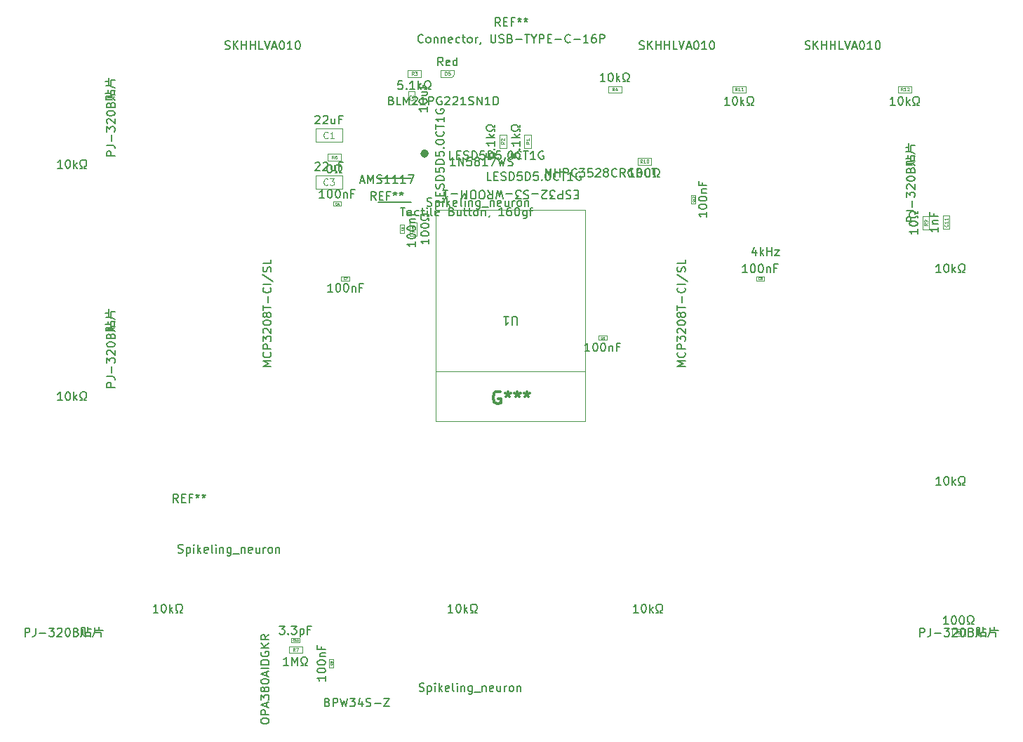
<source format=gbr>
%TF.GenerationSoftware,KiCad,Pcbnew,9.0.3*%
%TF.CreationDate,2025-08-06T15:24:12+02:00*%
%TF.ProjectId,Spikeling_v3.0,5370696b-656c-4696-9e67-5f76332e302e,rev?*%
%TF.SameCoordinates,Original*%
%TF.FileFunction,AssemblyDrawing,Top*%
%FSLAX46Y46*%
G04 Gerber Fmt 4.6, Leading zero omitted, Abs format (unit mm)*
G04 Created by KiCad (PCBNEW 9.0.3) date 2025-08-06 15:24:12*
%MOMM*%
%LPD*%
G01*
G04 APERTURE LIST*
%ADD10C,0.150000*%
%ADD11C,0.060000*%
%ADD12C,0.040000*%
%ADD13C,0.120000*%
%ADD14C,0.300000*%
%ADD15C,0.100000*%
%ADD16C,0.500000*%
%ADD17C,0.127000*%
G04 APERTURE END LIST*
D10*
X152968300Y-115849386D02*
X152396872Y-115849386D01*
X152682586Y-115849386D02*
X152682586Y-114849386D01*
X152682586Y-114849386D02*
X152587348Y-114992243D01*
X152587348Y-114992243D02*
X152492110Y-115087481D01*
X152492110Y-115087481D02*
X152396872Y-115135100D01*
X153587348Y-114849386D02*
X153682586Y-114849386D01*
X153682586Y-114849386D02*
X153777824Y-114897005D01*
X153777824Y-114897005D02*
X153825443Y-114944624D01*
X153825443Y-114944624D02*
X153873062Y-115039862D01*
X153873062Y-115039862D02*
X153920681Y-115230338D01*
X153920681Y-115230338D02*
X153920681Y-115468433D01*
X153920681Y-115468433D02*
X153873062Y-115658909D01*
X153873062Y-115658909D02*
X153825443Y-115754147D01*
X153825443Y-115754147D02*
X153777824Y-115801767D01*
X153777824Y-115801767D02*
X153682586Y-115849386D01*
X153682586Y-115849386D02*
X153587348Y-115849386D01*
X153587348Y-115849386D02*
X153492110Y-115801767D01*
X153492110Y-115801767D02*
X153444491Y-115754147D01*
X153444491Y-115754147D02*
X153396872Y-115658909D01*
X153396872Y-115658909D02*
X153349253Y-115468433D01*
X153349253Y-115468433D02*
X153349253Y-115230338D01*
X153349253Y-115230338D02*
X153396872Y-115039862D01*
X153396872Y-115039862D02*
X153444491Y-114944624D01*
X153444491Y-114944624D02*
X153492110Y-114897005D01*
X153492110Y-114897005D02*
X153587348Y-114849386D01*
X154349253Y-115849386D02*
X154349253Y-114849386D01*
X154444491Y-115468433D02*
X154730205Y-115849386D01*
X154730205Y-115182719D02*
X154349253Y-115563671D01*
X155111158Y-115849386D02*
X155349253Y-115849386D01*
X155349253Y-115849386D02*
X155349253Y-115658909D01*
X155349253Y-115658909D02*
X155254015Y-115611290D01*
X155254015Y-115611290D02*
X155158777Y-115516052D01*
X155158777Y-115516052D02*
X155111158Y-115373195D01*
X155111158Y-115373195D02*
X155111158Y-115135100D01*
X155111158Y-115135100D02*
X155158777Y-114992243D01*
X155158777Y-114992243D02*
X155254015Y-114897005D01*
X155254015Y-114897005D02*
X155396872Y-114849386D01*
X155396872Y-114849386D02*
X155587348Y-114849386D01*
X155587348Y-114849386D02*
X155730205Y-114897005D01*
X155730205Y-114897005D02*
X155825443Y-114992243D01*
X155825443Y-114992243D02*
X155873062Y-115135100D01*
X155873062Y-115135100D02*
X155873062Y-115373195D01*
X155873062Y-115373195D02*
X155825443Y-115516052D01*
X155825443Y-115516052D02*
X155730205Y-115611290D01*
X155730205Y-115611290D02*
X155634967Y-115658909D01*
X155634967Y-115658909D02*
X155634967Y-115849386D01*
X155634967Y-115849386D02*
X155873062Y-115849386D01*
X149859819Y-54846428D02*
X149859819Y-55417856D01*
X149859819Y-55132142D02*
X148859819Y-55132142D01*
X148859819Y-55132142D02*
X149002676Y-55227380D01*
X149002676Y-55227380D02*
X149097914Y-55322618D01*
X149097914Y-55322618D02*
X149145533Y-55417856D01*
X148859819Y-54227380D02*
X148859819Y-54132142D01*
X148859819Y-54132142D02*
X148907438Y-54036904D01*
X148907438Y-54036904D02*
X148955057Y-53989285D01*
X148955057Y-53989285D02*
X149050295Y-53941666D01*
X149050295Y-53941666D02*
X149240771Y-53894047D01*
X149240771Y-53894047D02*
X149478866Y-53894047D01*
X149478866Y-53894047D02*
X149669342Y-53941666D01*
X149669342Y-53941666D02*
X149764580Y-53989285D01*
X149764580Y-53989285D02*
X149812200Y-54036904D01*
X149812200Y-54036904D02*
X149859819Y-54132142D01*
X149859819Y-54132142D02*
X149859819Y-54227380D01*
X149859819Y-54227380D02*
X149812200Y-54322618D01*
X149812200Y-54322618D02*
X149764580Y-54370237D01*
X149764580Y-54370237D02*
X149669342Y-54417856D01*
X149669342Y-54417856D02*
X149478866Y-54465475D01*
X149478866Y-54465475D02*
X149240771Y-54465475D01*
X149240771Y-54465475D02*
X149050295Y-54417856D01*
X149050295Y-54417856D02*
X148955057Y-54370237D01*
X148955057Y-54370237D02*
X148907438Y-54322618D01*
X148907438Y-54322618D02*
X148859819Y-54227380D01*
X149193152Y-53036904D02*
X149859819Y-53036904D01*
X149193152Y-53465475D02*
X149716961Y-53465475D01*
X149716961Y-53465475D02*
X149812200Y-53417856D01*
X149812200Y-53417856D02*
X149859819Y-53322618D01*
X149859819Y-53322618D02*
X149859819Y-53179761D01*
X149859819Y-53179761D02*
X149812200Y-53084523D01*
X149812200Y-53084523D02*
X149764580Y-53036904D01*
X149336009Y-52227380D02*
X149336009Y-52560713D01*
X149859819Y-52560713D02*
X148859819Y-52560713D01*
X148859819Y-52560713D02*
X148859819Y-52084523D01*
D11*
X148118832Y-53841666D02*
X148137880Y-53860714D01*
X148137880Y-53860714D02*
X148156927Y-53917856D01*
X148156927Y-53917856D02*
X148156927Y-53955952D01*
X148156927Y-53955952D02*
X148137880Y-54013095D01*
X148137880Y-54013095D02*
X148099784Y-54051190D01*
X148099784Y-54051190D02*
X148061689Y-54070237D01*
X148061689Y-54070237D02*
X147985499Y-54089285D01*
X147985499Y-54089285D02*
X147928356Y-54089285D01*
X147928356Y-54089285D02*
X147852165Y-54070237D01*
X147852165Y-54070237D02*
X147814070Y-54051190D01*
X147814070Y-54051190D02*
X147775975Y-54013095D01*
X147775975Y-54013095D02*
X147756927Y-53955952D01*
X147756927Y-53955952D02*
X147756927Y-53917856D01*
X147756927Y-53917856D02*
X147775975Y-53860714D01*
X147775975Y-53860714D02*
X147795022Y-53841666D01*
X147795022Y-53689285D02*
X147775975Y-53670237D01*
X147775975Y-53670237D02*
X147756927Y-53632142D01*
X147756927Y-53632142D02*
X147756927Y-53536904D01*
X147756927Y-53536904D02*
X147775975Y-53498809D01*
X147775975Y-53498809D02*
X147795022Y-53479761D01*
X147795022Y-53479761D02*
X147833118Y-53460714D01*
X147833118Y-53460714D02*
X147871213Y-53460714D01*
X147871213Y-53460714D02*
X147928356Y-53479761D01*
X147928356Y-53479761D02*
X148156927Y-53708333D01*
X148156927Y-53708333D02*
X148156927Y-53460714D01*
D10*
X131033819Y-86178576D02*
X130033819Y-86178576D01*
X130033819Y-86178576D02*
X130748104Y-85845243D01*
X130748104Y-85845243D02*
X130033819Y-85511910D01*
X130033819Y-85511910D02*
X131033819Y-85511910D01*
X130938580Y-84464291D02*
X130986200Y-84511910D01*
X130986200Y-84511910D02*
X131033819Y-84654767D01*
X131033819Y-84654767D02*
X131033819Y-84750005D01*
X131033819Y-84750005D02*
X130986200Y-84892862D01*
X130986200Y-84892862D02*
X130890961Y-84988100D01*
X130890961Y-84988100D02*
X130795723Y-85035719D01*
X130795723Y-85035719D02*
X130605247Y-85083338D01*
X130605247Y-85083338D02*
X130462390Y-85083338D01*
X130462390Y-85083338D02*
X130271914Y-85035719D01*
X130271914Y-85035719D02*
X130176676Y-84988100D01*
X130176676Y-84988100D02*
X130081438Y-84892862D01*
X130081438Y-84892862D02*
X130033819Y-84750005D01*
X130033819Y-84750005D02*
X130033819Y-84654767D01*
X130033819Y-84654767D02*
X130081438Y-84511910D01*
X130081438Y-84511910D02*
X130129057Y-84464291D01*
X131033819Y-84035719D02*
X130033819Y-84035719D01*
X130033819Y-84035719D02*
X130033819Y-83654767D01*
X130033819Y-83654767D02*
X130081438Y-83559529D01*
X130081438Y-83559529D02*
X130129057Y-83511910D01*
X130129057Y-83511910D02*
X130224295Y-83464291D01*
X130224295Y-83464291D02*
X130367152Y-83464291D01*
X130367152Y-83464291D02*
X130462390Y-83511910D01*
X130462390Y-83511910D02*
X130510009Y-83559529D01*
X130510009Y-83559529D02*
X130557628Y-83654767D01*
X130557628Y-83654767D02*
X130557628Y-84035719D01*
X130033819Y-83130957D02*
X130033819Y-82511910D01*
X130033819Y-82511910D02*
X130414771Y-82845243D01*
X130414771Y-82845243D02*
X130414771Y-82702386D01*
X130414771Y-82702386D02*
X130462390Y-82607148D01*
X130462390Y-82607148D02*
X130510009Y-82559529D01*
X130510009Y-82559529D02*
X130605247Y-82511910D01*
X130605247Y-82511910D02*
X130843342Y-82511910D01*
X130843342Y-82511910D02*
X130938580Y-82559529D01*
X130938580Y-82559529D02*
X130986200Y-82607148D01*
X130986200Y-82607148D02*
X131033819Y-82702386D01*
X131033819Y-82702386D02*
X131033819Y-82988100D01*
X131033819Y-82988100D02*
X130986200Y-83083338D01*
X130986200Y-83083338D02*
X130938580Y-83130957D01*
X130129057Y-82130957D02*
X130081438Y-82083338D01*
X130081438Y-82083338D02*
X130033819Y-81988100D01*
X130033819Y-81988100D02*
X130033819Y-81750005D01*
X130033819Y-81750005D02*
X130081438Y-81654767D01*
X130081438Y-81654767D02*
X130129057Y-81607148D01*
X130129057Y-81607148D02*
X130224295Y-81559529D01*
X130224295Y-81559529D02*
X130319533Y-81559529D01*
X130319533Y-81559529D02*
X130462390Y-81607148D01*
X130462390Y-81607148D02*
X131033819Y-82178576D01*
X131033819Y-82178576D02*
X131033819Y-81559529D01*
X130033819Y-80940481D02*
X130033819Y-80845243D01*
X130033819Y-80845243D02*
X130081438Y-80750005D01*
X130081438Y-80750005D02*
X130129057Y-80702386D01*
X130129057Y-80702386D02*
X130224295Y-80654767D01*
X130224295Y-80654767D02*
X130414771Y-80607148D01*
X130414771Y-80607148D02*
X130652866Y-80607148D01*
X130652866Y-80607148D02*
X130843342Y-80654767D01*
X130843342Y-80654767D02*
X130938580Y-80702386D01*
X130938580Y-80702386D02*
X130986200Y-80750005D01*
X130986200Y-80750005D02*
X131033819Y-80845243D01*
X131033819Y-80845243D02*
X131033819Y-80940481D01*
X131033819Y-80940481D02*
X130986200Y-81035719D01*
X130986200Y-81035719D02*
X130938580Y-81083338D01*
X130938580Y-81083338D02*
X130843342Y-81130957D01*
X130843342Y-81130957D02*
X130652866Y-81178576D01*
X130652866Y-81178576D02*
X130414771Y-81178576D01*
X130414771Y-81178576D02*
X130224295Y-81130957D01*
X130224295Y-81130957D02*
X130129057Y-81083338D01*
X130129057Y-81083338D02*
X130081438Y-81035719D01*
X130081438Y-81035719D02*
X130033819Y-80940481D01*
X130462390Y-80035719D02*
X130414771Y-80130957D01*
X130414771Y-80130957D02*
X130367152Y-80178576D01*
X130367152Y-80178576D02*
X130271914Y-80226195D01*
X130271914Y-80226195D02*
X130224295Y-80226195D01*
X130224295Y-80226195D02*
X130129057Y-80178576D01*
X130129057Y-80178576D02*
X130081438Y-80130957D01*
X130081438Y-80130957D02*
X130033819Y-80035719D01*
X130033819Y-80035719D02*
X130033819Y-79845243D01*
X130033819Y-79845243D02*
X130081438Y-79750005D01*
X130081438Y-79750005D02*
X130129057Y-79702386D01*
X130129057Y-79702386D02*
X130224295Y-79654767D01*
X130224295Y-79654767D02*
X130271914Y-79654767D01*
X130271914Y-79654767D02*
X130367152Y-79702386D01*
X130367152Y-79702386D02*
X130414771Y-79750005D01*
X130414771Y-79750005D02*
X130462390Y-79845243D01*
X130462390Y-79845243D02*
X130462390Y-80035719D01*
X130462390Y-80035719D02*
X130510009Y-80130957D01*
X130510009Y-80130957D02*
X130557628Y-80178576D01*
X130557628Y-80178576D02*
X130652866Y-80226195D01*
X130652866Y-80226195D02*
X130843342Y-80226195D01*
X130843342Y-80226195D02*
X130938580Y-80178576D01*
X130938580Y-80178576D02*
X130986200Y-80130957D01*
X130986200Y-80130957D02*
X131033819Y-80035719D01*
X131033819Y-80035719D02*
X131033819Y-79845243D01*
X131033819Y-79845243D02*
X130986200Y-79750005D01*
X130986200Y-79750005D02*
X130938580Y-79702386D01*
X130938580Y-79702386D02*
X130843342Y-79654767D01*
X130843342Y-79654767D02*
X130652866Y-79654767D01*
X130652866Y-79654767D02*
X130557628Y-79702386D01*
X130557628Y-79702386D02*
X130510009Y-79750005D01*
X130510009Y-79750005D02*
X130462390Y-79845243D01*
X130033819Y-79369052D02*
X130033819Y-78797624D01*
X131033819Y-79083338D02*
X130033819Y-79083338D01*
X130652866Y-78464290D02*
X130652866Y-77702386D01*
X130938580Y-76654767D02*
X130986200Y-76702386D01*
X130986200Y-76702386D02*
X131033819Y-76845243D01*
X131033819Y-76845243D02*
X131033819Y-76940481D01*
X131033819Y-76940481D02*
X130986200Y-77083338D01*
X130986200Y-77083338D02*
X130890961Y-77178576D01*
X130890961Y-77178576D02*
X130795723Y-77226195D01*
X130795723Y-77226195D02*
X130605247Y-77273814D01*
X130605247Y-77273814D02*
X130462390Y-77273814D01*
X130462390Y-77273814D02*
X130271914Y-77226195D01*
X130271914Y-77226195D02*
X130176676Y-77178576D01*
X130176676Y-77178576D02*
X130081438Y-77083338D01*
X130081438Y-77083338D02*
X130033819Y-76940481D01*
X130033819Y-76940481D02*
X130033819Y-76845243D01*
X130033819Y-76845243D02*
X130081438Y-76702386D01*
X130081438Y-76702386D02*
X130129057Y-76654767D01*
X131033819Y-76226195D02*
X130033819Y-76226195D01*
X129986200Y-75035720D02*
X131271914Y-75892862D01*
X130986200Y-74750005D02*
X131033819Y-74607148D01*
X131033819Y-74607148D02*
X131033819Y-74369053D01*
X131033819Y-74369053D02*
X130986200Y-74273815D01*
X130986200Y-74273815D02*
X130938580Y-74226196D01*
X130938580Y-74226196D02*
X130843342Y-74178577D01*
X130843342Y-74178577D02*
X130748104Y-74178577D01*
X130748104Y-74178577D02*
X130652866Y-74226196D01*
X130652866Y-74226196D02*
X130605247Y-74273815D01*
X130605247Y-74273815D02*
X130557628Y-74369053D01*
X130557628Y-74369053D02*
X130510009Y-74559529D01*
X130510009Y-74559529D02*
X130462390Y-74654767D01*
X130462390Y-74654767D02*
X130414771Y-74702386D01*
X130414771Y-74702386D02*
X130319533Y-74750005D01*
X130319533Y-74750005D02*
X130224295Y-74750005D01*
X130224295Y-74750005D02*
X130129057Y-74702386D01*
X130129057Y-74702386D02*
X130081438Y-74654767D01*
X130081438Y-74654767D02*
X130033819Y-74559529D01*
X130033819Y-74559529D02*
X130033819Y-74321434D01*
X130033819Y-74321434D02*
X130081438Y-74178577D01*
X131033819Y-73273815D02*
X131033819Y-73750005D01*
X131033819Y-73750005D02*
X130033819Y-73750005D01*
X209049819Y-69586904D02*
X209049819Y-70158332D01*
X209049819Y-69872618D02*
X208049819Y-69872618D01*
X208049819Y-69872618D02*
X208192676Y-69967856D01*
X208192676Y-69967856D02*
X208287914Y-70063094D01*
X208287914Y-70063094D02*
X208335533Y-70158332D01*
X208049819Y-68967856D02*
X208049819Y-68872618D01*
X208049819Y-68872618D02*
X208097438Y-68777380D01*
X208097438Y-68777380D02*
X208145057Y-68729761D01*
X208145057Y-68729761D02*
X208240295Y-68682142D01*
X208240295Y-68682142D02*
X208430771Y-68634523D01*
X208430771Y-68634523D02*
X208668866Y-68634523D01*
X208668866Y-68634523D02*
X208859342Y-68682142D01*
X208859342Y-68682142D02*
X208954580Y-68729761D01*
X208954580Y-68729761D02*
X209002200Y-68777380D01*
X209002200Y-68777380D02*
X209049819Y-68872618D01*
X209049819Y-68872618D02*
X209049819Y-68967856D01*
X209049819Y-68967856D02*
X209002200Y-69063094D01*
X209002200Y-69063094D02*
X208954580Y-69110713D01*
X208954580Y-69110713D02*
X208859342Y-69158332D01*
X208859342Y-69158332D02*
X208668866Y-69205951D01*
X208668866Y-69205951D02*
X208430771Y-69205951D01*
X208430771Y-69205951D02*
X208240295Y-69158332D01*
X208240295Y-69158332D02*
X208145057Y-69110713D01*
X208145057Y-69110713D02*
X208097438Y-69063094D01*
X208097438Y-69063094D02*
X208049819Y-68967856D01*
X209049819Y-68253570D02*
X209049819Y-68015475D01*
X209049819Y-68015475D02*
X208859342Y-68015475D01*
X208859342Y-68015475D02*
X208811723Y-68110713D01*
X208811723Y-68110713D02*
X208716485Y-68205951D01*
X208716485Y-68205951D02*
X208573628Y-68253570D01*
X208573628Y-68253570D02*
X208335533Y-68253570D01*
X208335533Y-68253570D02*
X208192676Y-68205951D01*
X208192676Y-68205951D02*
X208097438Y-68110713D01*
X208097438Y-68110713D02*
X208049819Y-67967856D01*
X208049819Y-67967856D02*
X208049819Y-67777380D01*
X208049819Y-67777380D02*
X208097438Y-67634523D01*
X208097438Y-67634523D02*
X208192676Y-67539285D01*
X208192676Y-67539285D02*
X208335533Y-67491666D01*
X208335533Y-67491666D02*
X208573628Y-67491666D01*
X208573628Y-67491666D02*
X208716485Y-67539285D01*
X208716485Y-67539285D02*
X208811723Y-67634523D01*
X208811723Y-67634523D02*
X208859342Y-67729761D01*
X208859342Y-67729761D02*
X209049819Y-67729761D01*
X209049819Y-67729761D02*
X209049819Y-67491666D01*
D11*
X210206927Y-68891666D02*
X210016451Y-69024999D01*
X210206927Y-69120237D02*
X209806927Y-69120237D01*
X209806927Y-69120237D02*
X209806927Y-68967856D01*
X209806927Y-68967856D02*
X209825975Y-68929761D01*
X209825975Y-68929761D02*
X209845022Y-68910714D01*
X209845022Y-68910714D02*
X209883118Y-68891666D01*
X209883118Y-68891666D02*
X209940260Y-68891666D01*
X209940260Y-68891666D02*
X209978356Y-68910714D01*
X209978356Y-68910714D02*
X209997403Y-68929761D01*
X209997403Y-68929761D02*
X210016451Y-68967856D01*
X210016451Y-68967856D02*
X210016451Y-69120237D01*
X210206927Y-68701190D02*
X210206927Y-68624999D01*
X210206927Y-68624999D02*
X210187880Y-68586904D01*
X210187880Y-68586904D02*
X210168832Y-68567856D01*
X210168832Y-68567856D02*
X210111689Y-68529761D01*
X210111689Y-68529761D02*
X210035499Y-68510714D01*
X210035499Y-68510714D02*
X209883118Y-68510714D01*
X209883118Y-68510714D02*
X209845022Y-68529761D01*
X209845022Y-68529761D02*
X209825975Y-68548809D01*
X209825975Y-68548809D02*
X209806927Y-68586904D01*
X209806927Y-68586904D02*
X209806927Y-68663095D01*
X209806927Y-68663095D02*
X209825975Y-68701190D01*
X209825975Y-68701190D02*
X209845022Y-68720237D01*
X209845022Y-68720237D02*
X209883118Y-68739285D01*
X209883118Y-68739285D02*
X209978356Y-68739285D01*
X209978356Y-68739285D02*
X210016451Y-68720237D01*
X210016451Y-68720237D02*
X210035499Y-68701190D01*
X210035499Y-68701190D02*
X210054546Y-68663095D01*
X210054546Y-68663095D02*
X210054546Y-68586904D01*
X210054546Y-68586904D02*
X210035499Y-68548809D01*
X210035499Y-68548809D02*
X210016451Y-68529761D01*
X210016451Y-68529761D02*
X209978356Y-68510714D01*
D10*
X112182319Y-88666665D02*
X111182319Y-88666665D01*
X111182319Y-88666665D02*
X111182319Y-88285713D01*
X111182319Y-88285713D02*
X111229938Y-88190475D01*
X111229938Y-88190475D02*
X111277557Y-88142856D01*
X111277557Y-88142856D02*
X111372795Y-88095237D01*
X111372795Y-88095237D02*
X111515652Y-88095237D01*
X111515652Y-88095237D02*
X111610890Y-88142856D01*
X111610890Y-88142856D02*
X111658509Y-88190475D01*
X111658509Y-88190475D02*
X111706128Y-88285713D01*
X111706128Y-88285713D02*
X111706128Y-88666665D01*
X111182319Y-87380951D02*
X111896604Y-87380951D01*
X111896604Y-87380951D02*
X112039461Y-87428570D01*
X112039461Y-87428570D02*
X112134700Y-87523808D01*
X112134700Y-87523808D02*
X112182319Y-87666665D01*
X112182319Y-87666665D02*
X112182319Y-87761903D01*
X111801366Y-86904760D02*
X111801366Y-86142856D01*
X111182319Y-85761903D02*
X111182319Y-85142856D01*
X111182319Y-85142856D02*
X111563271Y-85476189D01*
X111563271Y-85476189D02*
X111563271Y-85333332D01*
X111563271Y-85333332D02*
X111610890Y-85238094D01*
X111610890Y-85238094D02*
X111658509Y-85190475D01*
X111658509Y-85190475D02*
X111753747Y-85142856D01*
X111753747Y-85142856D02*
X111991842Y-85142856D01*
X111991842Y-85142856D02*
X112087080Y-85190475D01*
X112087080Y-85190475D02*
X112134700Y-85238094D01*
X112134700Y-85238094D02*
X112182319Y-85333332D01*
X112182319Y-85333332D02*
X112182319Y-85619046D01*
X112182319Y-85619046D02*
X112134700Y-85714284D01*
X112134700Y-85714284D02*
X112087080Y-85761903D01*
X111277557Y-84761903D02*
X111229938Y-84714284D01*
X111229938Y-84714284D02*
X111182319Y-84619046D01*
X111182319Y-84619046D02*
X111182319Y-84380951D01*
X111182319Y-84380951D02*
X111229938Y-84285713D01*
X111229938Y-84285713D02*
X111277557Y-84238094D01*
X111277557Y-84238094D02*
X111372795Y-84190475D01*
X111372795Y-84190475D02*
X111468033Y-84190475D01*
X111468033Y-84190475D02*
X111610890Y-84238094D01*
X111610890Y-84238094D02*
X112182319Y-84809522D01*
X112182319Y-84809522D02*
X112182319Y-84190475D01*
X111182319Y-83571427D02*
X111182319Y-83476189D01*
X111182319Y-83476189D02*
X111229938Y-83380951D01*
X111229938Y-83380951D02*
X111277557Y-83333332D01*
X111277557Y-83333332D02*
X111372795Y-83285713D01*
X111372795Y-83285713D02*
X111563271Y-83238094D01*
X111563271Y-83238094D02*
X111801366Y-83238094D01*
X111801366Y-83238094D02*
X111991842Y-83285713D01*
X111991842Y-83285713D02*
X112087080Y-83333332D01*
X112087080Y-83333332D02*
X112134700Y-83380951D01*
X112134700Y-83380951D02*
X112182319Y-83476189D01*
X112182319Y-83476189D02*
X112182319Y-83571427D01*
X112182319Y-83571427D02*
X112134700Y-83666665D01*
X112134700Y-83666665D02*
X112087080Y-83714284D01*
X112087080Y-83714284D02*
X111991842Y-83761903D01*
X111991842Y-83761903D02*
X111801366Y-83809522D01*
X111801366Y-83809522D02*
X111563271Y-83809522D01*
X111563271Y-83809522D02*
X111372795Y-83761903D01*
X111372795Y-83761903D02*
X111277557Y-83714284D01*
X111277557Y-83714284D02*
X111229938Y-83666665D01*
X111229938Y-83666665D02*
X111182319Y-83571427D01*
X111658509Y-82476189D02*
X111706128Y-82333332D01*
X111706128Y-82333332D02*
X111753747Y-82285713D01*
X111753747Y-82285713D02*
X111848985Y-82238094D01*
X111848985Y-82238094D02*
X111991842Y-82238094D01*
X111991842Y-82238094D02*
X112087080Y-82285713D01*
X112087080Y-82285713D02*
X112134700Y-82333332D01*
X112134700Y-82333332D02*
X112182319Y-82428570D01*
X112182319Y-82428570D02*
X112182319Y-82809522D01*
X112182319Y-82809522D02*
X111182319Y-82809522D01*
X111182319Y-82809522D02*
X111182319Y-82476189D01*
X111182319Y-82476189D02*
X111229938Y-82380951D01*
X111229938Y-82380951D02*
X111277557Y-82333332D01*
X111277557Y-82333332D02*
X111372795Y-82285713D01*
X111372795Y-82285713D02*
X111468033Y-82285713D01*
X111468033Y-82285713D02*
X111563271Y-82333332D01*
X111563271Y-82333332D02*
X111610890Y-82380951D01*
X111610890Y-82380951D02*
X111658509Y-82476189D01*
X111658509Y-82476189D02*
X111658509Y-82809522D01*
X111134700Y-81857141D02*
X111848985Y-81857141D01*
X111991842Y-81761903D02*
X112182319Y-81952379D01*
X111944223Y-81619046D02*
X112134700Y-81523808D01*
X112134700Y-81333332D02*
X112134700Y-80761903D01*
X111706128Y-81333332D02*
X112182319Y-81333332D01*
X111325176Y-81095237D02*
X111325176Y-80714284D01*
X111039461Y-81095237D02*
X111706128Y-81095237D01*
X111134700Y-81857141D02*
X111134700Y-81476189D01*
X111134700Y-81476189D02*
X111848985Y-81476189D01*
X111277557Y-81666665D02*
X111753747Y-81666665D01*
X111753747Y-81666665D02*
X111991842Y-81714284D01*
X111706128Y-81333332D02*
X111706128Y-80761903D01*
X111706128Y-80761903D02*
X112182319Y-80761903D01*
X111420414Y-80238094D02*
X111420414Y-79238094D01*
X111039461Y-79714285D02*
X111372795Y-79714285D01*
X111706128Y-80285713D02*
X111706128Y-79523808D01*
X111706128Y-79523808D02*
X112182319Y-79523808D01*
X111087080Y-80238094D02*
X111563271Y-80238094D01*
X111563271Y-80238094D02*
X111848985Y-80333332D01*
X111848985Y-80333332D02*
X112182319Y-80476189D01*
X148907142Y-125307200D02*
X149049999Y-125354819D01*
X149049999Y-125354819D02*
X149288094Y-125354819D01*
X149288094Y-125354819D02*
X149383332Y-125307200D01*
X149383332Y-125307200D02*
X149430951Y-125259580D01*
X149430951Y-125259580D02*
X149478570Y-125164342D01*
X149478570Y-125164342D02*
X149478570Y-125069104D01*
X149478570Y-125069104D02*
X149430951Y-124973866D01*
X149430951Y-124973866D02*
X149383332Y-124926247D01*
X149383332Y-124926247D02*
X149288094Y-124878628D01*
X149288094Y-124878628D02*
X149097618Y-124831009D01*
X149097618Y-124831009D02*
X149002380Y-124783390D01*
X149002380Y-124783390D02*
X148954761Y-124735771D01*
X148954761Y-124735771D02*
X148907142Y-124640533D01*
X148907142Y-124640533D02*
X148907142Y-124545295D01*
X148907142Y-124545295D02*
X148954761Y-124450057D01*
X148954761Y-124450057D02*
X149002380Y-124402438D01*
X149002380Y-124402438D02*
X149097618Y-124354819D01*
X149097618Y-124354819D02*
X149335713Y-124354819D01*
X149335713Y-124354819D02*
X149478570Y-124402438D01*
X149907142Y-124688152D02*
X149907142Y-125688152D01*
X149907142Y-124735771D02*
X150002380Y-124688152D01*
X150002380Y-124688152D02*
X150192856Y-124688152D01*
X150192856Y-124688152D02*
X150288094Y-124735771D01*
X150288094Y-124735771D02*
X150335713Y-124783390D01*
X150335713Y-124783390D02*
X150383332Y-124878628D01*
X150383332Y-124878628D02*
X150383332Y-125164342D01*
X150383332Y-125164342D02*
X150335713Y-125259580D01*
X150335713Y-125259580D02*
X150288094Y-125307200D01*
X150288094Y-125307200D02*
X150192856Y-125354819D01*
X150192856Y-125354819D02*
X150002380Y-125354819D01*
X150002380Y-125354819D02*
X149907142Y-125307200D01*
X150811904Y-125354819D02*
X150811904Y-124688152D01*
X150811904Y-124354819D02*
X150764285Y-124402438D01*
X150764285Y-124402438D02*
X150811904Y-124450057D01*
X150811904Y-124450057D02*
X150859523Y-124402438D01*
X150859523Y-124402438D02*
X150811904Y-124354819D01*
X150811904Y-124354819D02*
X150811904Y-124450057D01*
X151288094Y-125354819D02*
X151288094Y-124354819D01*
X151383332Y-124973866D02*
X151669046Y-125354819D01*
X151669046Y-124688152D02*
X151288094Y-125069104D01*
X152478570Y-125307200D02*
X152383332Y-125354819D01*
X152383332Y-125354819D02*
X152192856Y-125354819D01*
X152192856Y-125354819D02*
X152097618Y-125307200D01*
X152097618Y-125307200D02*
X152049999Y-125211961D01*
X152049999Y-125211961D02*
X152049999Y-124831009D01*
X152049999Y-124831009D02*
X152097618Y-124735771D01*
X152097618Y-124735771D02*
X152192856Y-124688152D01*
X152192856Y-124688152D02*
X152383332Y-124688152D01*
X152383332Y-124688152D02*
X152478570Y-124735771D01*
X152478570Y-124735771D02*
X152526189Y-124831009D01*
X152526189Y-124831009D02*
X152526189Y-124926247D01*
X152526189Y-124926247D02*
X152049999Y-125021485D01*
X153097618Y-125354819D02*
X153002380Y-125307200D01*
X153002380Y-125307200D02*
X152954761Y-125211961D01*
X152954761Y-125211961D02*
X152954761Y-124354819D01*
X153478571Y-125354819D02*
X153478571Y-124688152D01*
X153478571Y-124354819D02*
X153430952Y-124402438D01*
X153430952Y-124402438D02*
X153478571Y-124450057D01*
X153478571Y-124450057D02*
X153526190Y-124402438D01*
X153526190Y-124402438D02*
X153478571Y-124354819D01*
X153478571Y-124354819D02*
X153478571Y-124450057D01*
X153954761Y-124688152D02*
X153954761Y-125354819D01*
X153954761Y-124783390D02*
X154002380Y-124735771D01*
X154002380Y-124735771D02*
X154097618Y-124688152D01*
X154097618Y-124688152D02*
X154240475Y-124688152D01*
X154240475Y-124688152D02*
X154335713Y-124735771D01*
X154335713Y-124735771D02*
X154383332Y-124831009D01*
X154383332Y-124831009D02*
X154383332Y-125354819D01*
X155288094Y-124688152D02*
X155288094Y-125497676D01*
X155288094Y-125497676D02*
X155240475Y-125592914D01*
X155240475Y-125592914D02*
X155192856Y-125640533D01*
X155192856Y-125640533D02*
X155097618Y-125688152D01*
X155097618Y-125688152D02*
X154954761Y-125688152D01*
X154954761Y-125688152D02*
X154859523Y-125640533D01*
X155288094Y-125307200D02*
X155192856Y-125354819D01*
X155192856Y-125354819D02*
X155002380Y-125354819D01*
X155002380Y-125354819D02*
X154907142Y-125307200D01*
X154907142Y-125307200D02*
X154859523Y-125259580D01*
X154859523Y-125259580D02*
X154811904Y-125164342D01*
X154811904Y-125164342D02*
X154811904Y-124878628D01*
X154811904Y-124878628D02*
X154859523Y-124783390D01*
X154859523Y-124783390D02*
X154907142Y-124735771D01*
X154907142Y-124735771D02*
X155002380Y-124688152D01*
X155002380Y-124688152D02*
X155192856Y-124688152D01*
X155192856Y-124688152D02*
X155288094Y-124735771D01*
X155526190Y-125450057D02*
X156288094Y-125450057D01*
X156526190Y-124688152D02*
X156526190Y-125354819D01*
X156526190Y-124783390D02*
X156573809Y-124735771D01*
X156573809Y-124735771D02*
X156669047Y-124688152D01*
X156669047Y-124688152D02*
X156811904Y-124688152D01*
X156811904Y-124688152D02*
X156907142Y-124735771D01*
X156907142Y-124735771D02*
X156954761Y-124831009D01*
X156954761Y-124831009D02*
X156954761Y-125354819D01*
X157811904Y-125307200D02*
X157716666Y-125354819D01*
X157716666Y-125354819D02*
X157526190Y-125354819D01*
X157526190Y-125354819D02*
X157430952Y-125307200D01*
X157430952Y-125307200D02*
X157383333Y-125211961D01*
X157383333Y-125211961D02*
X157383333Y-124831009D01*
X157383333Y-124831009D02*
X157430952Y-124735771D01*
X157430952Y-124735771D02*
X157526190Y-124688152D01*
X157526190Y-124688152D02*
X157716666Y-124688152D01*
X157716666Y-124688152D02*
X157811904Y-124735771D01*
X157811904Y-124735771D02*
X157859523Y-124831009D01*
X157859523Y-124831009D02*
X157859523Y-124926247D01*
X157859523Y-124926247D02*
X157383333Y-125021485D01*
X158716666Y-124688152D02*
X158716666Y-125354819D01*
X158288095Y-124688152D02*
X158288095Y-125211961D01*
X158288095Y-125211961D02*
X158335714Y-125307200D01*
X158335714Y-125307200D02*
X158430952Y-125354819D01*
X158430952Y-125354819D02*
X158573809Y-125354819D01*
X158573809Y-125354819D02*
X158669047Y-125307200D01*
X158669047Y-125307200D02*
X158716666Y-125259580D01*
X159192857Y-125354819D02*
X159192857Y-124688152D01*
X159192857Y-124878628D02*
X159240476Y-124783390D01*
X159240476Y-124783390D02*
X159288095Y-124735771D01*
X159288095Y-124735771D02*
X159383333Y-124688152D01*
X159383333Y-124688152D02*
X159478571Y-124688152D01*
X159954762Y-125354819D02*
X159859524Y-125307200D01*
X159859524Y-125307200D02*
X159811905Y-125259580D01*
X159811905Y-125259580D02*
X159764286Y-125164342D01*
X159764286Y-125164342D02*
X159764286Y-124878628D01*
X159764286Y-124878628D02*
X159811905Y-124783390D01*
X159811905Y-124783390D02*
X159859524Y-124735771D01*
X159859524Y-124735771D02*
X159954762Y-124688152D01*
X159954762Y-124688152D02*
X160097619Y-124688152D01*
X160097619Y-124688152D02*
X160192857Y-124735771D01*
X160192857Y-124735771D02*
X160240476Y-124783390D01*
X160240476Y-124783390D02*
X160288095Y-124878628D01*
X160288095Y-124878628D02*
X160288095Y-125164342D01*
X160288095Y-125164342D02*
X160240476Y-125259580D01*
X160240476Y-125259580D02*
X160192857Y-125307200D01*
X160192857Y-125307200D02*
X160097619Y-125354819D01*
X160097619Y-125354819D02*
X159954762Y-125354819D01*
X160716667Y-124688152D02*
X160716667Y-125354819D01*
X160716667Y-124783390D02*
X160764286Y-124735771D01*
X160764286Y-124735771D02*
X160859524Y-124688152D01*
X160859524Y-124688152D02*
X161002381Y-124688152D01*
X161002381Y-124688152D02*
X161097619Y-124735771D01*
X161097619Y-124735771D02*
X161145238Y-124831009D01*
X161145238Y-124831009D02*
X161145238Y-125354819D01*
X168044046Y-65468990D02*
X167710713Y-65468990D01*
X167567856Y-64945180D02*
X168044046Y-64945180D01*
X168044046Y-64945180D02*
X168044046Y-65945180D01*
X168044046Y-65945180D02*
X167567856Y-65945180D01*
X167186903Y-64992800D02*
X167044046Y-64945180D01*
X167044046Y-64945180D02*
X166805951Y-64945180D01*
X166805951Y-64945180D02*
X166710713Y-64992800D01*
X166710713Y-64992800D02*
X166663094Y-65040419D01*
X166663094Y-65040419D02*
X166615475Y-65135657D01*
X166615475Y-65135657D02*
X166615475Y-65230895D01*
X166615475Y-65230895D02*
X166663094Y-65326133D01*
X166663094Y-65326133D02*
X166710713Y-65373752D01*
X166710713Y-65373752D02*
X166805951Y-65421371D01*
X166805951Y-65421371D02*
X166996427Y-65468990D01*
X166996427Y-65468990D02*
X167091665Y-65516609D01*
X167091665Y-65516609D02*
X167139284Y-65564228D01*
X167139284Y-65564228D02*
X167186903Y-65659466D01*
X167186903Y-65659466D02*
X167186903Y-65754704D01*
X167186903Y-65754704D02*
X167139284Y-65849942D01*
X167139284Y-65849942D02*
X167091665Y-65897561D01*
X167091665Y-65897561D02*
X166996427Y-65945180D01*
X166996427Y-65945180D02*
X166758332Y-65945180D01*
X166758332Y-65945180D02*
X166615475Y-65897561D01*
X166186903Y-64945180D02*
X166186903Y-65945180D01*
X166186903Y-65945180D02*
X165805951Y-65945180D01*
X165805951Y-65945180D02*
X165710713Y-65897561D01*
X165710713Y-65897561D02*
X165663094Y-65849942D01*
X165663094Y-65849942D02*
X165615475Y-65754704D01*
X165615475Y-65754704D02*
X165615475Y-65611847D01*
X165615475Y-65611847D02*
X165663094Y-65516609D01*
X165663094Y-65516609D02*
X165710713Y-65468990D01*
X165710713Y-65468990D02*
X165805951Y-65421371D01*
X165805951Y-65421371D02*
X166186903Y-65421371D01*
X165282141Y-65945180D02*
X164663094Y-65945180D01*
X164663094Y-65945180D02*
X164996427Y-65564228D01*
X164996427Y-65564228D02*
X164853570Y-65564228D01*
X164853570Y-65564228D02*
X164758332Y-65516609D01*
X164758332Y-65516609D02*
X164710713Y-65468990D01*
X164710713Y-65468990D02*
X164663094Y-65373752D01*
X164663094Y-65373752D02*
X164663094Y-65135657D01*
X164663094Y-65135657D02*
X164710713Y-65040419D01*
X164710713Y-65040419D02*
X164758332Y-64992800D01*
X164758332Y-64992800D02*
X164853570Y-64945180D01*
X164853570Y-64945180D02*
X165139284Y-64945180D01*
X165139284Y-64945180D02*
X165234522Y-64992800D01*
X165234522Y-64992800D02*
X165282141Y-65040419D01*
X164282141Y-65849942D02*
X164234522Y-65897561D01*
X164234522Y-65897561D02*
X164139284Y-65945180D01*
X164139284Y-65945180D02*
X163901189Y-65945180D01*
X163901189Y-65945180D02*
X163805951Y-65897561D01*
X163805951Y-65897561D02*
X163758332Y-65849942D01*
X163758332Y-65849942D02*
X163710713Y-65754704D01*
X163710713Y-65754704D02*
X163710713Y-65659466D01*
X163710713Y-65659466D02*
X163758332Y-65516609D01*
X163758332Y-65516609D02*
X164329760Y-64945180D01*
X164329760Y-64945180D02*
X163710713Y-64945180D01*
X163282141Y-65326133D02*
X162520237Y-65326133D01*
X162091665Y-64992800D02*
X161948808Y-64945180D01*
X161948808Y-64945180D02*
X161710713Y-64945180D01*
X161710713Y-64945180D02*
X161615475Y-64992800D01*
X161615475Y-64992800D02*
X161567856Y-65040419D01*
X161567856Y-65040419D02*
X161520237Y-65135657D01*
X161520237Y-65135657D02*
X161520237Y-65230895D01*
X161520237Y-65230895D02*
X161567856Y-65326133D01*
X161567856Y-65326133D02*
X161615475Y-65373752D01*
X161615475Y-65373752D02*
X161710713Y-65421371D01*
X161710713Y-65421371D02*
X161901189Y-65468990D01*
X161901189Y-65468990D02*
X161996427Y-65516609D01*
X161996427Y-65516609D02*
X162044046Y-65564228D01*
X162044046Y-65564228D02*
X162091665Y-65659466D01*
X162091665Y-65659466D02*
X162091665Y-65754704D01*
X162091665Y-65754704D02*
X162044046Y-65849942D01*
X162044046Y-65849942D02*
X161996427Y-65897561D01*
X161996427Y-65897561D02*
X161901189Y-65945180D01*
X161901189Y-65945180D02*
X161663094Y-65945180D01*
X161663094Y-65945180D02*
X161520237Y-65897561D01*
X161186903Y-65945180D02*
X160567856Y-65945180D01*
X160567856Y-65945180D02*
X160901189Y-65564228D01*
X160901189Y-65564228D02*
X160758332Y-65564228D01*
X160758332Y-65564228D02*
X160663094Y-65516609D01*
X160663094Y-65516609D02*
X160615475Y-65468990D01*
X160615475Y-65468990D02*
X160567856Y-65373752D01*
X160567856Y-65373752D02*
X160567856Y-65135657D01*
X160567856Y-65135657D02*
X160615475Y-65040419D01*
X160615475Y-65040419D02*
X160663094Y-64992800D01*
X160663094Y-64992800D02*
X160758332Y-64945180D01*
X160758332Y-64945180D02*
X161044046Y-64945180D01*
X161044046Y-64945180D02*
X161139284Y-64992800D01*
X161139284Y-64992800D02*
X161186903Y-65040419D01*
X160139284Y-65326133D02*
X159377380Y-65326133D01*
X158996427Y-65945180D02*
X158758332Y-64945180D01*
X158758332Y-64945180D02*
X158567856Y-65659466D01*
X158567856Y-65659466D02*
X158377380Y-64945180D01*
X158377380Y-64945180D02*
X158139285Y-65945180D01*
X157186904Y-64945180D02*
X157520237Y-65421371D01*
X157758332Y-64945180D02*
X157758332Y-65945180D01*
X157758332Y-65945180D02*
X157377380Y-65945180D01*
X157377380Y-65945180D02*
X157282142Y-65897561D01*
X157282142Y-65897561D02*
X157234523Y-65849942D01*
X157234523Y-65849942D02*
X157186904Y-65754704D01*
X157186904Y-65754704D02*
X157186904Y-65611847D01*
X157186904Y-65611847D02*
X157234523Y-65516609D01*
X157234523Y-65516609D02*
X157282142Y-65468990D01*
X157282142Y-65468990D02*
X157377380Y-65421371D01*
X157377380Y-65421371D02*
X157758332Y-65421371D01*
X156567856Y-65945180D02*
X156377380Y-65945180D01*
X156377380Y-65945180D02*
X156282142Y-65897561D01*
X156282142Y-65897561D02*
X156186904Y-65802323D01*
X156186904Y-65802323D02*
X156139285Y-65611847D01*
X156139285Y-65611847D02*
X156139285Y-65278514D01*
X156139285Y-65278514D02*
X156186904Y-65088038D01*
X156186904Y-65088038D02*
X156282142Y-64992800D01*
X156282142Y-64992800D02*
X156377380Y-64945180D01*
X156377380Y-64945180D02*
X156567856Y-64945180D01*
X156567856Y-64945180D02*
X156663094Y-64992800D01*
X156663094Y-64992800D02*
X156758332Y-65088038D01*
X156758332Y-65088038D02*
X156805951Y-65278514D01*
X156805951Y-65278514D02*
X156805951Y-65611847D01*
X156805951Y-65611847D02*
X156758332Y-65802323D01*
X156758332Y-65802323D02*
X156663094Y-65897561D01*
X156663094Y-65897561D02*
X156567856Y-65945180D01*
X155520237Y-65945180D02*
X155329761Y-65945180D01*
X155329761Y-65945180D02*
X155234523Y-65897561D01*
X155234523Y-65897561D02*
X155139285Y-65802323D01*
X155139285Y-65802323D02*
X155091666Y-65611847D01*
X155091666Y-65611847D02*
X155091666Y-65278514D01*
X155091666Y-65278514D02*
X155139285Y-65088038D01*
X155139285Y-65088038D02*
X155234523Y-64992800D01*
X155234523Y-64992800D02*
X155329761Y-64945180D01*
X155329761Y-64945180D02*
X155520237Y-64945180D01*
X155520237Y-64945180D02*
X155615475Y-64992800D01*
X155615475Y-64992800D02*
X155710713Y-65088038D01*
X155710713Y-65088038D02*
X155758332Y-65278514D01*
X155758332Y-65278514D02*
X155758332Y-65611847D01*
X155758332Y-65611847D02*
X155710713Y-65802323D01*
X155710713Y-65802323D02*
X155615475Y-65897561D01*
X155615475Y-65897561D02*
X155520237Y-65945180D01*
X154663094Y-64945180D02*
X154663094Y-65945180D01*
X154663094Y-65945180D02*
X154329761Y-65230895D01*
X154329761Y-65230895D02*
X153996428Y-65945180D01*
X153996428Y-65945180D02*
X153996428Y-64945180D01*
X153520237Y-65326133D02*
X152758333Y-65326133D01*
X151758333Y-64945180D02*
X152329761Y-64945180D01*
X152044047Y-64945180D02*
X152044047Y-65945180D01*
X152044047Y-65945180D02*
X152139285Y-65802323D01*
X152139285Y-65802323D02*
X152234523Y-65707085D01*
X152234523Y-65707085D02*
X152329761Y-65659466D01*
X160686904Y-81145180D02*
X160686904Y-80335657D01*
X160686904Y-80335657D02*
X160639285Y-80240419D01*
X160639285Y-80240419D02*
X160591666Y-80192800D01*
X160591666Y-80192800D02*
X160496428Y-80145180D01*
X160496428Y-80145180D02*
X160305952Y-80145180D01*
X160305952Y-80145180D02*
X160210714Y-80192800D01*
X160210714Y-80192800D02*
X160163095Y-80240419D01*
X160163095Y-80240419D02*
X160115476Y-80335657D01*
X160115476Y-80335657D02*
X160115476Y-81145180D01*
X159115476Y-80145180D02*
X159686904Y-80145180D01*
X159401190Y-80145180D02*
X159401190Y-81145180D01*
X159401190Y-81145180D02*
X159496428Y-81002323D01*
X159496428Y-81002323D02*
X159591666Y-80907085D01*
X159591666Y-80907085D02*
X159686904Y-80859466D01*
X209333334Y-118727319D02*
X209333334Y-117727319D01*
X209333334Y-117727319D02*
X209714286Y-117727319D01*
X209714286Y-117727319D02*
X209809524Y-117774938D01*
X209809524Y-117774938D02*
X209857143Y-117822557D01*
X209857143Y-117822557D02*
X209904762Y-117917795D01*
X209904762Y-117917795D02*
X209904762Y-118060652D01*
X209904762Y-118060652D02*
X209857143Y-118155890D01*
X209857143Y-118155890D02*
X209809524Y-118203509D01*
X209809524Y-118203509D02*
X209714286Y-118251128D01*
X209714286Y-118251128D02*
X209333334Y-118251128D01*
X210619048Y-117727319D02*
X210619048Y-118441604D01*
X210619048Y-118441604D02*
X210571429Y-118584461D01*
X210571429Y-118584461D02*
X210476191Y-118679700D01*
X210476191Y-118679700D02*
X210333334Y-118727319D01*
X210333334Y-118727319D02*
X210238096Y-118727319D01*
X211095239Y-118346366D02*
X211857144Y-118346366D01*
X212238096Y-117727319D02*
X212857143Y-117727319D01*
X212857143Y-117727319D02*
X212523810Y-118108271D01*
X212523810Y-118108271D02*
X212666667Y-118108271D01*
X212666667Y-118108271D02*
X212761905Y-118155890D01*
X212761905Y-118155890D02*
X212809524Y-118203509D01*
X212809524Y-118203509D02*
X212857143Y-118298747D01*
X212857143Y-118298747D02*
X212857143Y-118536842D01*
X212857143Y-118536842D02*
X212809524Y-118632080D01*
X212809524Y-118632080D02*
X212761905Y-118679700D01*
X212761905Y-118679700D02*
X212666667Y-118727319D01*
X212666667Y-118727319D02*
X212380953Y-118727319D01*
X212380953Y-118727319D02*
X212285715Y-118679700D01*
X212285715Y-118679700D02*
X212238096Y-118632080D01*
X213238096Y-117822557D02*
X213285715Y-117774938D01*
X213285715Y-117774938D02*
X213380953Y-117727319D01*
X213380953Y-117727319D02*
X213619048Y-117727319D01*
X213619048Y-117727319D02*
X213714286Y-117774938D01*
X213714286Y-117774938D02*
X213761905Y-117822557D01*
X213761905Y-117822557D02*
X213809524Y-117917795D01*
X213809524Y-117917795D02*
X213809524Y-118013033D01*
X213809524Y-118013033D02*
X213761905Y-118155890D01*
X213761905Y-118155890D02*
X213190477Y-118727319D01*
X213190477Y-118727319D02*
X213809524Y-118727319D01*
X214428572Y-117727319D02*
X214523810Y-117727319D01*
X214523810Y-117727319D02*
X214619048Y-117774938D01*
X214619048Y-117774938D02*
X214666667Y-117822557D01*
X214666667Y-117822557D02*
X214714286Y-117917795D01*
X214714286Y-117917795D02*
X214761905Y-118108271D01*
X214761905Y-118108271D02*
X214761905Y-118346366D01*
X214761905Y-118346366D02*
X214714286Y-118536842D01*
X214714286Y-118536842D02*
X214666667Y-118632080D01*
X214666667Y-118632080D02*
X214619048Y-118679700D01*
X214619048Y-118679700D02*
X214523810Y-118727319D01*
X214523810Y-118727319D02*
X214428572Y-118727319D01*
X214428572Y-118727319D02*
X214333334Y-118679700D01*
X214333334Y-118679700D02*
X214285715Y-118632080D01*
X214285715Y-118632080D02*
X214238096Y-118536842D01*
X214238096Y-118536842D02*
X214190477Y-118346366D01*
X214190477Y-118346366D02*
X214190477Y-118108271D01*
X214190477Y-118108271D02*
X214238096Y-117917795D01*
X214238096Y-117917795D02*
X214285715Y-117822557D01*
X214285715Y-117822557D02*
X214333334Y-117774938D01*
X214333334Y-117774938D02*
X214428572Y-117727319D01*
X215523810Y-118203509D02*
X215666667Y-118251128D01*
X215666667Y-118251128D02*
X215714286Y-118298747D01*
X215714286Y-118298747D02*
X215761905Y-118393985D01*
X215761905Y-118393985D02*
X215761905Y-118536842D01*
X215761905Y-118536842D02*
X215714286Y-118632080D01*
X215714286Y-118632080D02*
X215666667Y-118679700D01*
X215666667Y-118679700D02*
X215571429Y-118727319D01*
X215571429Y-118727319D02*
X215190477Y-118727319D01*
X215190477Y-118727319D02*
X215190477Y-117727319D01*
X215190477Y-117727319D02*
X215523810Y-117727319D01*
X215523810Y-117727319D02*
X215619048Y-117774938D01*
X215619048Y-117774938D02*
X215666667Y-117822557D01*
X215666667Y-117822557D02*
X215714286Y-117917795D01*
X215714286Y-117917795D02*
X215714286Y-118013033D01*
X215714286Y-118013033D02*
X215666667Y-118108271D01*
X215666667Y-118108271D02*
X215619048Y-118155890D01*
X215619048Y-118155890D02*
X215523810Y-118203509D01*
X215523810Y-118203509D02*
X215190477Y-118203509D01*
X216142858Y-117679700D02*
X216142858Y-118393985D01*
X216238096Y-118536842D02*
X216047620Y-118727319D01*
X216380953Y-118489223D02*
X216476191Y-118679700D01*
X216666667Y-118679700D02*
X217238096Y-118679700D01*
X216666667Y-118251128D02*
X216666667Y-118727319D01*
X216904762Y-117870176D02*
X217285715Y-117870176D01*
X216904762Y-117584461D02*
X216904762Y-118251128D01*
X216142858Y-117679700D02*
X216523810Y-117679700D01*
X216523810Y-117679700D02*
X216523810Y-118393985D01*
X216333334Y-117822557D02*
X216333334Y-118298747D01*
X216333334Y-118298747D02*
X216285715Y-118536842D01*
X216666667Y-118251128D02*
X217238096Y-118251128D01*
X217238096Y-118251128D02*
X217238096Y-118727319D01*
X217761905Y-117965414D02*
X218761905Y-117965414D01*
X218285714Y-117584461D02*
X218285714Y-117917795D01*
X217714286Y-118251128D02*
X218476191Y-118251128D01*
X218476191Y-118251128D02*
X218476191Y-118727319D01*
X217761905Y-117632080D02*
X217761905Y-118108271D01*
X217761905Y-118108271D02*
X217666667Y-118393985D01*
X217666667Y-118393985D02*
X217523810Y-118727319D01*
X133117857Y-122209819D02*
X132546429Y-122209819D01*
X132832143Y-122209819D02*
X132832143Y-121209819D01*
X132832143Y-121209819D02*
X132736905Y-121352676D01*
X132736905Y-121352676D02*
X132641667Y-121447914D01*
X132641667Y-121447914D02*
X132546429Y-121495533D01*
X133546429Y-122209819D02*
X133546429Y-121209819D01*
X133546429Y-121209819D02*
X133879762Y-121924104D01*
X133879762Y-121924104D02*
X134213095Y-121209819D01*
X134213095Y-121209819D02*
X134213095Y-122209819D01*
X134641667Y-122209819D02*
X134879762Y-122209819D01*
X134879762Y-122209819D02*
X134879762Y-122019342D01*
X134879762Y-122019342D02*
X134784524Y-121971723D01*
X134784524Y-121971723D02*
X134689286Y-121876485D01*
X134689286Y-121876485D02*
X134641667Y-121733628D01*
X134641667Y-121733628D02*
X134641667Y-121495533D01*
X134641667Y-121495533D02*
X134689286Y-121352676D01*
X134689286Y-121352676D02*
X134784524Y-121257438D01*
X134784524Y-121257438D02*
X134927381Y-121209819D01*
X134927381Y-121209819D02*
X135117857Y-121209819D01*
X135117857Y-121209819D02*
X135260714Y-121257438D01*
X135260714Y-121257438D02*
X135355952Y-121352676D01*
X135355952Y-121352676D02*
X135403571Y-121495533D01*
X135403571Y-121495533D02*
X135403571Y-121733628D01*
X135403571Y-121733628D02*
X135355952Y-121876485D01*
X135355952Y-121876485D02*
X135260714Y-121971723D01*
X135260714Y-121971723D02*
X135165476Y-122019342D01*
X135165476Y-122019342D02*
X135165476Y-122209819D01*
X135165476Y-122209819D02*
X135403571Y-122209819D01*
D11*
X133908333Y-120506927D02*
X133775000Y-120316451D01*
X133679762Y-120506927D02*
X133679762Y-120106927D01*
X133679762Y-120106927D02*
X133832143Y-120106927D01*
X133832143Y-120106927D02*
X133870238Y-120125975D01*
X133870238Y-120125975D02*
X133889285Y-120145022D01*
X133889285Y-120145022D02*
X133908333Y-120183118D01*
X133908333Y-120183118D02*
X133908333Y-120240260D01*
X133908333Y-120240260D02*
X133889285Y-120278356D01*
X133889285Y-120278356D02*
X133870238Y-120297403D01*
X133870238Y-120297403D02*
X133832143Y-120316451D01*
X133832143Y-120316451D02*
X133679762Y-120316451D01*
X134041666Y-120106927D02*
X134308333Y-120106927D01*
X134308333Y-120106927D02*
X134136904Y-120506927D01*
D10*
X212761904Y-117249819D02*
X212190476Y-117249819D01*
X212476190Y-117249819D02*
X212476190Y-116249819D01*
X212476190Y-116249819D02*
X212380952Y-116392676D01*
X212380952Y-116392676D02*
X212285714Y-116487914D01*
X212285714Y-116487914D02*
X212190476Y-116535533D01*
X213380952Y-116249819D02*
X213476190Y-116249819D01*
X213476190Y-116249819D02*
X213571428Y-116297438D01*
X213571428Y-116297438D02*
X213619047Y-116345057D01*
X213619047Y-116345057D02*
X213666666Y-116440295D01*
X213666666Y-116440295D02*
X213714285Y-116630771D01*
X213714285Y-116630771D02*
X213714285Y-116868866D01*
X213714285Y-116868866D02*
X213666666Y-117059342D01*
X213666666Y-117059342D02*
X213619047Y-117154580D01*
X213619047Y-117154580D02*
X213571428Y-117202200D01*
X213571428Y-117202200D02*
X213476190Y-117249819D01*
X213476190Y-117249819D02*
X213380952Y-117249819D01*
X213380952Y-117249819D02*
X213285714Y-117202200D01*
X213285714Y-117202200D02*
X213238095Y-117154580D01*
X213238095Y-117154580D02*
X213190476Y-117059342D01*
X213190476Y-117059342D02*
X213142857Y-116868866D01*
X213142857Y-116868866D02*
X213142857Y-116630771D01*
X213142857Y-116630771D02*
X213190476Y-116440295D01*
X213190476Y-116440295D02*
X213238095Y-116345057D01*
X213238095Y-116345057D02*
X213285714Y-116297438D01*
X213285714Y-116297438D02*
X213380952Y-116249819D01*
X214333333Y-116249819D02*
X214428571Y-116249819D01*
X214428571Y-116249819D02*
X214523809Y-116297438D01*
X214523809Y-116297438D02*
X214571428Y-116345057D01*
X214571428Y-116345057D02*
X214619047Y-116440295D01*
X214619047Y-116440295D02*
X214666666Y-116630771D01*
X214666666Y-116630771D02*
X214666666Y-116868866D01*
X214666666Y-116868866D02*
X214619047Y-117059342D01*
X214619047Y-117059342D02*
X214571428Y-117154580D01*
X214571428Y-117154580D02*
X214523809Y-117202200D01*
X214523809Y-117202200D02*
X214428571Y-117249819D01*
X214428571Y-117249819D02*
X214333333Y-117249819D01*
X214333333Y-117249819D02*
X214238095Y-117202200D01*
X214238095Y-117202200D02*
X214190476Y-117154580D01*
X214190476Y-117154580D02*
X214142857Y-117059342D01*
X214142857Y-117059342D02*
X214095238Y-116868866D01*
X214095238Y-116868866D02*
X214095238Y-116630771D01*
X214095238Y-116630771D02*
X214142857Y-116440295D01*
X214142857Y-116440295D02*
X214190476Y-116345057D01*
X214190476Y-116345057D02*
X214238095Y-116297438D01*
X214238095Y-116297438D02*
X214333333Y-116249819D01*
X215047619Y-117249819D02*
X215285714Y-117249819D01*
X215285714Y-117249819D02*
X215285714Y-117059342D01*
X215285714Y-117059342D02*
X215190476Y-117011723D01*
X215190476Y-117011723D02*
X215095238Y-116916485D01*
X215095238Y-116916485D02*
X215047619Y-116773628D01*
X215047619Y-116773628D02*
X215047619Y-116535533D01*
X215047619Y-116535533D02*
X215095238Y-116392676D01*
X215095238Y-116392676D02*
X215190476Y-116297438D01*
X215190476Y-116297438D02*
X215333333Y-116249819D01*
X215333333Y-116249819D02*
X215523809Y-116249819D01*
X215523809Y-116249819D02*
X215666666Y-116297438D01*
X215666666Y-116297438D02*
X215761904Y-116392676D01*
X215761904Y-116392676D02*
X215809523Y-116535533D01*
X215809523Y-116535533D02*
X215809523Y-116773628D01*
X215809523Y-116773628D02*
X215761904Y-116916485D01*
X215761904Y-116916485D02*
X215666666Y-117011723D01*
X215666666Y-117011723D02*
X215571428Y-117059342D01*
X215571428Y-117059342D02*
X215571428Y-117249819D01*
X215571428Y-117249819D02*
X215809523Y-117249819D01*
D11*
X213933333Y-118406927D02*
X213800000Y-118216451D01*
X213704762Y-118406927D02*
X213704762Y-118006927D01*
X213704762Y-118006927D02*
X213857143Y-118006927D01*
X213857143Y-118006927D02*
X213895238Y-118025975D01*
X213895238Y-118025975D02*
X213914285Y-118045022D01*
X213914285Y-118045022D02*
X213933333Y-118083118D01*
X213933333Y-118083118D02*
X213933333Y-118140260D01*
X213933333Y-118140260D02*
X213914285Y-118178356D01*
X213914285Y-118178356D02*
X213895238Y-118197403D01*
X213895238Y-118197403D02*
X213857143Y-118216451D01*
X213857143Y-118216451D02*
X213704762Y-118216451D01*
X214161904Y-118178356D02*
X214123809Y-118159308D01*
X214123809Y-118159308D02*
X214104762Y-118140260D01*
X214104762Y-118140260D02*
X214085714Y-118102165D01*
X214085714Y-118102165D02*
X214085714Y-118083118D01*
X214085714Y-118083118D02*
X214104762Y-118045022D01*
X214104762Y-118045022D02*
X214123809Y-118025975D01*
X214123809Y-118025975D02*
X214161904Y-118006927D01*
X214161904Y-118006927D02*
X214238095Y-118006927D01*
X214238095Y-118006927D02*
X214276190Y-118025975D01*
X214276190Y-118025975D02*
X214295238Y-118045022D01*
X214295238Y-118045022D02*
X214314285Y-118083118D01*
X214314285Y-118083118D02*
X214314285Y-118102165D01*
X214314285Y-118102165D02*
X214295238Y-118140260D01*
X214295238Y-118140260D02*
X214276190Y-118159308D01*
X214276190Y-118159308D02*
X214238095Y-118178356D01*
X214238095Y-118178356D02*
X214161904Y-118178356D01*
X214161904Y-118178356D02*
X214123809Y-118197403D01*
X214123809Y-118197403D02*
X214104762Y-118216451D01*
X214104762Y-118216451D02*
X214085714Y-118254546D01*
X214085714Y-118254546D02*
X214085714Y-118330737D01*
X214085714Y-118330737D02*
X214104762Y-118368832D01*
X214104762Y-118368832D02*
X214123809Y-118387880D01*
X214123809Y-118387880D02*
X214161904Y-118406927D01*
X214161904Y-118406927D02*
X214238095Y-118406927D01*
X214238095Y-118406927D02*
X214276190Y-118387880D01*
X214276190Y-118387880D02*
X214295238Y-118368832D01*
X214295238Y-118368832D02*
X214314285Y-118330737D01*
X214314285Y-118330737D02*
X214314285Y-118254546D01*
X214314285Y-118254546D02*
X214295238Y-118216451D01*
X214295238Y-118216451D02*
X214276190Y-118197403D01*
X214276190Y-118197403D02*
X214238095Y-118178356D01*
D10*
X119816666Y-102554819D02*
X119483333Y-102078628D01*
X119245238Y-102554819D02*
X119245238Y-101554819D01*
X119245238Y-101554819D02*
X119626190Y-101554819D01*
X119626190Y-101554819D02*
X119721428Y-101602438D01*
X119721428Y-101602438D02*
X119769047Y-101650057D01*
X119769047Y-101650057D02*
X119816666Y-101745295D01*
X119816666Y-101745295D02*
X119816666Y-101888152D01*
X119816666Y-101888152D02*
X119769047Y-101983390D01*
X119769047Y-101983390D02*
X119721428Y-102031009D01*
X119721428Y-102031009D02*
X119626190Y-102078628D01*
X119626190Y-102078628D02*
X119245238Y-102078628D01*
X120245238Y-102031009D02*
X120578571Y-102031009D01*
X120721428Y-102554819D02*
X120245238Y-102554819D01*
X120245238Y-102554819D02*
X120245238Y-101554819D01*
X120245238Y-101554819D02*
X120721428Y-101554819D01*
X121483333Y-102031009D02*
X121150000Y-102031009D01*
X121150000Y-102554819D02*
X121150000Y-101554819D01*
X121150000Y-101554819D02*
X121626190Y-101554819D01*
X122150000Y-101554819D02*
X122150000Y-101792914D01*
X121911905Y-101697676D02*
X122150000Y-101792914D01*
X122150000Y-101792914D02*
X122388095Y-101697676D01*
X122007143Y-101983390D02*
X122150000Y-101792914D01*
X122150000Y-101792914D02*
X122292857Y-101983390D01*
X122911905Y-101554819D02*
X122911905Y-101792914D01*
X122673810Y-101697676D02*
X122911905Y-101792914D01*
X122911905Y-101792914D02*
X123150000Y-101697676D01*
X122769048Y-101983390D02*
X122911905Y-101792914D01*
X122911905Y-101792914D02*
X123054762Y-101983390D01*
X119807142Y-108607200D02*
X119949999Y-108654819D01*
X119949999Y-108654819D02*
X120188094Y-108654819D01*
X120188094Y-108654819D02*
X120283332Y-108607200D01*
X120283332Y-108607200D02*
X120330951Y-108559580D01*
X120330951Y-108559580D02*
X120378570Y-108464342D01*
X120378570Y-108464342D02*
X120378570Y-108369104D01*
X120378570Y-108369104D02*
X120330951Y-108273866D01*
X120330951Y-108273866D02*
X120283332Y-108226247D01*
X120283332Y-108226247D02*
X120188094Y-108178628D01*
X120188094Y-108178628D02*
X119997618Y-108131009D01*
X119997618Y-108131009D02*
X119902380Y-108083390D01*
X119902380Y-108083390D02*
X119854761Y-108035771D01*
X119854761Y-108035771D02*
X119807142Y-107940533D01*
X119807142Y-107940533D02*
X119807142Y-107845295D01*
X119807142Y-107845295D02*
X119854761Y-107750057D01*
X119854761Y-107750057D02*
X119902380Y-107702438D01*
X119902380Y-107702438D02*
X119997618Y-107654819D01*
X119997618Y-107654819D02*
X120235713Y-107654819D01*
X120235713Y-107654819D02*
X120378570Y-107702438D01*
X120807142Y-107988152D02*
X120807142Y-108988152D01*
X120807142Y-108035771D02*
X120902380Y-107988152D01*
X120902380Y-107988152D02*
X121092856Y-107988152D01*
X121092856Y-107988152D02*
X121188094Y-108035771D01*
X121188094Y-108035771D02*
X121235713Y-108083390D01*
X121235713Y-108083390D02*
X121283332Y-108178628D01*
X121283332Y-108178628D02*
X121283332Y-108464342D01*
X121283332Y-108464342D02*
X121235713Y-108559580D01*
X121235713Y-108559580D02*
X121188094Y-108607200D01*
X121188094Y-108607200D02*
X121092856Y-108654819D01*
X121092856Y-108654819D02*
X120902380Y-108654819D01*
X120902380Y-108654819D02*
X120807142Y-108607200D01*
X121711904Y-108654819D02*
X121711904Y-107988152D01*
X121711904Y-107654819D02*
X121664285Y-107702438D01*
X121664285Y-107702438D02*
X121711904Y-107750057D01*
X121711904Y-107750057D02*
X121759523Y-107702438D01*
X121759523Y-107702438D02*
X121711904Y-107654819D01*
X121711904Y-107654819D02*
X121711904Y-107750057D01*
X122188094Y-108654819D02*
X122188094Y-107654819D01*
X122283332Y-108273866D02*
X122569046Y-108654819D01*
X122569046Y-107988152D02*
X122188094Y-108369104D01*
X123378570Y-108607200D02*
X123283332Y-108654819D01*
X123283332Y-108654819D02*
X123092856Y-108654819D01*
X123092856Y-108654819D02*
X122997618Y-108607200D01*
X122997618Y-108607200D02*
X122949999Y-108511961D01*
X122949999Y-108511961D02*
X122949999Y-108131009D01*
X122949999Y-108131009D02*
X122997618Y-108035771D01*
X122997618Y-108035771D02*
X123092856Y-107988152D01*
X123092856Y-107988152D02*
X123283332Y-107988152D01*
X123283332Y-107988152D02*
X123378570Y-108035771D01*
X123378570Y-108035771D02*
X123426189Y-108131009D01*
X123426189Y-108131009D02*
X123426189Y-108226247D01*
X123426189Y-108226247D02*
X122949999Y-108321485D01*
X123997618Y-108654819D02*
X123902380Y-108607200D01*
X123902380Y-108607200D02*
X123854761Y-108511961D01*
X123854761Y-108511961D02*
X123854761Y-107654819D01*
X124378571Y-108654819D02*
X124378571Y-107988152D01*
X124378571Y-107654819D02*
X124330952Y-107702438D01*
X124330952Y-107702438D02*
X124378571Y-107750057D01*
X124378571Y-107750057D02*
X124426190Y-107702438D01*
X124426190Y-107702438D02*
X124378571Y-107654819D01*
X124378571Y-107654819D02*
X124378571Y-107750057D01*
X124854761Y-107988152D02*
X124854761Y-108654819D01*
X124854761Y-108083390D02*
X124902380Y-108035771D01*
X124902380Y-108035771D02*
X124997618Y-107988152D01*
X124997618Y-107988152D02*
X125140475Y-107988152D01*
X125140475Y-107988152D02*
X125235713Y-108035771D01*
X125235713Y-108035771D02*
X125283332Y-108131009D01*
X125283332Y-108131009D02*
X125283332Y-108654819D01*
X126188094Y-107988152D02*
X126188094Y-108797676D01*
X126188094Y-108797676D02*
X126140475Y-108892914D01*
X126140475Y-108892914D02*
X126092856Y-108940533D01*
X126092856Y-108940533D02*
X125997618Y-108988152D01*
X125997618Y-108988152D02*
X125854761Y-108988152D01*
X125854761Y-108988152D02*
X125759523Y-108940533D01*
X126188094Y-108607200D02*
X126092856Y-108654819D01*
X126092856Y-108654819D02*
X125902380Y-108654819D01*
X125902380Y-108654819D02*
X125807142Y-108607200D01*
X125807142Y-108607200D02*
X125759523Y-108559580D01*
X125759523Y-108559580D02*
X125711904Y-108464342D01*
X125711904Y-108464342D02*
X125711904Y-108178628D01*
X125711904Y-108178628D02*
X125759523Y-108083390D01*
X125759523Y-108083390D02*
X125807142Y-108035771D01*
X125807142Y-108035771D02*
X125902380Y-107988152D01*
X125902380Y-107988152D02*
X126092856Y-107988152D01*
X126092856Y-107988152D02*
X126188094Y-108035771D01*
X126426190Y-108750057D02*
X127188094Y-108750057D01*
X127426190Y-107988152D02*
X127426190Y-108654819D01*
X127426190Y-108083390D02*
X127473809Y-108035771D01*
X127473809Y-108035771D02*
X127569047Y-107988152D01*
X127569047Y-107988152D02*
X127711904Y-107988152D01*
X127711904Y-107988152D02*
X127807142Y-108035771D01*
X127807142Y-108035771D02*
X127854761Y-108131009D01*
X127854761Y-108131009D02*
X127854761Y-108654819D01*
X128711904Y-108607200D02*
X128616666Y-108654819D01*
X128616666Y-108654819D02*
X128426190Y-108654819D01*
X128426190Y-108654819D02*
X128330952Y-108607200D01*
X128330952Y-108607200D02*
X128283333Y-108511961D01*
X128283333Y-108511961D02*
X128283333Y-108131009D01*
X128283333Y-108131009D02*
X128330952Y-108035771D01*
X128330952Y-108035771D02*
X128426190Y-107988152D01*
X128426190Y-107988152D02*
X128616666Y-107988152D01*
X128616666Y-107988152D02*
X128711904Y-108035771D01*
X128711904Y-108035771D02*
X128759523Y-108131009D01*
X128759523Y-108131009D02*
X128759523Y-108226247D01*
X128759523Y-108226247D02*
X128283333Y-108321485D01*
X129616666Y-107988152D02*
X129616666Y-108654819D01*
X129188095Y-107988152D02*
X129188095Y-108511961D01*
X129188095Y-108511961D02*
X129235714Y-108607200D01*
X129235714Y-108607200D02*
X129330952Y-108654819D01*
X129330952Y-108654819D02*
X129473809Y-108654819D01*
X129473809Y-108654819D02*
X129569047Y-108607200D01*
X129569047Y-108607200D02*
X129616666Y-108559580D01*
X130092857Y-108654819D02*
X130092857Y-107988152D01*
X130092857Y-108178628D02*
X130140476Y-108083390D01*
X130140476Y-108083390D02*
X130188095Y-108035771D01*
X130188095Y-108035771D02*
X130283333Y-107988152D01*
X130283333Y-107988152D02*
X130378571Y-107988152D01*
X130854762Y-108654819D02*
X130759524Y-108607200D01*
X130759524Y-108607200D02*
X130711905Y-108559580D01*
X130711905Y-108559580D02*
X130664286Y-108464342D01*
X130664286Y-108464342D02*
X130664286Y-108178628D01*
X130664286Y-108178628D02*
X130711905Y-108083390D01*
X130711905Y-108083390D02*
X130759524Y-108035771D01*
X130759524Y-108035771D02*
X130854762Y-107988152D01*
X130854762Y-107988152D02*
X130997619Y-107988152D01*
X130997619Y-107988152D02*
X131092857Y-108035771D01*
X131092857Y-108035771D02*
X131140476Y-108083390D01*
X131140476Y-108083390D02*
X131188095Y-108178628D01*
X131188095Y-108178628D02*
X131188095Y-108464342D01*
X131188095Y-108464342D02*
X131140476Y-108559580D01*
X131140476Y-108559580D02*
X131092857Y-108607200D01*
X131092857Y-108607200D02*
X130997619Y-108654819D01*
X130997619Y-108654819D02*
X130854762Y-108654819D01*
X131616667Y-107988152D02*
X131616667Y-108654819D01*
X131616667Y-108083390D02*
X131664286Y-108035771D01*
X131664286Y-108035771D02*
X131759524Y-107988152D01*
X131759524Y-107988152D02*
X131902381Y-107988152D01*
X131902381Y-107988152D02*
X131997619Y-108035771D01*
X131997619Y-108035771D02*
X132045238Y-108131009D01*
X132045238Y-108131009D02*
X132045238Y-108654819D01*
X141809524Y-63799104D02*
X142285714Y-63799104D01*
X141714286Y-64084819D02*
X142047619Y-63084819D01*
X142047619Y-63084819D02*
X142380952Y-64084819D01*
X142714286Y-64084819D02*
X142714286Y-63084819D01*
X142714286Y-63084819D02*
X143047619Y-63799104D01*
X143047619Y-63799104D02*
X143380952Y-63084819D01*
X143380952Y-63084819D02*
X143380952Y-64084819D01*
X143809524Y-64037200D02*
X143952381Y-64084819D01*
X143952381Y-64084819D02*
X144190476Y-64084819D01*
X144190476Y-64084819D02*
X144285714Y-64037200D01*
X144285714Y-64037200D02*
X144333333Y-63989580D01*
X144333333Y-63989580D02*
X144380952Y-63894342D01*
X144380952Y-63894342D02*
X144380952Y-63799104D01*
X144380952Y-63799104D02*
X144333333Y-63703866D01*
X144333333Y-63703866D02*
X144285714Y-63656247D01*
X144285714Y-63656247D02*
X144190476Y-63608628D01*
X144190476Y-63608628D02*
X144000000Y-63561009D01*
X144000000Y-63561009D02*
X143904762Y-63513390D01*
X143904762Y-63513390D02*
X143857143Y-63465771D01*
X143857143Y-63465771D02*
X143809524Y-63370533D01*
X143809524Y-63370533D02*
X143809524Y-63275295D01*
X143809524Y-63275295D02*
X143857143Y-63180057D01*
X143857143Y-63180057D02*
X143904762Y-63132438D01*
X143904762Y-63132438D02*
X144000000Y-63084819D01*
X144000000Y-63084819D02*
X144238095Y-63084819D01*
X144238095Y-63084819D02*
X144380952Y-63132438D01*
X145333333Y-64084819D02*
X144761905Y-64084819D01*
X145047619Y-64084819D02*
X145047619Y-63084819D01*
X145047619Y-63084819D02*
X144952381Y-63227676D01*
X144952381Y-63227676D02*
X144857143Y-63322914D01*
X144857143Y-63322914D02*
X144761905Y-63370533D01*
X146285714Y-64084819D02*
X145714286Y-64084819D01*
X146000000Y-64084819D02*
X146000000Y-63084819D01*
X146000000Y-63084819D02*
X145904762Y-63227676D01*
X145904762Y-63227676D02*
X145809524Y-63322914D01*
X145809524Y-63322914D02*
X145714286Y-63370533D01*
X147238095Y-64084819D02*
X146666667Y-64084819D01*
X146952381Y-64084819D02*
X146952381Y-63084819D01*
X146952381Y-63084819D02*
X146857143Y-63227676D01*
X146857143Y-63227676D02*
X146761905Y-63322914D01*
X146761905Y-63322914D02*
X146666667Y-63370533D01*
X147571429Y-63084819D02*
X148238095Y-63084819D01*
X148238095Y-63084819D02*
X147809524Y-64084819D01*
X143666666Y-66084819D02*
X143333333Y-65608628D01*
X143095238Y-66084819D02*
X143095238Y-65084819D01*
X143095238Y-65084819D02*
X143476190Y-65084819D01*
X143476190Y-65084819D02*
X143571428Y-65132438D01*
X143571428Y-65132438D02*
X143619047Y-65180057D01*
X143619047Y-65180057D02*
X143666666Y-65275295D01*
X143666666Y-65275295D02*
X143666666Y-65418152D01*
X143666666Y-65418152D02*
X143619047Y-65513390D01*
X143619047Y-65513390D02*
X143571428Y-65561009D01*
X143571428Y-65561009D02*
X143476190Y-65608628D01*
X143476190Y-65608628D02*
X143095238Y-65608628D01*
X144095238Y-65561009D02*
X144428571Y-65561009D01*
X144571428Y-66084819D02*
X144095238Y-66084819D01*
X144095238Y-66084819D02*
X144095238Y-65084819D01*
X144095238Y-65084819D02*
X144571428Y-65084819D01*
X145333333Y-65561009D02*
X145000000Y-65561009D01*
X145000000Y-66084819D02*
X145000000Y-65084819D01*
X145000000Y-65084819D02*
X145476190Y-65084819D01*
X146000000Y-65084819D02*
X146000000Y-65322914D01*
X145761905Y-65227676D02*
X146000000Y-65322914D01*
X146000000Y-65322914D02*
X146238095Y-65227676D01*
X145857143Y-65513390D02*
X146000000Y-65322914D01*
X146000000Y-65322914D02*
X146142857Y-65513390D01*
X146761905Y-65084819D02*
X146761905Y-65322914D01*
X146523810Y-65227676D02*
X146761905Y-65322914D01*
X146761905Y-65322914D02*
X147000000Y-65227676D01*
X146619048Y-65513390D02*
X146761905Y-65322914D01*
X146761905Y-65322914D02*
X146904762Y-65513390D01*
X117398300Y-115849386D02*
X116826872Y-115849386D01*
X117112586Y-115849386D02*
X117112586Y-114849386D01*
X117112586Y-114849386D02*
X117017348Y-114992243D01*
X117017348Y-114992243D02*
X116922110Y-115087481D01*
X116922110Y-115087481D02*
X116826872Y-115135100D01*
X118017348Y-114849386D02*
X118112586Y-114849386D01*
X118112586Y-114849386D02*
X118207824Y-114897005D01*
X118207824Y-114897005D02*
X118255443Y-114944624D01*
X118255443Y-114944624D02*
X118303062Y-115039862D01*
X118303062Y-115039862D02*
X118350681Y-115230338D01*
X118350681Y-115230338D02*
X118350681Y-115468433D01*
X118350681Y-115468433D02*
X118303062Y-115658909D01*
X118303062Y-115658909D02*
X118255443Y-115754147D01*
X118255443Y-115754147D02*
X118207824Y-115801767D01*
X118207824Y-115801767D02*
X118112586Y-115849386D01*
X118112586Y-115849386D02*
X118017348Y-115849386D01*
X118017348Y-115849386D02*
X117922110Y-115801767D01*
X117922110Y-115801767D02*
X117874491Y-115754147D01*
X117874491Y-115754147D02*
X117826872Y-115658909D01*
X117826872Y-115658909D02*
X117779253Y-115468433D01*
X117779253Y-115468433D02*
X117779253Y-115230338D01*
X117779253Y-115230338D02*
X117826872Y-115039862D01*
X117826872Y-115039862D02*
X117874491Y-114944624D01*
X117874491Y-114944624D02*
X117922110Y-114897005D01*
X117922110Y-114897005D02*
X118017348Y-114849386D01*
X118779253Y-115849386D02*
X118779253Y-114849386D01*
X118874491Y-115468433D02*
X119160205Y-115849386D01*
X119160205Y-115182719D02*
X118779253Y-115563671D01*
X119541158Y-115849386D02*
X119779253Y-115849386D01*
X119779253Y-115849386D02*
X119779253Y-115658909D01*
X119779253Y-115658909D02*
X119684015Y-115611290D01*
X119684015Y-115611290D02*
X119588777Y-115516052D01*
X119588777Y-115516052D02*
X119541158Y-115373195D01*
X119541158Y-115373195D02*
X119541158Y-115135100D01*
X119541158Y-115135100D02*
X119588777Y-114992243D01*
X119588777Y-114992243D02*
X119684015Y-114897005D01*
X119684015Y-114897005D02*
X119826872Y-114849386D01*
X119826872Y-114849386D02*
X120017348Y-114849386D01*
X120017348Y-114849386D02*
X120160205Y-114897005D01*
X120160205Y-114897005D02*
X120255443Y-114992243D01*
X120255443Y-114992243D02*
X120303062Y-115135100D01*
X120303062Y-115135100D02*
X120303062Y-115373195D01*
X120303062Y-115373195D02*
X120255443Y-115516052D01*
X120255443Y-115516052D02*
X120160205Y-115611290D01*
X120160205Y-115611290D02*
X120064967Y-115658909D01*
X120064967Y-115658909D02*
X120064967Y-115849386D01*
X120064967Y-115849386D02*
X120303062Y-115849386D01*
X164157143Y-63305819D02*
X164157143Y-62305819D01*
X164157143Y-62305819D02*
X164490476Y-63020104D01*
X164490476Y-63020104D02*
X164823809Y-62305819D01*
X164823809Y-62305819D02*
X164823809Y-63305819D01*
X165300000Y-63305819D02*
X165300000Y-62305819D01*
X165300000Y-62782009D02*
X165871428Y-62782009D01*
X165871428Y-63305819D02*
X165871428Y-62305819D01*
X166347619Y-63305819D02*
X166347619Y-62305819D01*
X166347619Y-62305819D02*
X166728571Y-62305819D01*
X166728571Y-62305819D02*
X166823809Y-62353438D01*
X166823809Y-62353438D02*
X166871428Y-62401057D01*
X166871428Y-62401057D02*
X166919047Y-62496295D01*
X166919047Y-62496295D02*
X166919047Y-62639152D01*
X166919047Y-62639152D02*
X166871428Y-62734390D01*
X166871428Y-62734390D02*
X166823809Y-62782009D01*
X166823809Y-62782009D02*
X166728571Y-62829628D01*
X166728571Y-62829628D02*
X166347619Y-62829628D01*
X167919047Y-63210580D02*
X167871428Y-63258200D01*
X167871428Y-63258200D02*
X167728571Y-63305819D01*
X167728571Y-63305819D02*
X167633333Y-63305819D01*
X167633333Y-63305819D02*
X167490476Y-63258200D01*
X167490476Y-63258200D02*
X167395238Y-63162961D01*
X167395238Y-63162961D02*
X167347619Y-63067723D01*
X167347619Y-63067723D02*
X167300000Y-62877247D01*
X167300000Y-62877247D02*
X167300000Y-62734390D01*
X167300000Y-62734390D02*
X167347619Y-62543914D01*
X167347619Y-62543914D02*
X167395238Y-62448676D01*
X167395238Y-62448676D02*
X167490476Y-62353438D01*
X167490476Y-62353438D02*
X167633333Y-62305819D01*
X167633333Y-62305819D02*
X167728571Y-62305819D01*
X167728571Y-62305819D02*
X167871428Y-62353438D01*
X167871428Y-62353438D02*
X167919047Y-62401057D01*
X168252381Y-62305819D02*
X168871428Y-62305819D01*
X168871428Y-62305819D02*
X168538095Y-62686771D01*
X168538095Y-62686771D02*
X168680952Y-62686771D01*
X168680952Y-62686771D02*
X168776190Y-62734390D01*
X168776190Y-62734390D02*
X168823809Y-62782009D01*
X168823809Y-62782009D02*
X168871428Y-62877247D01*
X168871428Y-62877247D02*
X168871428Y-63115342D01*
X168871428Y-63115342D02*
X168823809Y-63210580D01*
X168823809Y-63210580D02*
X168776190Y-63258200D01*
X168776190Y-63258200D02*
X168680952Y-63305819D01*
X168680952Y-63305819D02*
X168395238Y-63305819D01*
X168395238Y-63305819D02*
X168300000Y-63258200D01*
X168300000Y-63258200D02*
X168252381Y-63210580D01*
X169776190Y-62305819D02*
X169300000Y-62305819D01*
X169300000Y-62305819D02*
X169252381Y-62782009D01*
X169252381Y-62782009D02*
X169300000Y-62734390D01*
X169300000Y-62734390D02*
X169395238Y-62686771D01*
X169395238Y-62686771D02*
X169633333Y-62686771D01*
X169633333Y-62686771D02*
X169728571Y-62734390D01*
X169728571Y-62734390D02*
X169776190Y-62782009D01*
X169776190Y-62782009D02*
X169823809Y-62877247D01*
X169823809Y-62877247D02*
X169823809Y-63115342D01*
X169823809Y-63115342D02*
X169776190Y-63210580D01*
X169776190Y-63210580D02*
X169728571Y-63258200D01*
X169728571Y-63258200D02*
X169633333Y-63305819D01*
X169633333Y-63305819D02*
X169395238Y-63305819D01*
X169395238Y-63305819D02*
X169300000Y-63258200D01*
X169300000Y-63258200D02*
X169252381Y-63210580D01*
X170204762Y-62401057D02*
X170252381Y-62353438D01*
X170252381Y-62353438D02*
X170347619Y-62305819D01*
X170347619Y-62305819D02*
X170585714Y-62305819D01*
X170585714Y-62305819D02*
X170680952Y-62353438D01*
X170680952Y-62353438D02*
X170728571Y-62401057D01*
X170728571Y-62401057D02*
X170776190Y-62496295D01*
X170776190Y-62496295D02*
X170776190Y-62591533D01*
X170776190Y-62591533D02*
X170728571Y-62734390D01*
X170728571Y-62734390D02*
X170157143Y-63305819D01*
X170157143Y-63305819D02*
X170776190Y-63305819D01*
X171347619Y-62734390D02*
X171252381Y-62686771D01*
X171252381Y-62686771D02*
X171204762Y-62639152D01*
X171204762Y-62639152D02*
X171157143Y-62543914D01*
X171157143Y-62543914D02*
X171157143Y-62496295D01*
X171157143Y-62496295D02*
X171204762Y-62401057D01*
X171204762Y-62401057D02*
X171252381Y-62353438D01*
X171252381Y-62353438D02*
X171347619Y-62305819D01*
X171347619Y-62305819D02*
X171538095Y-62305819D01*
X171538095Y-62305819D02*
X171633333Y-62353438D01*
X171633333Y-62353438D02*
X171680952Y-62401057D01*
X171680952Y-62401057D02*
X171728571Y-62496295D01*
X171728571Y-62496295D02*
X171728571Y-62543914D01*
X171728571Y-62543914D02*
X171680952Y-62639152D01*
X171680952Y-62639152D02*
X171633333Y-62686771D01*
X171633333Y-62686771D02*
X171538095Y-62734390D01*
X171538095Y-62734390D02*
X171347619Y-62734390D01*
X171347619Y-62734390D02*
X171252381Y-62782009D01*
X171252381Y-62782009D02*
X171204762Y-62829628D01*
X171204762Y-62829628D02*
X171157143Y-62924866D01*
X171157143Y-62924866D02*
X171157143Y-63115342D01*
X171157143Y-63115342D02*
X171204762Y-63210580D01*
X171204762Y-63210580D02*
X171252381Y-63258200D01*
X171252381Y-63258200D02*
X171347619Y-63305819D01*
X171347619Y-63305819D02*
X171538095Y-63305819D01*
X171538095Y-63305819D02*
X171633333Y-63258200D01*
X171633333Y-63258200D02*
X171680952Y-63210580D01*
X171680952Y-63210580D02*
X171728571Y-63115342D01*
X171728571Y-63115342D02*
X171728571Y-62924866D01*
X171728571Y-62924866D02*
X171680952Y-62829628D01*
X171680952Y-62829628D02*
X171633333Y-62782009D01*
X171633333Y-62782009D02*
X171538095Y-62734390D01*
X172728571Y-63210580D02*
X172680952Y-63258200D01*
X172680952Y-63258200D02*
X172538095Y-63305819D01*
X172538095Y-63305819D02*
X172442857Y-63305819D01*
X172442857Y-63305819D02*
X172300000Y-63258200D01*
X172300000Y-63258200D02*
X172204762Y-63162961D01*
X172204762Y-63162961D02*
X172157143Y-63067723D01*
X172157143Y-63067723D02*
X172109524Y-62877247D01*
X172109524Y-62877247D02*
X172109524Y-62734390D01*
X172109524Y-62734390D02*
X172157143Y-62543914D01*
X172157143Y-62543914D02*
X172204762Y-62448676D01*
X172204762Y-62448676D02*
X172300000Y-62353438D01*
X172300000Y-62353438D02*
X172442857Y-62305819D01*
X172442857Y-62305819D02*
X172538095Y-62305819D01*
X172538095Y-62305819D02*
X172680952Y-62353438D01*
X172680952Y-62353438D02*
X172728571Y-62401057D01*
X173728571Y-63305819D02*
X173395238Y-62829628D01*
X173157143Y-63305819D02*
X173157143Y-62305819D01*
X173157143Y-62305819D02*
X173538095Y-62305819D01*
X173538095Y-62305819D02*
X173633333Y-62353438D01*
X173633333Y-62353438D02*
X173680952Y-62401057D01*
X173680952Y-62401057D02*
X173728571Y-62496295D01*
X173728571Y-62496295D02*
X173728571Y-62639152D01*
X173728571Y-62639152D02*
X173680952Y-62734390D01*
X173680952Y-62734390D02*
X173633333Y-62782009D01*
X173633333Y-62782009D02*
X173538095Y-62829628D01*
X173538095Y-62829628D02*
X173157143Y-62829628D01*
X174680952Y-62353438D02*
X174585714Y-62305819D01*
X174585714Y-62305819D02*
X174442857Y-62305819D01*
X174442857Y-62305819D02*
X174300000Y-62353438D01*
X174300000Y-62353438D02*
X174204762Y-62448676D01*
X174204762Y-62448676D02*
X174157143Y-62543914D01*
X174157143Y-62543914D02*
X174109524Y-62734390D01*
X174109524Y-62734390D02*
X174109524Y-62877247D01*
X174109524Y-62877247D02*
X174157143Y-63067723D01*
X174157143Y-63067723D02*
X174204762Y-63162961D01*
X174204762Y-63162961D02*
X174300000Y-63258200D01*
X174300000Y-63258200D02*
X174442857Y-63305819D01*
X174442857Y-63305819D02*
X174538095Y-63305819D01*
X174538095Y-63305819D02*
X174680952Y-63258200D01*
X174680952Y-63258200D02*
X174728571Y-63210580D01*
X174728571Y-63210580D02*
X174728571Y-62877247D01*
X174728571Y-62877247D02*
X174538095Y-62877247D01*
X175490476Y-62782009D02*
X175633333Y-62829628D01*
X175633333Y-62829628D02*
X175680952Y-62877247D01*
X175680952Y-62877247D02*
X175728571Y-62972485D01*
X175728571Y-62972485D02*
X175728571Y-63115342D01*
X175728571Y-63115342D02*
X175680952Y-63210580D01*
X175680952Y-63210580D02*
X175633333Y-63258200D01*
X175633333Y-63258200D02*
X175538095Y-63305819D01*
X175538095Y-63305819D02*
X175157143Y-63305819D01*
X175157143Y-63305819D02*
X175157143Y-62305819D01*
X175157143Y-62305819D02*
X175490476Y-62305819D01*
X175490476Y-62305819D02*
X175585714Y-62353438D01*
X175585714Y-62353438D02*
X175633333Y-62401057D01*
X175633333Y-62401057D02*
X175680952Y-62496295D01*
X175680952Y-62496295D02*
X175680952Y-62591533D01*
X175680952Y-62591533D02*
X175633333Y-62686771D01*
X175633333Y-62686771D02*
X175585714Y-62734390D01*
X175585714Y-62734390D02*
X175490476Y-62782009D01*
X175490476Y-62782009D02*
X175157143Y-62782009D01*
X176728571Y-63210580D02*
X176680952Y-63258200D01*
X176680952Y-63258200D02*
X176538095Y-63305819D01*
X176538095Y-63305819D02*
X176442857Y-63305819D01*
X176442857Y-63305819D02*
X176300000Y-63258200D01*
X176300000Y-63258200D02*
X176204762Y-63162961D01*
X176204762Y-63162961D02*
X176157143Y-63067723D01*
X176157143Y-63067723D02*
X176109524Y-62877247D01*
X176109524Y-62877247D02*
X176109524Y-62734390D01*
X176109524Y-62734390D02*
X176157143Y-62543914D01*
X176157143Y-62543914D02*
X176204762Y-62448676D01*
X176204762Y-62448676D02*
X176300000Y-62353438D01*
X176300000Y-62353438D02*
X176442857Y-62305819D01*
X176442857Y-62305819D02*
X176538095Y-62305819D01*
X176538095Y-62305819D02*
X176680952Y-62353438D01*
X176680952Y-62353438D02*
X176728571Y-62401057D01*
X177014286Y-62305819D02*
X177585714Y-62305819D01*
X177300000Y-63305819D02*
X177300000Y-62305819D01*
X169477380Y-84334819D02*
X168905952Y-84334819D01*
X169191666Y-84334819D02*
X169191666Y-83334819D01*
X169191666Y-83334819D02*
X169096428Y-83477676D01*
X169096428Y-83477676D02*
X169001190Y-83572914D01*
X169001190Y-83572914D02*
X168905952Y-83620533D01*
X170096428Y-83334819D02*
X170191666Y-83334819D01*
X170191666Y-83334819D02*
X170286904Y-83382438D01*
X170286904Y-83382438D02*
X170334523Y-83430057D01*
X170334523Y-83430057D02*
X170382142Y-83525295D01*
X170382142Y-83525295D02*
X170429761Y-83715771D01*
X170429761Y-83715771D02*
X170429761Y-83953866D01*
X170429761Y-83953866D02*
X170382142Y-84144342D01*
X170382142Y-84144342D02*
X170334523Y-84239580D01*
X170334523Y-84239580D02*
X170286904Y-84287200D01*
X170286904Y-84287200D02*
X170191666Y-84334819D01*
X170191666Y-84334819D02*
X170096428Y-84334819D01*
X170096428Y-84334819D02*
X170001190Y-84287200D01*
X170001190Y-84287200D02*
X169953571Y-84239580D01*
X169953571Y-84239580D02*
X169905952Y-84144342D01*
X169905952Y-84144342D02*
X169858333Y-83953866D01*
X169858333Y-83953866D02*
X169858333Y-83715771D01*
X169858333Y-83715771D02*
X169905952Y-83525295D01*
X169905952Y-83525295D02*
X169953571Y-83430057D01*
X169953571Y-83430057D02*
X170001190Y-83382438D01*
X170001190Y-83382438D02*
X170096428Y-83334819D01*
X171048809Y-83334819D02*
X171144047Y-83334819D01*
X171144047Y-83334819D02*
X171239285Y-83382438D01*
X171239285Y-83382438D02*
X171286904Y-83430057D01*
X171286904Y-83430057D02*
X171334523Y-83525295D01*
X171334523Y-83525295D02*
X171382142Y-83715771D01*
X171382142Y-83715771D02*
X171382142Y-83953866D01*
X171382142Y-83953866D02*
X171334523Y-84144342D01*
X171334523Y-84144342D02*
X171286904Y-84239580D01*
X171286904Y-84239580D02*
X171239285Y-84287200D01*
X171239285Y-84287200D02*
X171144047Y-84334819D01*
X171144047Y-84334819D02*
X171048809Y-84334819D01*
X171048809Y-84334819D02*
X170953571Y-84287200D01*
X170953571Y-84287200D02*
X170905952Y-84239580D01*
X170905952Y-84239580D02*
X170858333Y-84144342D01*
X170858333Y-84144342D02*
X170810714Y-83953866D01*
X170810714Y-83953866D02*
X170810714Y-83715771D01*
X170810714Y-83715771D02*
X170858333Y-83525295D01*
X170858333Y-83525295D02*
X170905952Y-83430057D01*
X170905952Y-83430057D02*
X170953571Y-83382438D01*
X170953571Y-83382438D02*
X171048809Y-83334819D01*
X171810714Y-83668152D02*
X171810714Y-84334819D01*
X171810714Y-83763390D02*
X171858333Y-83715771D01*
X171858333Y-83715771D02*
X171953571Y-83668152D01*
X171953571Y-83668152D02*
X172096428Y-83668152D01*
X172096428Y-83668152D02*
X172191666Y-83715771D01*
X172191666Y-83715771D02*
X172239285Y-83811009D01*
X172239285Y-83811009D02*
X172239285Y-84334819D01*
X173048809Y-83811009D02*
X172715476Y-83811009D01*
X172715476Y-84334819D02*
X172715476Y-83334819D01*
X172715476Y-83334819D02*
X173191666Y-83334819D01*
D12*
X170983333Y-82809765D02*
X170971429Y-82821670D01*
X170971429Y-82821670D02*
X170935714Y-82833574D01*
X170935714Y-82833574D02*
X170911905Y-82833574D01*
X170911905Y-82833574D02*
X170876191Y-82821670D01*
X170876191Y-82821670D02*
X170852381Y-82797860D01*
X170852381Y-82797860D02*
X170840476Y-82774050D01*
X170840476Y-82774050D02*
X170828572Y-82726431D01*
X170828572Y-82726431D02*
X170828572Y-82690717D01*
X170828572Y-82690717D02*
X170840476Y-82643098D01*
X170840476Y-82643098D02*
X170852381Y-82619289D01*
X170852381Y-82619289D02*
X170876191Y-82595479D01*
X170876191Y-82595479D02*
X170911905Y-82583574D01*
X170911905Y-82583574D02*
X170935714Y-82583574D01*
X170935714Y-82583574D02*
X170971429Y-82595479D01*
X170971429Y-82595479D02*
X170983333Y-82607384D01*
X171209524Y-82583574D02*
X171090476Y-82583574D01*
X171090476Y-82583574D02*
X171078572Y-82702622D01*
X171078572Y-82702622D02*
X171090476Y-82690717D01*
X171090476Y-82690717D02*
X171114286Y-82678812D01*
X171114286Y-82678812D02*
X171173810Y-82678812D01*
X171173810Y-82678812D02*
X171197619Y-82690717D01*
X171197619Y-82690717D02*
X171209524Y-82702622D01*
X171209524Y-82702622D02*
X171221429Y-82726431D01*
X171221429Y-82726431D02*
X171221429Y-82785955D01*
X171221429Y-82785955D02*
X171209524Y-82809765D01*
X171209524Y-82809765D02*
X171197619Y-82821670D01*
X171197619Y-82821670D02*
X171173810Y-82833574D01*
X171173810Y-82833574D02*
X171114286Y-82833574D01*
X171114286Y-82833574D02*
X171090476Y-82821670D01*
X171090476Y-82821670D02*
X171078572Y-82809765D01*
D10*
X211848300Y-100449386D02*
X211276872Y-100449386D01*
X211562586Y-100449386D02*
X211562586Y-99449386D01*
X211562586Y-99449386D02*
X211467348Y-99592243D01*
X211467348Y-99592243D02*
X211372110Y-99687481D01*
X211372110Y-99687481D02*
X211276872Y-99735100D01*
X212467348Y-99449386D02*
X212562586Y-99449386D01*
X212562586Y-99449386D02*
X212657824Y-99497005D01*
X212657824Y-99497005D02*
X212705443Y-99544624D01*
X212705443Y-99544624D02*
X212753062Y-99639862D01*
X212753062Y-99639862D02*
X212800681Y-99830338D01*
X212800681Y-99830338D02*
X212800681Y-100068433D01*
X212800681Y-100068433D02*
X212753062Y-100258909D01*
X212753062Y-100258909D02*
X212705443Y-100354147D01*
X212705443Y-100354147D02*
X212657824Y-100401767D01*
X212657824Y-100401767D02*
X212562586Y-100449386D01*
X212562586Y-100449386D02*
X212467348Y-100449386D01*
X212467348Y-100449386D02*
X212372110Y-100401767D01*
X212372110Y-100401767D02*
X212324491Y-100354147D01*
X212324491Y-100354147D02*
X212276872Y-100258909D01*
X212276872Y-100258909D02*
X212229253Y-100068433D01*
X212229253Y-100068433D02*
X212229253Y-99830338D01*
X212229253Y-99830338D02*
X212276872Y-99639862D01*
X212276872Y-99639862D02*
X212324491Y-99544624D01*
X212324491Y-99544624D02*
X212372110Y-99497005D01*
X212372110Y-99497005D02*
X212467348Y-99449386D01*
X213229253Y-100449386D02*
X213229253Y-99449386D01*
X213324491Y-100068433D02*
X213610205Y-100449386D01*
X213610205Y-99782719D02*
X213229253Y-100163671D01*
X213991158Y-100449386D02*
X214229253Y-100449386D01*
X214229253Y-100449386D02*
X214229253Y-100258909D01*
X214229253Y-100258909D02*
X214134015Y-100211290D01*
X214134015Y-100211290D02*
X214038777Y-100116052D01*
X214038777Y-100116052D02*
X213991158Y-99973195D01*
X213991158Y-99973195D02*
X213991158Y-99735100D01*
X213991158Y-99735100D02*
X214038777Y-99592243D01*
X214038777Y-99592243D02*
X214134015Y-99497005D01*
X214134015Y-99497005D02*
X214276872Y-99449386D01*
X214276872Y-99449386D02*
X214467348Y-99449386D01*
X214467348Y-99449386D02*
X214610205Y-99497005D01*
X214610205Y-99497005D02*
X214705443Y-99592243D01*
X214705443Y-99592243D02*
X214753062Y-99735100D01*
X214753062Y-99735100D02*
X214753062Y-99973195D01*
X214753062Y-99973195D02*
X214705443Y-100116052D01*
X214705443Y-100116052D02*
X214610205Y-100211290D01*
X214610205Y-100211290D02*
X214514967Y-100258909D01*
X214514967Y-100258909D02*
X214514967Y-100449386D01*
X214514967Y-100449386D02*
X214753062Y-100449386D01*
X189532142Y-72115152D02*
X189532142Y-72781819D01*
X189294047Y-71734200D02*
X189055952Y-72448485D01*
X189055952Y-72448485D02*
X189674999Y-72448485D01*
X190055952Y-72781819D02*
X190055952Y-71781819D01*
X190151190Y-72400866D02*
X190436904Y-72781819D01*
X190436904Y-72115152D02*
X190055952Y-72496104D01*
X190865476Y-72781819D02*
X190865476Y-71781819D01*
X190865476Y-72258009D02*
X191436904Y-72258009D01*
X191436904Y-72781819D02*
X191436904Y-71781819D01*
X191817857Y-72115152D02*
X192341666Y-72115152D01*
X192341666Y-72115152D02*
X191817857Y-72781819D01*
X191817857Y-72781819D02*
X192341666Y-72781819D01*
X206333333Y-54634819D02*
X205761905Y-54634819D01*
X206047619Y-54634819D02*
X206047619Y-53634819D01*
X206047619Y-53634819D02*
X205952381Y-53777676D01*
X205952381Y-53777676D02*
X205857143Y-53872914D01*
X205857143Y-53872914D02*
X205761905Y-53920533D01*
X206952381Y-53634819D02*
X207047619Y-53634819D01*
X207047619Y-53634819D02*
X207142857Y-53682438D01*
X207142857Y-53682438D02*
X207190476Y-53730057D01*
X207190476Y-53730057D02*
X207238095Y-53825295D01*
X207238095Y-53825295D02*
X207285714Y-54015771D01*
X207285714Y-54015771D02*
X207285714Y-54253866D01*
X207285714Y-54253866D02*
X207238095Y-54444342D01*
X207238095Y-54444342D02*
X207190476Y-54539580D01*
X207190476Y-54539580D02*
X207142857Y-54587200D01*
X207142857Y-54587200D02*
X207047619Y-54634819D01*
X207047619Y-54634819D02*
X206952381Y-54634819D01*
X206952381Y-54634819D02*
X206857143Y-54587200D01*
X206857143Y-54587200D02*
X206809524Y-54539580D01*
X206809524Y-54539580D02*
X206761905Y-54444342D01*
X206761905Y-54444342D02*
X206714286Y-54253866D01*
X206714286Y-54253866D02*
X206714286Y-54015771D01*
X206714286Y-54015771D02*
X206761905Y-53825295D01*
X206761905Y-53825295D02*
X206809524Y-53730057D01*
X206809524Y-53730057D02*
X206857143Y-53682438D01*
X206857143Y-53682438D02*
X206952381Y-53634819D01*
X207714286Y-54634819D02*
X207714286Y-53634819D01*
X207809524Y-54253866D02*
X208095238Y-54634819D01*
X208095238Y-53968152D02*
X207714286Y-54349104D01*
X208476191Y-54634819D02*
X208714286Y-54634819D01*
X208714286Y-54634819D02*
X208714286Y-54444342D01*
X208714286Y-54444342D02*
X208619048Y-54396723D01*
X208619048Y-54396723D02*
X208523810Y-54301485D01*
X208523810Y-54301485D02*
X208476191Y-54158628D01*
X208476191Y-54158628D02*
X208476191Y-53920533D01*
X208476191Y-53920533D02*
X208523810Y-53777676D01*
X208523810Y-53777676D02*
X208619048Y-53682438D01*
X208619048Y-53682438D02*
X208761905Y-53634819D01*
X208761905Y-53634819D02*
X208952381Y-53634819D01*
X208952381Y-53634819D02*
X209095238Y-53682438D01*
X209095238Y-53682438D02*
X209190476Y-53777676D01*
X209190476Y-53777676D02*
X209238095Y-53920533D01*
X209238095Y-53920533D02*
X209238095Y-54158628D01*
X209238095Y-54158628D02*
X209190476Y-54301485D01*
X209190476Y-54301485D02*
X209095238Y-54396723D01*
X209095238Y-54396723D02*
X209000000Y-54444342D01*
X209000000Y-54444342D02*
X209000000Y-54634819D01*
X209000000Y-54634819D02*
X209238095Y-54634819D01*
D11*
X207242857Y-52931927D02*
X207109524Y-52741451D01*
X207014286Y-52931927D02*
X207014286Y-52531927D01*
X207014286Y-52531927D02*
X207166667Y-52531927D01*
X207166667Y-52531927D02*
X207204762Y-52550975D01*
X207204762Y-52550975D02*
X207223809Y-52570022D01*
X207223809Y-52570022D02*
X207242857Y-52608118D01*
X207242857Y-52608118D02*
X207242857Y-52665260D01*
X207242857Y-52665260D02*
X207223809Y-52703356D01*
X207223809Y-52703356D02*
X207204762Y-52722403D01*
X207204762Y-52722403D02*
X207166667Y-52741451D01*
X207166667Y-52741451D02*
X207014286Y-52741451D01*
X207623809Y-52931927D02*
X207395238Y-52931927D01*
X207509524Y-52931927D02*
X207509524Y-52531927D01*
X207509524Y-52531927D02*
X207471428Y-52589070D01*
X207471428Y-52589070D02*
X207433333Y-52627165D01*
X207433333Y-52627165D02*
X207395238Y-52646213D01*
X207776190Y-52570022D02*
X207795238Y-52550975D01*
X207795238Y-52550975D02*
X207833333Y-52531927D01*
X207833333Y-52531927D02*
X207928571Y-52531927D01*
X207928571Y-52531927D02*
X207966666Y-52550975D01*
X207966666Y-52550975D02*
X207985714Y-52570022D01*
X207985714Y-52570022D02*
X208004761Y-52608118D01*
X208004761Y-52608118D02*
X208004761Y-52646213D01*
X208004761Y-52646213D02*
X207985714Y-52703356D01*
X207985714Y-52703356D02*
X207757142Y-52931927D01*
X207757142Y-52931927D02*
X208004761Y-52931927D01*
D10*
X150084819Y-70813095D02*
X150084819Y-71384523D01*
X150084819Y-71098809D02*
X149084819Y-71098809D01*
X149084819Y-71098809D02*
X149227676Y-71194047D01*
X149227676Y-71194047D02*
X149322914Y-71289285D01*
X149322914Y-71289285D02*
X149370533Y-71384523D01*
X149084819Y-70194047D02*
X149084819Y-70098809D01*
X149084819Y-70098809D02*
X149132438Y-70003571D01*
X149132438Y-70003571D02*
X149180057Y-69955952D01*
X149180057Y-69955952D02*
X149275295Y-69908333D01*
X149275295Y-69908333D02*
X149465771Y-69860714D01*
X149465771Y-69860714D02*
X149703866Y-69860714D01*
X149703866Y-69860714D02*
X149894342Y-69908333D01*
X149894342Y-69908333D02*
X149989580Y-69955952D01*
X149989580Y-69955952D02*
X150037200Y-70003571D01*
X150037200Y-70003571D02*
X150084819Y-70098809D01*
X150084819Y-70098809D02*
X150084819Y-70194047D01*
X150084819Y-70194047D02*
X150037200Y-70289285D01*
X150037200Y-70289285D02*
X149989580Y-70336904D01*
X149989580Y-70336904D02*
X149894342Y-70384523D01*
X149894342Y-70384523D02*
X149703866Y-70432142D01*
X149703866Y-70432142D02*
X149465771Y-70432142D01*
X149465771Y-70432142D02*
X149275295Y-70384523D01*
X149275295Y-70384523D02*
X149180057Y-70336904D01*
X149180057Y-70336904D02*
X149132438Y-70289285D01*
X149132438Y-70289285D02*
X149084819Y-70194047D01*
X149084819Y-69241666D02*
X149084819Y-69146428D01*
X149084819Y-69146428D02*
X149132438Y-69051190D01*
X149132438Y-69051190D02*
X149180057Y-69003571D01*
X149180057Y-69003571D02*
X149275295Y-68955952D01*
X149275295Y-68955952D02*
X149465771Y-68908333D01*
X149465771Y-68908333D02*
X149703866Y-68908333D01*
X149703866Y-68908333D02*
X149894342Y-68955952D01*
X149894342Y-68955952D02*
X149989580Y-69003571D01*
X149989580Y-69003571D02*
X150037200Y-69051190D01*
X150037200Y-69051190D02*
X150084819Y-69146428D01*
X150084819Y-69146428D02*
X150084819Y-69241666D01*
X150084819Y-69241666D02*
X150037200Y-69336904D01*
X150037200Y-69336904D02*
X149989580Y-69384523D01*
X149989580Y-69384523D02*
X149894342Y-69432142D01*
X149894342Y-69432142D02*
X149703866Y-69479761D01*
X149703866Y-69479761D02*
X149465771Y-69479761D01*
X149465771Y-69479761D02*
X149275295Y-69432142D01*
X149275295Y-69432142D02*
X149180057Y-69384523D01*
X149180057Y-69384523D02*
X149132438Y-69336904D01*
X149132438Y-69336904D02*
X149084819Y-69241666D01*
X150084819Y-68527380D02*
X150084819Y-68289285D01*
X150084819Y-68289285D02*
X149894342Y-68289285D01*
X149894342Y-68289285D02*
X149846723Y-68384523D01*
X149846723Y-68384523D02*
X149751485Y-68479761D01*
X149751485Y-68479761D02*
X149608628Y-68527380D01*
X149608628Y-68527380D02*
X149370533Y-68527380D01*
X149370533Y-68527380D02*
X149227676Y-68479761D01*
X149227676Y-68479761D02*
X149132438Y-68384523D01*
X149132438Y-68384523D02*
X149084819Y-68241666D01*
X149084819Y-68241666D02*
X149084819Y-68051190D01*
X149084819Y-68051190D02*
X149132438Y-67908333D01*
X149132438Y-67908333D02*
X149227676Y-67813095D01*
X149227676Y-67813095D02*
X149370533Y-67765476D01*
X149370533Y-67765476D02*
X149608628Y-67765476D01*
X149608628Y-67765476D02*
X149751485Y-67813095D01*
X149751485Y-67813095D02*
X149846723Y-67908333D01*
X149846723Y-67908333D02*
X149894342Y-68003571D01*
X149894342Y-68003571D02*
X150084819Y-68003571D01*
X150084819Y-68003571D02*
X150084819Y-67765476D01*
D11*
X148381927Y-69641666D02*
X148191451Y-69774999D01*
X148381927Y-69870237D02*
X147981927Y-69870237D01*
X147981927Y-69870237D02*
X147981927Y-69717856D01*
X147981927Y-69717856D02*
X148000975Y-69679761D01*
X148000975Y-69679761D02*
X148020022Y-69660714D01*
X148020022Y-69660714D02*
X148058118Y-69641666D01*
X148058118Y-69641666D02*
X148115260Y-69641666D01*
X148115260Y-69641666D02*
X148153356Y-69660714D01*
X148153356Y-69660714D02*
X148172403Y-69679761D01*
X148172403Y-69679761D02*
X148191451Y-69717856D01*
X148191451Y-69717856D02*
X148191451Y-69870237D01*
X147981927Y-69279761D02*
X147981927Y-69470237D01*
X147981927Y-69470237D02*
X148172403Y-69489285D01*
X148172403Y-69489285D02*
X148153356Y-69470237D01*
X148153356Y-69470237D02*
X148134308Y-69432142D01*
X148134308Y-69432142D02*
X148134308Y-69336904D01*
X148134308Y-69336904D02*
X148153356Y-69298809D01*
X148153356Y-69298809D02*
X148172403Y-69279761D01*
X148172403Y-69279761D02*
X148210499Y-69260714D01*
X148210499Y-69260714D02*
X148305737Y-69260714D01*
X148305737Y-69260714D02*
X148343832Y-69279761D01*
X148343832Y-69279761D02*
X148362880Y-69298809D01*
X148362880Y-69298809D02*
X148381927Y-69336904D01*
X148381927Y-69336904D02*
X148381927Y-69432142D01*
X148381927Y-69432142D02*
X148362880Y-69470237D01*
X148362880Y-69470237D02*
X148343832Y-69489285D01*
D10*
X129779819Y-129015172D02*
X129779819Y-128824696D01*
X129779819Y-128824696D02*
X129827438Y-128729458D01*
X129827438Y-128729458D02*
X129922676Y-128634220D01*
X129922676Y-128634220D02*
X130113152Y-128586601D01*
X130113152Y-128586601D02*
X130446485Y-128586601D01*
X130446485Y-128586601D02*
X130636961Y-128634220D01*
X130636961Y-128634220D02*
X130732200Y-128729458D01*
X130732200Y-128729458D02*
X130779819Y-128824696D01*
X130779819Y-128824696D02*
X130779819Y-129015172D01*
X130779819Y-129015172D02*
X130732200Y-129110410D01*
X130732200Y-129110410D02*
X130636961Y-129205648D01*
X130636961Y-129205648D02*
X130446485Y-129253267D01*
X130446485Y-129253267D02*
X130113152Y-129253267D01*
X130113152Y-129253267D02*
X129922676Y-129205648D01*
X129922676Y-129205648D02*
X129827438Y-129110410D01*
X129827438Y-129110410D02*
X129779819Y-129015172D01*
X130779819Y-128158029D02*
X129779819Y-128158029D01*
X129779819Y-128158029D02*
X129779819Y-127777077D01*
X129779819Y-127777077D02*
X129827438Y-127681839D01*
X129827438Y-127681839D02*
X129875057Y-127634220D01*
X129875057Y-127634220D02*
X129970295Y-127586601D01*
X129970295Y-127586601D02*
X130113152Y-127586601D01*
X130113152Y-127586601D02*
X130208390Y-127634220D01*
X130208390Y-127634220D02*
X130256009Y-127681839D01*
X130256009Y-127681839D02*
X130303628Y-127777077D01*
X130303628Y-127777077D02*
X130303628Y-128158029D01*
X130494104Y-127205648D02*
X130494104Y-126729458D01*
X130779819Y-127300886D02*
X129779819Y-126967553D01*
X129779819Y-126967553D02*
X130779819Y-126634220D01*
X129779819Y-126396124D02*
X129779819Y-125777077D01*
X129779819Y-125777077D02*
X130160771Y-126110410D01*
X130160771Y-126110410D02*
X130160771Y-125967553D01*
X130160771Y-125967553D02*
X130208390Y-125872315D01*
X130208390Y-125872315D02*
X130256009Y-125824696D01*
X130256009Y-125824696D02*
X130351247Y-125777077D01*
X130351247Y-125777077D02*
X130589342Y-125777077D01*
X130589342Y-125777077D02*
X130684580Y-125824696D01*
X130684580Y-125824696D02*
X130732200Y-125872315D01*
X130732200Y-125872315D02*
X130779819Y-125967553D01*
X130779819Y-125967553D02*
X130779819Y-126253267D01*
X130779819Y-126253267D02*
X130732200Y-126348505D01*
X130732200Y-126348505D02*
X130684580Y-126396124D01*
X130208390Y-125205648D02*
X130160771Y-125300886D01*
X130160771Y-125300886D02*
X130113152Y-125348505D01*
X130113152Y-125348505D02*
X130017914Y-125396124D01*
X130017914Y-125396124D02*
X129970295Y-125396124D01*
X129970295Y-125396124D02*
X129875057Y-125348505D01*
X129875057Y-125348505D02*
X129827438Y-125300886D01*
X129827438Y-125300886D02*
X129779819Y-125205648D01*
X129779819Y-125205648D02*
X129779819Y-125015172D01*
X129779819Y-125015172D02*
X129827438Y-124919934D01*
X129827438Y-124919934D02*
X129875057Y-124872315D01*
X129875057Y-124872315D02*
X129970295Y-124824696D01*
X129970295Y-124824696D02*
X130017914Y-124824696D01*
X130017914Y-124824696D02*
X130113152Y-124872315D01*
X130113152Y-124872315D02*
X130160771Y-124919934D01*
X130160771Y-124919934D02*
X130208390Y-125015172D01*
X130208390Y-125015172D02*
X130208390Y-125205648D01*
X130208390Y-125205648D02*
X130256009Y-125300886D01*
X130256009Y-125300886D02*
X130303628Y-125348505D01*
X130303628Y-125348505D02*
X130398866Y-125396124D01*
X130398866Y-125396124D02*
X130589342Y-125396124D01*
X130589342Y-125396124D02*
X130684580Y-125348505D01*
X130684580Y-125348505D02*
X130732200Y-125300886D01*
X130732200Y-125300886D02*
X130779819Y-125205648D01*
X130779819Y-125205648D02*
X130779819Y-125015172D01*
X130779819Y-125015172D02*
X130732200Y-124919934D01*
X130732200Y-124919934D02*
X130684580Y-124872315D01*
X130684580Y-124872315D02*
X130589342Y-124824696D01*
X130589342Y-124824696D02*
X130398866Y-124824696D01*
X130398866Y-124824696D02*
X130303628Y-124872315D01*
X130303628Y-124872315D02*
X130256009Y-124919934D01*
X130256009Y-124919934D02*
X130208390Y-125015172D01*
X129779819Y-124205648D02*
X129779819Y-124110410D01*
X129779819Y-124110410D02*
X129827438Y-124015172D01*
X129827438Y-124015172D02*
X129875057Y-123967553D01*
X129875057Y-123967553D02*
X129970295Y-123919934D01*
X129970295Y-123919934D02*
X130160771Y-123872315D01*
X130160771Y-123872315D02*
X130398866Y-123872315D01*
X130398866Y-123872315D02*
X130589342Y-123919934D01*
X130589342Y-123919934D02*
X130684580Y-123967553D01*
X130684580Y-123967553D02*
X130732200Y-124015172D01*
X130732200Y-124015172D02*
X130779819Y-124110410D01*
X130779819Y-124110410D02*
X130779819Y-124205648D01*
X130779819Y-124205648D02*
X130732200Y-124300886D01*
X130732200Y-124300886D02*
X130684580Y-124348505D01*
X130684580Y-124348505D02*
X130589342Y-124396124D01*
X130589342Y-124396124D02*
X130398866Y-124443743D01*
X130398866Y-124443743D02*
X130160771Y-124443743D01*
X130160771Y-124443743D02*
X129970295Y-124396124D01*
X129970295Y-124396124D02*
X129875057Y-124348505D01*
X129875057Y-124348505D02*
X129827438Y-124300886D01*
X129827438Y-124300886D02*
X129779819Y-124205648D01*
X130494104Y-123491362D02*
X130494104Y-123015172D01*
X130779819Y-123586600D02*
X129779819Y-123253267D01*
X129779819Y-123253267D02*
X130779819Y-122919934D01*
X130779819Y-122586600D02*
X129779819Y-122586600D01*
X130779819Y-122110410D02*
X129779819Y-122110410D01*
X129779819Y-122110410D02*
X129779819Y-121872315D01*
X129779819Y-121872315D02*
X129827438Y-121729458D01*
X129827438Y-121729458D02*
X129922676Y-121634220D01*
X129922676Y-121634220D02*
X130017914Y-121586601D01*
X130017914Y-121586601D02*
X130208390Y-121538982D01*
X130208390Y-121538982D02*
X130351247Y-121538982D01*
X130351247Y-121538982D02*
X130541723Y-121586601D01*
X130541723Y-121586601D02*
X130636961Y-121634220D01*
X130636961Y-121634220D02*
X130732200Y-121729458D01*
X130732200Y-121729458D02*
X130779819Y-121872315D01*
X130779819Y-121872315D02*
X130779819Y-122110410D01*
X129827438Y-120586601D02*
X129779819Y-120681839D01*
X129779819Y-120681839D02*
X129779819Y-120824696D01*
X129779819Y-120824696D02*
X129827438Y-120967553D01*
X129827438Y-120967553D02*
X129922676Y-121062791D01*
X129922676Y-121062791D02*
X130017914Y-121110410D01*
X130017914Y-121110410D02*
X130208390Y-121158029D01*
X130208390Y-121158029D02*
X130351247Y-121158029D01*
X130351247Y-121158029D02*
X130541723Y-121110410D01*
X130541723Y-121110410D02*
X130636961Y-121062791D01*
X130636961Y-121062791D02*
X130732200Y-120967553D01*
X130732200Y-120967553D02*
X130779819Y-120824696D01*
X130779819Y-120824696D02*
X130779819Y-120729458D01*
X130779819Y-120729458D02*
X130732200Y-120586601D01*
X130732200Y-120586601D02*
X130684580Y-120538982D01*
X130684580Y-120538982D02*
X130351247Y-120538982D01*
X130351247Y-120538982D02*
X130351247Y-120729458D01*
X130779819Y-120110410D02*
X129779819Y-120110410D01*
X130779819Y-119538982D02*
X130208390Y-119967553D01*
X129779819Y-119538982D02*
X130351247Y-120110410D01*
X130779819Y-118538982D02*
X130303628Y-118872315D01*
X130779819Y-119110410D02*
X129779819Y-119110410D01*
X129779819Y-119110410D02*
X129779819Y-118729458D01*
X129779819Y-118729458D02*
X129827438Y-118634220D01*
X129827438Y-118634220D02*
X129875057Y-118586601D01*
X129875057Y-118586601D02*
X129970295Y-118538982D01*
X129970295Y-118538982D02*
X130113152Y-118538982D01*
X130113152Y-118538982D02*
X130208390Y-118586601D01*
X130208390Y-118586601D02*
X130256009Y-118634220D01*
X130256009Y-118634220D02*
X130303628Y-118729458D01*
X130303628Y-118729458D02*
X130303628Y-119110410D01*
X146628808Y-66994819D02*
X147200236Y-66994819D01*
X146914522Y-67994819D02*
X146914522Y-66994819D01*
X147962141Y-67994819D02*
X147962141Y-67471009D01*
X147962141Y-67471009D02*
X147914522Y-67375771D01*
X147914522Y-67375771D02*
X147819284Y-67328152D01*
X147819284Y-67328152D02*
X147628808Y-67328152D01*
X147628808Y-67328152D02*
X147533570Y-67375771D01*
X147962141Y-67947200D02*
X147866903Y-67994819D01*
X147866903Y-67994819D02*
X147628808Y-67994819D01*
X147628808Y-67994819D02*
X147533570Y-67947200D01*
X147533570Y-67947200D02*
X147485951Y-67851961D01*
X147485951Y-67851961D02*
X147485951Y-67756723D01*
X147485951Y-67756723D02*
X147533570Y-67661485D01*
X147533570Y-67661485D02*
X147628808Y-67613866D01*
X147628808Y-67613866D02*
X147866903Y-67613866D01*
X147866903Y-67613866D02*
X147962141Y-67566247D01*
X148866903Y-67947200D02*
X148771665Y-67994819D01*
X148771665Y-67994819D02*
X148581189Y-67994819D01*
X148581189Y-67994819D02*
X148485951Y-67947200D01*
X148485951Y-67947200D02*
X148438332Y-67899580D01*
X148438332Y-67899580D02*
X148390713Y-67804342D01*
X148390713Y-67804342D02*
X148390713Y-67518628D01*
X148390713Y-67518628D02*
X148438332Y-67423390D01*
X148438332Y-67423390D02*
X148485951Y-67375771D01*
X148485951Y-67375771D02*
X148581189Y-67328152D01*
X148581189Y-67328152D02*
X148771665Y-67328152D01*
X148771665Y-67328152D02*
X148866903Y-67375771D01*
X149152618Y-67328152D02*
X149533570Y-67328152D01*
X149295475Y-66994819D02*
X149295475Y-67851961D01*
X149295475Y-67851961D02*
X149343094Y-67947200D01*
X149343094Y-67947200D02*
X149438332Y-67994819D01*
X149438332Y-67994819D02*
X149533570Y-67994819D01*
X149866904Y-67994819D02*
X149866904Y-67328152D01*
X149866904Y-66994819D02*
X149819285Y-67042438D01*
X149819285Y-67042438D02*
X149866904Y-67090057D01*
X149866904Y-67090057D02*
X149914523Y-67042438D01*
X149914523Y-67042438D02*
X149866904Y-66994819D01*
X149866904Y-66994819D02*
X149866904Y-67090057D01*
X150485951Y-67994819D02*
X150390713Y-67947200D01*
X150390713Y-67947200D02*
X150343094Y-67851961D01*
X150343094Y-67851961D02*
X150343094Y-66994819D01*
X151247856Y-67947200D02*
X151152618Y-67994819D01*
X151152618Y-67994819D02*
X150962142Y-67994819D01*
X150962142Y-67994819D02*
X150866904Y-67947200D01*
X150866904Y-67947200D02*
X150819285Y-67851961D01*
X150819285Y-67851961D02*
X150819285Y-67471009D01*
X150819285Y-67471009D02*
X150866904Y-67375771D01*
X150866904Y-67375771D02*
X150962142Y-67328152D01*
X150962142Y-67328152D02*
X151152618Y-67328152D01*
X151152618Y-67328152D02*
X151247856Y-67375771D01*
X151247856Y-67375771D02*
X151295475Y-67471009D01*
X151295475Y-67471009D02*
X151295475Y-67566247D01*
X151295475Y-67566247D02*
X150819285Y-67661485D01*
X152819285Y-67471009D02*
X152962142Y-67518628D01*
X152962142Y-67518628D02*
X153009761Y-67566247D01*
X153009761Y-67566247D02*
X153057380Y-67661485D01*
X153057380Y-67661485D02*
X153057380Y-67804342D01*
X153057380Y-67804342D02*
X153009761Y-67899580D01*
X153009761Y-67899580D02*
X152962142Y-67947200D01*
X152962142Y-67947200D02*
X152866904Y-67994819D01*
X152866904Y-67994819D02*
X152485952Y-67994819D01*
X152485952Y-67994819D02*
X152485952Y-66994819D01*
X152485952Y-66994819D02*
X152819285Y-66994819D01*
X152819285Y-66994819D02*
X152914523Y-67042438D01*
X152914523Y-67042438D02*
X152962142Y-67090057D01*
X152962142Y-67090057D02*
X153009761Y-67185295D01*
X153009761Y-67185295D02*
X153009761Y-67280533D01*
X153009761Y-67280533D02*
X152962142Y-67375771D01*
X152962142Y-67375771D02*
X152914523Y-67423390D01*
X152914523Y-67423390D02*
X152819285Y-67471009D01*
X152819285Y-67471009D02*
X152485952Y-67471009D01*
X153914523Y-67328152D02*
X153914523Y-67994819D01*
X153485952Y-67328152D02*
X153485952Y-67851961D01*
X153485952Y-67851961D02*
X153533571Y-67947200D01*
X153533571Y-67947200D02*
X153628809Y-67994819D01*
X153628809Y-67994819D02*
X153771666Y-67994819D01*
X153771666Y-67994819D02*
X153866904Y-67947200D01*
X153866904Y-67947200D02*
X153914523Y-67899580D01*
X154247857Y-67328152D02*
X154628809Y-67328152D01*
X154390714Y-66994819D02*
X154390714Y-67851961D01*
X154390714Y-67851961D02*
X154438333Y-67947200D01*
X154438333Y-67947200D02*
X154533571Y-67994819D01*
X154533571Y-67994819D02*
X154628809Y-67994819D01*
X154819286Y-67328152D02*
X155200238Y-67328152D01*
X154962143Y-66994819D02*
X154962143Y-67851961D01*
X154962143Y-67851961D02*
X155009762Y-67947200D01*
X155009762Y-67947200D02*
X155105000Y-67994819D01*
X155105000Y-67994819D02*
X155200238Y-67994819D01*
X155676429Y-67994819D02*
X155581191Y-67947200D01*
X155581191Y-67947200D02*
X155533572Y-67899580D01*
X155533572Y-67899580D02*
X155485953Y-67804342D01*
X155485953Y-67804342D02*
X155485953Y-67518628D01*
X155485953Y-67518628D02*
X155533572Y-67423390D01*
X155533572Y-67423390D02*
X155581191Y-67375771D01*
X155581191Y-67375771D02*
X155676429Y-67328152D01*
X155676429Y-67328152D02*
X155819286Y-67328152D01*
X155819286Y-67328152D02*
X155914524Y-67375771D01*
X155914524Y-67375771D02*
X155962143Y-67423390D01*
X155962143Y-67423390D02*
X156009762Y-67518628D01*
X156009762Y-67518628D02*
X156009762Y-67804342D01*
X156009762Y-67804342D02*
X155962143Y-67899580D01*
X155962143Y-67899580D02*
X155914524Y-67947200D01*
X155914524Y-67947200D02*
X155819286Y-67994819D01*
X155819286Y-67994819D02*
X155676429Y-67994819D01*
X156438334Y-67328152D02*
X156438334Y-67994819D01*
X156438334Y-67423390D02*
X156485953Y-67375771D01*
X156485953Y-67375771D02*
X156581191Y-67328152D01*
X156581191Y-67328152D02*
X156724048Y-67328152D01*
X156724048Y-67328152D02*
X156819286Y-67375771D01*
X156819286Y-67375771D02*
X156866905Y-67471009D01*
X156866905Y-67471009D02*
X156866905Y-67994819D01*
X157390715Y-67947200D02*
X157390715Y-67994819D01*
X157390715Y-67994819D02*
X157343096Y-68090057D01*
X157343096Y-68090057D02*
X157295477Y-68137676D01*
X159105000Y-67994819D02*
X158533572Y-67994819D01*
X158819286Y-67994819D02*
X158819286Y-66994819D01*
X158819286Y-66994819D02*
X158724048Y-67137676D01*
X158724048Y-67137676D02*
X158628810Y-67232914D01*
X158628810Y-67232914D02*
X158533572Y-67280533D01*
X159962143Y-66994819D02*
X159771667Y-66994819D01*
X159771667Y-66994819D02*
X159676429Y-67042438D01*
X159676429Y-67042438D02*
X159628810Y-67090057D01*
X159628810Y-67090057D02*
X159533572Y-67232914D01*
X159533572Y-67232914D02*
X159485953Y-67423390D01*
X159485953Y-67423390D02*
X159485953Y-67804342D01*
X159485953Y-67804342D02*
X159533572Y-67899580D01*
X159533572Y-67899580D02*
X159581191Y-67947200D01*
X159581191Y-67947200D02*
X159676429Y-67994819D01*
X159676429Y-67994819D02*
X159866905Y-67994819D01*
X159866905Y-67994819D02*
X159962143Y-67947200D01*
X159962143Y-67947200D02*
X160009762Y-67899580D01*
X160009762Y-67899580D02*
X160057381Y-67804342D01*
X160057381Y-67804342D02*
X160057381Y-67566247D01*
X160057381Y-67566247D02*
X160009762Y-67471009D01*
X160009762Y-67471009D02*
X159962143Y-67423390D01*
X159962143Y-67423390D02*
X159866905Y-67375771D01*
X159866905Y-67375771D02*
X159676429Y-67375771D01*
X159676429Y-67375771D02*
X159581191Y-67423390D01*
X159581191Y-67423390D02*
X159533572Y-67471009D01*
X159533572Y-67471009D02*
X159485953Y-67566247D01*
X160676429Y-66994819D02*
X160771667Y-66994819D01*
X160771667Y-66994819D02*
X160866905Y-67042438D01*
X160866905Y-67042438D02*
X160914524Y-67090057D01*
X160914524Y-67090057D02*
X160962143Y-67185295D01*
X160962143Y-67185295D02*
X161009762Y-67375771D01*
X161009762Y-67375771D02*
X161009762Y-67613866D01*
X161009762Y-67613866D02*
X160962143Y-67804342D01*
X160962143Y-67804342D02*
X160914524Y-67899580D01*
X160914524Y-67899580D02*
X160866905Y-67947200D01*
X160866905Y-67947200D02*
X160771667Y-67994819D01*
X160771667Y-67994819D02*
X160676429Y-67994819D01*
X160676429Y-67994819D02*
X160581191Y-67947200D01*
X160581191Y-67947200D02*
X160533572Y-67899580D01*
X160533572Y-67899580D02*
X160485953Y-67804342D01*
X160485953Y-67804342D02*
X160438334Y-67613866D01*
X160438334Y-67613866D02*
X160438334Y-67375771D01*
X160438334Y-67375771D02*
X160485953Y-67185295D01*
X160485953Y-67185295D02*
X160533572Y-67090057D01*
X160533572Y-67090057D02*
X160581191Y-67042438D01*
X160581191Y-67042438D02*
X160676429Y-66994819D01*
X161866905Y-67328152D02*
X161866905Y-68137676D01*
X161866905Y-68137676D02*
X161819286Y-68232914D01*
X161819286Y-68232914D02*
X161771667Y-68280533D01*
X161771667Y-68280533D02*
X161676429Y-68328152D01*
X161676429Y-68328152D02*
X161533572Y-68328152D01*
X161533572Y-68328152D02*
X161438334Y-68280533D01*
X161866905Y-67947200D02*
X161771667Y-67994819D01*
X161771667Y-67994819D02*
X161581191Y-67994819D01*
X161581191Y-67994819D02*
X161485953Y-67947200D01*
X161485953Y-67947200D02*
X161438334Y-67899580D01*
X161438334Y-67899580D02*
X161390715Y-67804342D01*
X161390715Y-67804342D02*
X161390715Y-67518628D01*
X161390715Y-67518628D02*
X161438334Y-67423390D01*
X161438334Y-67423390D02*
X161485953Y-67375771D01*
X161485953Y-67375771D02*
X161581191Y-67328152D01*
X161581191Y-67328152D02*
X161771667Y-67328152D01*
X161771667Y-67328152D02*
X161866905Y-67375771D01*
X162200239Y-67328152D02*
X162581191Y-67328152D01*
X162343096Y-67994819D02*
X162343096Y-67137676D01*
X162343096Y-67137676D02*
X162390715Y-67042438D01*
X162390715Y-67042438D02*
X162485953Y-66994819D01*
X162485953Y-66994819D02*
X162581191Y-66994819D01*
X136357143Y-56000057D02*
X136404762Y-55952438D01*
X136404762Y-55952438D02*
X136500000Y-55904819D01*
X136500000Y-55904819D02*
X136738095Y-55904819D01*
X136738095Y-55904819D02*
X136833333Y-55952438D01*
X136833333Y-55952438D02*
X136880952Y-56000057D01*
X136880952Y-56000057D02*
X136928571Y-56095295D01*
X136928571Y-56095295D02*
X136928571Y-56190533D01*
X136928571Y-56190533D02*
X136880952Y-56333390D01*
X136880952Y-56333390D02*
X136309524Y-56904819D01*
X136309524Y-56904819D02*
X136928571Y-56904819D01*
X137309524Y-56000057D02*
X137357143Y-55952438D01*
X137357143Y-55952438D02*
X137452381Y-55904819D01*
X137452381Y-55904819D02*
X137690476Y-55904819D01*
X137690476Y-55904819D02*
X137785714Y-55952438D01*
X137785714Y-55952438D02*
X137833333Y-56000057D01*
X137833333Y-56000057D02*
X137880952Y-56095295D01*
X137880952Y-56095295D02*
X137880952Y-56190533D01*
X137880952Y-56190533D02*
X137833333Y-56333390D01*
X137833333Y-56333390D02*
X137261905Y-56904819D01*
X137261905Y-56904819D02*
X137880952Y-56904819D01*
X138738095Y-56238152D02*
X138738095Y-56904819D01*
X138309524Y-56238152D02*
X138309524Y-56761961D01*
X138309524Y-56761961D02*
X138357143Y-56857200D01*
X138357143Y-56857200D02*
X138452381Y-56904819D01*
X138452381Y-56904819D02*
X138595238Y-56904819D01*
X138595238Y-56904819D02*
X138690476Y-56857200D01*
X138690476Y-56857200D02*
X138738095Y-56809580D01*
X139547619Y-56381009D02*
X139214286Y-56381009D01*
X139214286Y-56904819D02*
X139214286Y-55904819D01*
X139214286Y-55904819D02*
X139690476Y-55904819D01*
D13*
X137866667Y-58587664D02*
X137828571Y-58625760D01*
X137828571Y-58625760D02*
X137714286Y-58663855D01*
X137714286Y-58663855D02*
X137638095Y-58663855D01*
X137638095Y-58663855D02*
X137523809Y-58625760D01*
X137523809Y-58625760D02*
X137447619Y-58549569D01*
X137447619Y-58549569D02*
X137409524Y-58473379D01*
X137409524Y-58473379D02*
X137371428Y-58320998D01*
X137371428Y-58320998D02*
X137371428Y-58206712D01*
X137371428Y-58206712D02*
X137409524Y-58054331D01*
X137409524Y-58054331D02*
X137447619Y-57978140D01*
X137447619Y-57978140D02*
X137523809Y-57901950D01*
X137523809Y-57901950D02*
X137638095Y-57863855D01*
X137638095Y-57863855D02*
X137714286Y-57863855D01*
X137714286Y-57863855D02*
X137828571Y-57901950D01*
X137828571Y-57901950D02*
X137866667Y-57940045D01*
X138628571Y-58663855D02*
X138171428Y-58663855D01*
X138400000Y-58663855D02*
X138400000Y-57863855D01*
X138400000Y-57863855D02*
X138323809Y-57978140D01*
X138323809Y-57978140D02*
X138247619Y-58054331D01*
X138247619Y-58054331D02*
X138171428Y-58092426D01*
D10*
X138452380Y-77164819D02*
X137880952Y-77164819D01*
X138166666Y-77164819D02*
X138166666Y-76164819D01*
X138166666Y-76164819D02*
X138071428Y-76307676D01*
X138071428Y-76307676D02*
X137976190Y-76402914D01*
X137976190Y-76402914D02*
X137880952Y-76450533D01*
X139071428Y-76164819D02*
X139166666Y-76164819D01*
X139166666Y-76164819D02*
X139261904Y-76212438D01*
X139261904Y-76212438D02*
X139309523Y-76260057D01*
X139309523Y-76260057D02*
X139357142Y-76355295D01*
X139357142Y-76355295D02*
X139404761Y-76545771D01*
X139404761Y-76545771D02*
X139404761Y-76783866D01*
X139404761Y-76783866D02*
X139357142Y-76974342D01*
X139357142Y-76974342D02*
X139309523Y-77069580D01*
X139309523Y-77069580D02*
X139261904Y-77117200D01*
X139261904Y-77117200D02*
X139166666Y-77164819D01*
X139166666Y-77164819D02*
X139071428Y-77164819D01*
X139071428Y-77164819D02*
X138976190Y-77117200D01*
X138976190Y-77117200D02*
X138928571Y-77069580D01*
X138928571Y-77069580D02*
X138880952Y-76974342D01*
X138880952Y-76974342D02*
X138833333Y-76783866D01*
X138833333Y-76783866D02*
X138833333Y-76545771D01*
X138833333Y-76545771D02*
X138880952Y-76355295D01*
X138880952Y-76355295D02*
X138928571Y-76260057D01*
X138928571Y-76260057D02*
X138976190Y-76212438D01*
X138976190Y-76212438D02*
X139071428Y-76164819D01*
X140023809Y-76164819D02*
X140119047Y-76164819D01*
X140119047Y-76164819D02*
X140214285Y-76212438D01*
X140214285Y-76212438D02*
X140261904Y-76260057D01*
X140261904Y-76260057D02*
X140309523Y-76355295D01*
X140309523Y-76355295D02*
X140357142Y-76545771D01*
X140357142Y-76545771D02*
X140357142Y-76783866D01*
X140357142Y-76783866D02*
X140309523Y-76974342D01*
X140309523Y-76974342D02*
X140261904Y-77069580D01*
X140261904Y-77069580D02*
X140214285Y-77117200D01*
X140214285Y-77117200D02*
X140119047Y-77164819D01*
X140119047Y-77164819D02*
X140023809Y-77164819D01*
X140023809Y-77164819D02*
X139928571Y-77117200D01*
X139928571Y-77117200D02*
X139880952Y-77069580D01*
X139880952Y-77069580D02*
X139833333Y-76974342D01*
X139833333Y-76974342D02*
X139785714Y-76783866D01*
X139785714Y-76783866D02*
X139785714Y-76545771D01*
X139785714Y-76545771D02*
X139833333Y-76355295D01*
X139833333Y-76355295D02*
X139880952Y-76260057D01*
X139880952Y-76260057D02*
X139928571Y-76212438D01*
X139928571Y-76212438D02*
X140023809Y-76164819D01*
X140785714Y-76498152D02*
X140785714Y-77164819D01*
X140785714Y-76593390D02*
X140833333Y-76545771D01*
X140833333Y-76545771D02*
X140928571Y-76498152D01*
X140928571Y-76498152D02*
X141071428Y-76498152D01*
X141071428Y-76498152D02*
X141166666Y-76545771D01*
X141166666Y-76545771D02*
X141214285Y-76641009D01*
X141214285Y-76641009D02*
X141214285Y-77164819D01*
X142023809Y-76641009D02*
X141690476Y-76641009D01*
X141690476Y-77164819D02*
X141690476Y-76164819D01*
X141690476Y-76164819D02*
X142166666Y-76164819D01*
D12*
X139958333Y-75639765D02*
X139946429Y-75651670D01*
X139946429Y-75651670D02*
X139910714Y-75663574D01*
X139910714Y-75663574D02*
X139886905Y-75663574D01*
X139886905Y-75663574D02*
X139851191Y-75651670D01*
X139851191Y-75651670D02*
X139827381Y-75627860D01*
X139827381Y-75627860D02*
X139815476Y-75604050D01*
X139815476Y-75604050D02*
X139803572Y-75556431D01*
X139803572Y-75556431D02*
X139803572Y-75520717D01*
X139803572Y-75520717D02*
X139815476Y-75473098D01*
X139815476Y-75473098D02*
X139827381Y-75449289D01*
X139827381Y-75449289D02*
X139851191Y-75425479D01*
X139851191Y-75425479D02*
X139886905Y-75413574D01*
X139886905Y-75413574D02*
X139910714Y-75413574D01*
X139910714Y-75413574D02*
X139946429Y-75425479D01*
X139946429Y-75425479D02*
X139958333Y-75437384D01*
X140041667Y-75413574D02*
X140208333Y-75413574D01*
X140208333Y-75413574D02*
X140101191Y-75663574D01*
D10*
X188502380Y-74844819D02*
X187930952Y-74844819D01*
X188216666Y-74844819D02*
X188216666Y-73844819D01*
X188216666Y-73844819D02*
X188121428Y-73987676D01*
X188121428Y-73987676D02*
X188026190Y-74082914D01*
X188026190Y-74082914D02*
X187930952Y-74130533D01*
X189121428Y-73844819D02*
X189216666Y-73844819D01*
X189216666Y-73844819D02*
X189311904Y-73892438D01*
X189311904Y-73892438D02*
X189359523Y-73940057D01*
X189359523Y-73940057D02*
X189407142Y-74035295D01*
X189407142Y-74035295D02*
X189454761Y-74225771D01*
X189454761Y-74225771D02*
X189454761Y-74463866D01*
X189454761Y-74463866D02*
X189407142Y-74654342D01*
X189407142Y-74654342D02*
X189359523Y-74749580D01*
X189359523Y-74749580D02*
X189311904Y-74797200D01*
X189311904Y-74797200D02*
X189216666Y-74844819D01*
X189216666Y-74844819D02*
X189121428Y-74844819D01*
X189121428Y-74844819D02*
X189026190Y-74797200D01*
X189026190Y-74797200D02*
X188978571Y-74749580D01*
X188978571Y-74749580D02*
X188930952Y-74654342D01*
X188930952Y-74654342D02*
X188883333Y-74463866D01*
X188883333Y-74463866D02*
X188883333Y-74225771D01*
X188883333Y-74225771D02*
X188930952Y-74035295D01*
X188930952Y-74035295D02*
X188978571Y-73940057D01*
X188978571Y-73940057D02*
X189026190Y-73892438D01*
X189026190Y-73892438D02*
X189121428Y-73844819D01*
X190073809Y-73844819D02*
X190169047Y-73844819D01*
X190169047Y-73844819D02*
X190264285Y-73892438D01*
X190264285Y-73892438D02*
X190311904Y-73940057D01*
X190311904Y-73940057D02*
X190359523Y-74035295D01*
X190359523Y-74035295D02*
X190407142Y-74225771D01*
X190407142Y-74225771D02*
X190407142Y-74463866D01*
X190407142Y-74463866D02*
X190359523Y-74654342D01*
X190359523Y-74654342D02*
X190311904Y-74749580D01*
X190311904Y-74749580D02*
X190264285Y-74797200D01*
X190264285Y-74797200D02*
X190169047Y-74844819D01*
X190169047Y-74844819D02*
X190073809Y-74844819D01*
X190073809Y-74844819D02*
X189978571Y-74797200D01*
X189978571Y-74797200D02*
X189930952Y-74749580D01*
X189930952Y-74749580D02*
X189883333Y-74654342D01*
X189883333Y-74654342D02*
X189835714Y-74463866D01*
X189835714Y-74463866D02*
X189835714Y-74225771D01*
X189835714Y-74225771D02*
X189883333Y-74035295D01*
X189883333Y-74035295D02*
X189930952Y-73940057D01*
X189930952Y-73940057D02*
X189978571Y-73892438D01*
X189978571Y-73892438D02*
X190073809Y-73844819D01*
X190835714Y-74178152D02*
X190835714Y-74844819D01*
X190835714Y-74273390D02*
X190883333Y-74225771D01*
X190883333Y-74225771D02*
X190978571Y-74178152D01*
X190978571Y-74178152D02*
X191121428Y-74178152D01*
X191121428Y-74178152D02*
X191216666Y-74225771D01*
X191216666Y-74225771D02*
X191264285Y-74321009D01*
X191264285Y-74321009D02*
X191264285Y-74844819D01*
X192073809Y-74321009D02*
X191740476Y-74321009D01*
X191740476Y-74844819D02*
X191740476Y-73844819D01*
X191740476Y-73844819D02*
X192216666Y-73844819D01*
D12*
X190008333Y-75639765D02*
X189996429Y-75651670D01*
X189996429Y-75651670D02*
X189960714Y-75663574D01*
X189960714Y-75663574D02*
X189936905Y-75663574D01*
X189936905Y-75663574D02*
X189901191Y-75651670D01*
X189901191Y-75651670D02*
X189877381Y-75627860D01*
X189877381Y-75627860D02*
X189865476Y-75604050D01*
X189865476Y-75604050D02*
X189853572Y-75556431D01*
X189853572Y-75556431D02*
X189853572Y-75520717D01*
X189853572Y-75520717D02*
X189865476Y-75473098D01*
X189865476Y-75473098D02*
X189877381Y-75449289D01*
X189877381Y-75449289D02*
X189901191Y-75425479D01*
X189901191Y-75425479D02*
X189936905Y-75413574D01*
X189936905Y-75413574D02*
X189960714Y-75413574D01*
X189960714Y-75413574D02*
X189996429Y-75425479D01*
X189996429Y-75425479D02*
X190008333Y-75437384D01*
X190151191Y-75520717D02*
X190127381Y-75508812D01*
X190127381Y-75508812D02*
X190115476Y-75496908D01*
X190115476Y-75496908D02*
X190103572Y-75473098D01*
X190103572Y-75473098D02*
X190103572Y-75461193D01*
X190103572Y-75461193D02*
X190115476Y-75437384D01*
X190115476Y-75437384D02*
X190127381Y-75425479D01*
X190127381Y-75425479D02*
X190151191Y-75413574D01*
X190151191Y-75413574D02*
X190198810Y-75413574D01*
X190198810Y-75413574D02*
X190222619Y-75425479D01*
X190222619Y-75425479D02*
X190234524Y-75437384D01*
X190234524Y-75437384D02*
X190246429Y-75461193D01*
X190246429Y-75461193D02*
X190246429Y-75473098D01*
X190246429Y-75473098D02*
X190234524Y-75496908D01*
X190234524Y-75496908D02*
X190222619Y-75508812D01*
X190222619Y-75508812D02*
X190198810Y-75520717D01*
X190198810Y-75520717D02*
X190151191Y-75520717D01*
X190151191Y-75520717D02*
X190127381Y-75532622D01*
X190127381Y-75532622D02*
X190115476Y-75544527D01*
X190115476Y-75544527D02*
X190103572Y-75568336D01*
X190103572Y-75568336D02*
X190103572Y-75615955D01*
X190103572Y-75615955D02*
X190115476Y-75639765D01*
X190115476Y-75639765D02*
X190127381Y-75651670D01*
X190127381Y-75651670D02*
X190151191Y-75663574D01*
X190151191Y-75663574D02*
X190198810Y-75663574D01*
X190198810Y-75663574D02*
X190222619Y-75651670D01*
X190222619Y-75651670D02*
X190234524Y-75639765D01*
X190234524Y-75639765D02*
X190246429Y-75615955D01*
X190246429Y-75615955D02*
X190246429Y-75568336D01*
X190246429Y-75568336D02*
X190234524Y-75544527D01*
X190234524Y-75544527D02*
X190222619Y-75532622D01*
X190222619Y-75532622D02*
X190198810Y-75520717D01*
D10*
X146872619Y-51734819D02*
X146396429Y-51734819D01*
X146396429Y-51734819D02*
X146348810Y-52211009D01*
X146348810Y-52211009D02*
X146396429Y-52163390D01*
X146396429Y-52163390D02*
X146491667Y-52115771D01*
X146491667Y-52115771D02*
X146729762Y-52115771D01*
X146729762Y-52115771D02*
X146825000Y-52163390D01*
X146825000Y-52163390D02*
X146872619Y-52211009D01*
X146872619Y-52211009D02*
X146920238Y-52306247D01*
X146920238Y-52306247D02*
X146920238Y-52544342D01*
X146920238Y-52544342D02*
X146872619Y-52639580D01*
X146872619Y-52639580D02*
X146825000Y-52687200D01*
X146825000Y-52687200D02*
X146729762Y-52734819D01*
X146729762Y-52734819D02*
X146491667Y-52734819D01*
X146491667Y-52734819D02*
X146396429Y-52687200D01*
X146396429Y-52687200D02*
X146348810Y-52639580D01*
X147348810Y-52639580D02*
X147396429Y-52687200D01*
X147396429Y-52687200D02*
X147348810Y-52734819D01*
X147348810Y-52734819D02*
X147301191Y-52687200D01*
X147301191Y-52687200D02*
X147348810Y-52639580D01*
X147348810Y-52639580D02*
X147348810Y-52734819D01*
X148348809Y-52734819D02*
X147777381Y-52734819D01*
X148063095Y-52734819D02*
X148063095Y-51734819D01*
X148063095Y-51734819D02*
X147967857Y-51877676D01*
X147967857Y-51877676D02*
X147872619Y-51972914D01*
X147872619Y-51972914D02*
X147777381Y-52020533D01*
X148777381Y-52734819D02*
X148777381Y-51734819D01*
X148872619Y-52353866D02*
X149158333Y-52734819D01*
X149158333Y-52068152D02*
X148777381Y-52449104D01*
X149539286Y-52734819D02*
X149777381Y-52734819D01*
X149777381Y-52734819D02*
X149777381Y-52544342D01*
X149777381Y-52544342D02*
X149682143Y-52496723D01*
X149682143Y-52496723D02*
X149586905Y-52401485D01*
X149586905Y-52401485D02*
X149539286Y-52258628D01*
X149539286Y-52258628D02*
X149539286Y-52020533D01*
X149539286Y-52020533D02*
X149586905Y-51877676D01*
X149586905Y-51877676D02*
X149682143Y-51782438D01*
X149682143Y-51782438D02*
X149825000Y-51734819D01*
X149825000Y-51734819D02*
X150015476Y-51734819D01*
X150015476Y-51734819D02*
X150158333Y-51782438D01*
X150158333Y-51782438D02*
X150253571Y-51877676D01*
X150253571Y-51877676D02*
X150301190Y-52020533D01*
X150301190Y-52020533D02*
X150301190Y-52258628D01*
X150301190Y-52258628D02*
X150253571Y-52401485D01*
X150253571Y-52401485D02*
X150158333Y-52496723D01*
X150158333Y-52496723D02*
X150063095Y-52544342D01*
X150063095Y-52544342D02*
X150063095Y-52734819D01*
X150063095Y-52734819D02*
X150301190Y-52734819D01*
D11*
X148258333Y-51031927D02*
X148125000Y-50841451D01*
X148029762Y-51031927D02*
X148029762Y-50631927D01*
X148029762Y-50631927D02*
X148182143Y-50631927D01*
X148182143Y-50631927D02*
X148220238Y-50650975D01*
X148220238Y-50650975D02*
X148239285Y-50670022D01*
X148239285Y-50670022D02*
X148258333Y-50708118D01*
X148258333Y-50708118D02*
X148258333Y-50765260D01*
X148258333Y-50765260D02*
X148239285Y-50803356D01*
X148239285Y-50803356D02*
X148220238Y-50822403D01*
X148220238Y-50822403D02*
X148182143Y-50841451D01*
X148182143Y-50841451D02*
X148029762Y-50841451D01*
X148391666Y-50631927D02*
X148639285Y-50631927D01*
X148639285Y-50631927D02*
X148505952Y-50784308D01*
X148505952Y-50784308D02*
X148563095Y-50784308D01*
X148563095Y-50784308D02*
X148601190Y-50803356D01*
X148601190Y-50803356D02*
X148620238Y-50822403D01*
X148620238Y-50822403D02*
X148639285Y-50860499D01*
X148639285Y-50860499D02*
X148639285Y-50955737D01*
X148639285Y-50955737D02*
X148620238Y-50993832D01*
X148620238Y-50993832D02*
X148601190Y-51012880D01*
X148601190Y-51012880D02*
X148563095Y-51031927D01*
X148563095Y-51031927D02*
X148448809Y-51031927D01*
X148448809Y-51031927D02*
X148410714Y-51012880D01*
X148410714Y-51012880D02*
X148391666Y-50993832D01*
D10*
X208727319Y-68666665D02*
X207727319Y-68666665D01*
X207727319Y-68666665D02*
X207727319Y-68285713D01*
X207727319Y-68285713D02*
X207774938Y-68190475D01*
X207774938Y-68190475D02*
X207822557Y-68142856D01*
X207822557Y-68142856D02*
X207917795Y-68095237D01*
X207917795Y-68095237D02*
X208060652Y-68095237D01*
X208060652Y-68095237D02*
X208155890Y-68142856D01*
X208155890Y-68142856D02*
X208203509Y-68190475D01*
X208203509Y-68190475D02*
X208251128Y-68285713D01*
X208251128Y-68285713D02*
X208251128Y-68666665D01*
X207727319Y-67380951D02*
X208441604Y-67380951D01*
X208441604Y-67380951D02*
X208584461Y-67428570D01*
X208584461Y-67428570D02*
X208679700Y-67523808D01*
X208679700Y-67523808D02*
X208727319Y-67666665D01*
X208727319Y-67666665D02*
X208727319Y-67761903D01*
X208346366Y-66904760D02*
X208346366Y-66142856D01*
X207727319Y-65761903D02*
X207727319Y-65142856D01*
X207727319Y-65142856D02*
X208108271Y-65476189D01*
X208108271Y-65476189D02*
X208108271Y-65333332D01*
X208108271Y-65333332D02*
X208155890Y-65238094D01*
X208155890Y-65238094D02*
X208203509Y-65190475D01*
X208203509Y-65190475D02*
X208298747Y-65142856D01*
X208298747Y-65142856D02*
X208536842Y-65142856D01*
X208536842Y-65142856D02*
X208632080Y-65190475D01*
X208632080Y-65190475D02*
X208679700Y-65238094D01*
X208679700Y-65238094D02*
X208727319Y-65333332D01*
X208727319Y-65333332D02*
X208727319Y-65619046D01*
X208727319Y-65619046D02*
X208679700Y-65714284D01*
X208679700Y-65714284D02*
X208632080Y-65761903D01*
X207822557Y-64761903D02*
X207774938Y-64714284D01*
X207774938Y-64714284D02*
X207727319Y-64619046D01*
X207727319Y-64619046D02*
X207727319Y-64380951D01*
X207727319Y-64380951D02*
X207774938Y-64285713D01*
X207774938Y-64285713D02*
X207822557Y-64238094D01*
X207822557Y-64238094D02*
X207917795Y-64190475D01*
X207917795Y-64190475D02*
X208013033Y-64190475D01*
X208013033Y-64190475D02*
X208155890Y-64238094D01*
X208155890Y-64238094D02*
X208727319Y-64809522D01*
X208727319Y-64809522D02*
X208727319Y-64190475D01*
X207727319Y-63571427D02*
X207727319Y-63476189D01*
X207727319Y-63476189D02*
X207774938Y-63380951D01*
X207774938Y-63380951D02*
X207822557Y-63333332D01*
X207822557Y-63333332D02*
X207917795Y-63285713D01*
X207917795Y-63285713D02*
X208108271Y-63238094D01*
X208108271Y-63238094D02*
X208346366Y-63238094D01*
X208346366Y-63238094D02*
X208536842Y-63285713D01*
X208536842Y-63285713D02*
X208632080Y-63333332D01*
X208632080Y-63333332D02*
X208679700Y-63380951D01*
X208679700Y-63380951D02*
X208727319Y-63476189D01*
X208727319Y-63476189D02*
X208727319Y-63571427D01*
X208727319Y-63571427D02*
X208679700Y-63666665D01*
X208679700Y-63666665D02*
X208632080Y-63714284D01*
X208632080Y-63714284D02*
X208536842Y-63761903D01*
X208536842Y-63761903D02*
X208346366Y-63809522D01*
X208346366Y-63809522D02*
X208108271Y-63809522D01*
X208108271Y-63809522D02*
X207917795Y-63761903D01*
X207917795Y-63761903D02*
X207822557Y-63714284D01*
X207822557Y-63714284D02*
X207774938Y-63666665D01*
X207774938Y-63666665D02*
X207727319Y-63571427D01*
X208203509Y-62476189D02*
X208251128Y-62333332D01*
X208251128Y-62333332D02*
X208298747Y-62285713D01*
X208298747Y-62285713D02*
X208393985Y-62238094D01*
X208393985Y-62238094D02*
X208536842Y-62238094D01*
X208536842Y-62238094D02*
X208632080Y-62285713D01*
X208632080Y-62285713D02*
X208679700Y-62333332D01*
X208679700Y-62333332D02*
X208727319Y-62428570D01*
X208727319Y-62428570D02*
X208727319Y-62809522D01*
X208727319Y-62809522D02*
X207727319Y-62809522D01*
X207727319Y-62809522D02*
X207727319Y-62476189D01*
X207727319Y-62476189D02*
X207774938Y-62380951D01*
X207774938Y-62380951D02*
X207822557Y-62333332D01*
X207822557Y-62333332D02*
X207917795Y-62285713D01*
X207917795Y-62285713D02*
X208013033Y-62285713D01*
X208013033Y-62285713D02*
X208108271Y-62333332D01*
X208108271Y-62333332D02*
X208155890Y-62380951D01*
X208155890Y-62380951D02*
X208203509Y-62476189D01*
X208203509Y-62476189D02*
X208203509Y-62809522D01*
X207679700Y-61857141D02*
X208393985Y-61857141D01*
X208536842Y-61761903D02*
X208727319Y-61952379D01*
X208489223Y-61619046D02*
X208679700Y-61523808D01*
X208679700Y-61333332D02*
X208679700Y-60761903D01*
X208251128Y-61333332D02*
X208727319Y-61333332D01*
X207870176Y-61095237D02*
X207870176Y-60714284D01*
X207584461Y-61095237D02*
X208251128Y-61095237D01*
X207679700Y-61857141D02*
X207679700Y-61476189D01*
X207679700Y-61476189D02*
X208393985Y-61476189D01*
X207822557Y-61666665D02*
X208298747Y-61666665D01*
X208298747Y-61666665D02*
X208536842Y-61714284D01*
X208251128Y-61333332D02*
X208251128Y-60761903D01*
X208251128Y-60761903D02*
X208727319Y-60761903D01*
X207965414Y-60238094D02*
X207965414Y-59238094D01*
X207584461Y-59714285D02*
X207917795Y-59714285D01*
X208251128Y-60285713D02*
X208251128Y-59523808D01*
X208251128Y-59523808D02*
X208727319Y-59523808D01*
X207632080Y-60238094D02*
X208108271Y-60238094D01*
X208108271Y-60238094D02*
X208393985Y-60333332D01*
X208393985Y-60333332D02*
X208727319Y-60476189D01*
X112182319Y-60766665D02*
X111182319Y-60766665D01*
X111182319Y-60766665D02*
X111182319Y-60385713D01*
X111182319Y-60385713D02*
X111229938Y-60290475D01*
X111229938Y-60290475D02*
X111277557Y-60242856D01*
X111277557Y-60242856D02*
X111372795Y-60195237D01*
X111372795Y-60195237D02*
X111515652Y-60195237D01*
X111515652Y-60195237D02*
X111610890Y-60242856D01*
X111610890Y-60242856D02*
X111658509Y-60290475D01*
X111658509Y-60290475D02*
X111706128Y-60385713D01*
X111706128Y-60385713D02*
X111706128Y-60766665D01*
X111182319Y-59480951D02*
X111896604Y-59480951D01*
X111896604Y-59480951D02*
X112039461Y-59528570D01*
X112039461Y-59528570D02*
X112134700Y-59623808D01*
X112134700Y-59623808D02*
X112182319Y-59766665D01*
X112182319Y-59766665D02*
X112182319Y-59861903D01*
X111801366Y-59004760D02*
X111801366Y-58242856D01*
X111182319Y-57861903D02*
X111182319Y-57242856D01*
X111182319Y-57242856D02*
X111563271Y-57576189D01*
X111563271Y-57576189D02*
X111563271Y-57433332D01*
X111563271Y-57433332D02*
X111610890Y-57338094D01*
X111610890Y-57338094D02*
X111658509Y-57290475D01*
X111658509Y-57290475D02*
X111753747Y-57242856D01*
X111753747Y-57242856D02*
X111991842Y-57242856D01*
X111991842Y-57242856D02*
X112087080Y-57290475D01*
X112087080Y-57290475D02*
X112134700Y-57338094D01*
X112134700Y-57338094D02*
X112182319Y-57433332D01*
X112182319Y-57433332D02*
X112182319Y-57719046D01*
X112182319Y-57719046D02*
X112134700Y-57814284D01*
X112134700Y-57814284D02*
X112087080Y-57861903D01*
X111277557Y-56861903D02*
X111229938Y-56814284D01*
X111229938Y-56814284D02*
X111182319Y-56719046D01*
X111182319Y-56719046D02*
X111182319Y-56480951D01*
X111182319Y-56480951D02*
X111229938Y-56385713D01*
X111229938Y-56385713D02*
X111277557Y-56338094D01*
X111277557Y-56338094D02*
X111372795Y-56290475D01*
X111372795Y-56290475D02*
X111468033Y-56290475D01*
X111468033Y-56290475D02*
X111610890Y-56338094D01*
X111610890Y-56338094D02*
X112182319Y-56909522D01*
X112182319Y-56909522D02*
X112182319Y-56290475D01*
X111182319Y-55671427D02*
X111182319Y-55576189D01*
X111182319Y-55576189D02*
X111229938Y-55480951D01*
X111229938Y-55480951D02*
X111277557Y-55433332D01*
X111277557Y-55433332D02*
X111372795Y-55385713D01*
X111372795Y-55385713D02*
X111563271Y-55338094D01*
X111563271Y-55338094D02*
X111801366Y-55338094D01*
X111801366Y-55338094D02*
X111991842Y-55385713D01*
X111991842Y-55385713D02*
X112087080Y-55433332D01*
X112087080Y-55433332D02*
X112134700Y-55480951D01*
X112134700Y-55480951D02*
X112182319Y-55576189D01*
X112182319Y-55576189D02*
X112182319Y-55671427D01*
X112182319Y-55671427D02*
X112134700Y-55766665D01*
X112134700Y-55766665D02*
X112087080Y-55814284D01*
X112087080Y-55814284D02*
X111991842Y-55861903D01*
X111991842Y-55861903D02*
X111801366Y-55909522D01*
X111801366Y-55909522D02*
X111563271Y-55909522D01*
X111563271Y-55909522D02*
X111372795Y-55861903D01*
X111372795Y-55861903D02*
X111277557Y-55814284D01*
X111277557Y-55814284D02*
X111229938Y-55766665D01*
X111229938Y-55766665D02*
X111182319Y-55671427D01*
X111658509Y-54576189D02*
X111706128Y-54433332D01*
X111706128Y-54433332D02*
X111753747Y-54385713D01*
X111753747Y-54385713D02*
X111848985Y-54338094D01*
X111848985Y-54338094D02*
X111991842Y-54338094D01*
X111991842Y-54338094D02*
X112087080Y-54385713D01*
X112087080Y-54385713D02*
X112134700Y-54433332D01*
X112134700Y-54433332D02*
X112182319Y-54528570D01*
X112182319Y-54528570D02*
X112182319Y-54909522D01*
X112182319Y-54909522D02*
X111182319Y-54909522D01*
X111182319Y-54909522D02*
X111182319Y-54576189D01*
X111182319Y-54576189D02*
X111229938Y-54480951D01*
X111229938Y-54480951D02*
X111277557Y-54433332D01*
X111277557Y-54433332D02*
X111372795Y-54385713D01*
X111372795Y-54385713D02*
X111468033Y-54385713D01*
X111468033Y-54385713D02*
X111563271Y-54433332D01*
X111563271Y-54433332D02*
X111610890Y-54480951D01*
X111610890Y-54480951D02*
X111658509Y-54576189D01*
X111658509Y-54576189D02*
X111658509Y-54909522D01*
X111134700Y-53957141D02*
X111848985Y-53957141D01*
X111991842Y-53861903D02*
X112182319Y-54052379D01*
X111944223Y-53719046D02*
X112134700Y-53623808D01*
X112134700Y-53433332D02*
X112134700Y-52861903D01*
X111706128Y-53433332D02*
X112182319Y-53433332D01*
X111325176Y-53195237D02*
X111325176Y-52814284D01*
X111039461Y-53195237D02*
X111706128Y-53195237D01*
X111134700Y-53957141D02*
X111134700Y-53576189D01*
X111134700Y-53576189D02*
X111848985Y-53576189D01*
X111277557Y-53766665D02*
X111753747Y-53766665D01*
X111753747Y-53766665D02*
X111991842Y-53814284D01*
X111706128Y-53433332D02*
X111706128Y-52861903D01*
X111706128Y-52861903D02*
X112182319Y-52861903D01*
X111420414Y-52338094D02*
X111420414Y-51338094D01*
X111039461Y-51814285D02*
X111372795Y-51814285D01*
X111706128Y-52385713D02*
X111706128Y-51623808D01*
X111706128Y-51623808D02*
X112182319Y-51623808D01*
X111087080Y-52338094D02*
X111563271Y-52338094D01*
X111563271Y-52338094D02*
X111848985Y-52433332D01*
X111848985Y-52433332D02*
X112182319Y-52576189D01*
X211524819Y-69375238D02*
X211524819Y-69946666D01*
X211524819Y-69660952D02*
X210524819Y-69660952D01*
X210524819Y-69660952D02*
X210667676Y-69756190D01*
X210667676Y-69756190D02*
X210762914Y-69851428D01*
X210762914Y-69851428D02*
X210810533Y-69946666D01*
X210858152Y-68946666D02*
X211524819Y-68946666D01*
X210953390Y-68946666D02*
X210905771Y-68899047D01*
X210905771Y-68899047D02*
X210858152Y-68803809D01*
X210858152Y-68803809D02*
X210858152Y-68660952D01*
X210858152Y-68660952D02*
X210905771Y-68565714D01*
X210905771Y-68565714D02*
X211001009Y-68518095D01*
X211001009Y-68518095D02*
X211524819Y-68518095D01*
X211001009Y-67708571D02*
X211001009Y-68041904D01*
X211524819Y-68041904D02*
X210524819Y-68041904D01*
X210524819Y-68041904D02*
X210524819Y-67565714D01*
D11*
X212643832Y-69037142D02*
X212662880Y-69056190D01*
X212662880Y-69056190D02*
X212681927Y-69113332D01*
X212681927Y-69113332D02*
X212681927Y-69151428D01*
X212681927Y-69151428D02*
X212662880Y-69208571D01*
X212662880Y-69208571D02*
X212624784Y-69246666D01*
X212624784Y-69246666D02*
X212586689Y-69265713D01*
X212586689Y-69265713D02*
X212510499Y-69284761D01*
X212510499Y-69284761D02*
X212453356Y-69284761D01*
X212453356Y-69284761D02*
X212377165Y-69265713D01*
X212377165Y-69265713D02*
X212339070Y-69246666D01*
X212339070Y-69246666D02*
X212300975Y-69208571D01*
X212300975Y-69208571D02*
X212281927Y-69151428D01*
X212281927Y-69151428D02*
X212281927Y-69113332D01*
X212281927Y-69113332D02*
X212300975Y-69056190D01*
X212300975Y-69056190D02*
X212320022Y-69037142D01*
X212681927Y-68656190D02*
X212681927Y-68884761D01*
X212681927Y-68770475D02*
X212281927Y-68770475D01*
X212281927Y-68770475D02*
X212339070Y-68808571D01*
X212339070Y-68808571D02*
X212377165Y-68846666D01*
X212377165Y-68846666D02*
X212396213Y-68884761D01*
X212681927Y-68275238D02*
X212681927Y-68503809D01*
X212681927Y-68389523D02*
X212281927Y-68389523D01*
X212281927Y-68389523D02*
X212339070Y-68427619D01*
X212339070Y-68427619D02*
X212377165Y-68465714D01*
X212377165Y-68465714D02*
X212396213Y-68503809D01*
D10*
X149357142Y-47029580D02*
X149309523Y-47077200D01*
X149309523Y-47077200D02*
X149166666Y-47124819D01*
X149166666Y-47124819D02*
X149071428Y-47124819D01*
X149071428Y-47124819D02*
X148928571Y-47077200D01*
X148928571Y-47077200D02*
X148833333Y-46981961D01*
X148833333Y-46981961D02*
X148785714Y-46886723D01*
X148785714Y-46886723D02*
X148738095Y-46696247D01*
X148738095Y-46696247D02*
X148738095Y-46553390D01*
X148738095Y-46553390D02*
X148785714Y-46362914D01*
X148785714Y-46362914D02*
X148833333Y-46267676D01*
X148833333Y-46267676D02*
X148928571Y-46172438D01*
X148928571Y-46172438D02*
X149071428Y-46124819D01*
X149071428Y-46124819D02*
X149166666Y-46124819D01*
X149166666Y-46124819D02*
X149309523Y-46172438D01*
X149309523Y-46172438D02*
X149357142Y-46220057D01*
X149928571Y-47124819D02*
X149833333Y-47077200D01*
X149833333Y-47077200D02*
X149785714Y-47029580D01*
X149785714Y-47029580D02*
X149738095Y-46934342D01*
X149738095Y-46934342D02*
X149738095Y-46648628D01*
X149738095Y-46648628D02*
X149785714Y-46553390D01*
X149785714Y-46553390D02*
X149833333Y-46505771D01*
X149833333Y-46505771D02*
X149928571Y-46458152D01*
X149928571Y-46458152D02*
X150071428Y-46458152D01*
X150071428Y-46458152D02*
X150166666Y-46505771D01*
X150166666Y-46505771D02*
X150214285Y-46553390D01*
X150214285Y-46553390D02*
X150261904Y-46648628D01*
X150261904Y-46648628D02*
X150261904Y-46934342D01*
X150261904Y-46934342D02*
X150214285Y-47029580D01*
X150214285Y-47029580D02*
X150166666Y-47077200D01*
X150166666Y-47077200D02*
X150071428Y-47124819D01*
X150071428Y-47124819D02*
X149928571Y-47124819D01*
X150690476Y-46458152D02*
X150690476Y-47124819D01*
X150690476Y-46553390D02*
X150738095Y-46505771D01*
X150738095Y-46505771D02*
X150833333Y-46458152D01*
X150833333Y-46458152D02*
X150976190Y-46458152D01*
X150976190Y-46458152D02*
X151071428Y-46505771D01*
X151071428Y-46505771D02*
X151119047Y-46601009D01*
X151119047Y-46601009D02*
X151119047Y-47124819D01*
X151595238Y-46458152D02*
X151595238Y-47124819D01*
X151595238Y-46553390D02*
X151642857Y-46505771D01*
X151642857Y-46505771D02*
X151738095Y-46458152D01*
X151738095Y-46458152D02*
X151880952Y-46458152D01*
X151880952Y-46458152D02*
X151976190Y-46505771D01*
X151976190Y-46505771D02*
X152023809Y-46601009D01*
X152023809Y-46601009D02*
X152023809Y-47124819D01*
X152880952Y-47077200D02*
X152785714Y-47124819D01*
X152785714Y-47124819D02*
X152595238Y-47124819D01*
X152595238Y-47124819D02*
X152500000Y-47077200D01*
X152500000Y-47077200D02*
X152452381Y-46981961D01*
X152452381Y-46981961D02*
X152452381Y-46601009D01*
X152452381Y-46601009D02*
X152500000Y-46505771D01*
X152500000Y-46505771D02*
X152595238Y-46458152D01*
X152595238Y-46458152D02*
X152785714Y-46458152D01*
X152785714Y-46458152D02*
X152880952Y-46505771D01*
X152880952Y-46505771D02*
X152928571Y-46601009D01*
X152928571Y-46601009D02*
X152928571Y-46696247D01*
X152928571Y-46696247D02*
X152452381Y-46791485D01*
X153785714Y-47077200D02*
X153690476Y-47124819D01*
X153690476Y-47124819D02*
X153500000Y-47124819D01*
X153500000Y-47124819D02*
X153404762Y-47077200D01*
X153404762Y-47077200D02*
X153357143Y-47029580D01*
X153357143Y-47029580D02*
X153309524Y-46934342D01*
X153309524Y-46934342D02*
X153309524Y-46648628D01*
X153309524Y-46648628D02*
X153357143Y-46553390D01*
X153357143Y-46553390D02*
X153404762Y-46505771D01*
X153404762Y-46505771D02*
X153500000Y-46458152D01*
X153500000Y-46458152D02*
X153690476Y-46458152D01*
X153690476Y-46458152D02*
X153785714Y-46505771D01*
X154071429Y-46458152D02*
X154452381Y-46458152D01*
X154214286Y-46124819D02*
X154214286Y-46981961D01*
X154214286Y-46981961D02*
X154261905Y-47077200D01*
X154261905Y-47077200D02*
X154357143Y-47124819D01*
X154357143Y-47124819D02*
X154452381Y-47124819D01*
X154928572Y-47124819D02*
X154833334Y-47077200D01*
X154833334Y-47077200D02*
X154785715Y-47029580D01*
X154785715Y-47029580D02*
X154738096Y-46934342D01*
X154738096Y-46934342D02*
X154738096Y-46648628D01*
X154738096Y-46648628D02*
X154785715Y-46553390D01*
X154785715Y-46553390D02*
X154833334Y-46505771D01*
X154833334Y-46505771D02*
X154928572Y-46458152D01*
X154928572Y-46458152D02*
X155071429Y-46458152D01*
X155071429Y-46458152D02*
X155166667Y-46505771D01*
X155166667Y-46505771D02*
X155214286Y-46553390D01*
X155214286Y-46553390D02*
X155261905Y-46648628D01*
X155261905Y-46648628D02*
X155261905Y-46934342D01*
X155261905Y-46934342D02*
X155214286Y-47029580D01*
X155214286Y-47029580D02*
X155166667Y-47077200D01*
X155166667Y-47077200D02*
X155071429Y-47124819D01*
X155071429Y-47124819D02*
X154928572Y-47124819D01*
X155690477Y-47124819D02*
X155690477Y-46458152D01*
X155690477Y-46648628D02*
X155738096Y-46553390D01*
X155738096Y-46553390D02*
X155785715Y-46505771D01*
X155785715Y-46505771D02*
X155880953Y-46458152D01*
X155880953Y-46458152D02*
X155976191Y-46458152D01*
X156357144Y-47077200D02*
X156357144Y-47124819D01*
X156357144Y-47124819D02*
X156309525Y-47220057D01*
X156309525Y-47220057D02*
X156261906Y-47267676D01*
X157547620Y-46124819D02*
X157547620Y-46934342D01*
X157547620Y-46934342D02*
X157595239Y-47029580D01*
X157595239Y-47029580D02*
X157642858Y-47077200D01*
X157642858Y-47077200D02*
X157738096Y-47124819D01*
X157738096Y-47124819D02*
X157928572Y-47124819D01*
X157928572Y-47124819D02*
X158023810Y-47077200D01*
X158023810Y-47077200D02*
X158071429Y-47029580D01*
X158071429Y-47029580D02*
X158119048Y-46934342D01*
X158119048Y-46934342D02*
X158119048Y-46124819D01*
X158547620Y-47077200D02*
X158690477Y-47124819D01*
X158690477Y-47124819D02*
X158928572Y-47124819D01*
X158928572Y-47124819D02*
X159023810Y-47077200D01*
X159023810Y-47077200D02*
X159071429Y-47029580D01*
X159071429Y-47029580D02*
X159119048Y-46934342D01*
X159119048Y-46934342D02*
X159119048Y-46839104D01*
X159119048Y-46839104D02*
X159071429Y-46743866D01*
X159071429Y-46743866D02*
X159023810Y-46696247D01*
X159023810Y-46696247D02*
X158928572Y-46648628D01*
X158928572Y-46648628D02*
X158738096Y-46601009D01*
X158738096Y-46601009D02*
X158642858Y-46553390D01*
X158642858Y-46553390D02*
X158595239Y-46505771D01*
X158595239Y-46505771D02*
X158547620Y-46410533D01*
X158547620Y-46410533D02*
X158547620Y-46315295D01*
X158547620Y-46315295D02*
X158595239Y-46220057D01*
X158595239Y-46220057D02*
X158642858Y-46172438D01*
X158642858Y-46172438D02*
X158738096Y-46124819D01*
X158738096Y-46124819D02*
X158976191Y-46124819D01*
X158976191Y-46124819D02*
X159119048Y-46172438D01*
X159880953Y-46601009D02*
X160023810Y-46648628D01*
X160023810Y-46648628D02*
X160071429Y-46696247D01*
X160071429Y-46696247D02*
X160119048Y-46791485D01*
X160119048Y-46791485D02*
X160119048Y-46934342D01*
X160119048Y-46934342D02*
X160071429Y-47029580D01*
X160071429Y-47029580D02*
X160023810Y-47077200D01*
X160023810Y-47077200D02*
X159928572Y-47124819D01*
X159928572Y-47124819D02*
X159547620Y-47124819D01*
X159547620Y-47124819D02*
X159547620Y-46124819D01*
X159547620Y-46124819D02*
X159880953Y-46124819D01*
X159880953Y-46124819D02*
X159976191Y-46172438D01*
X159976191Y-46172438D02*
X160023810Y-46220057D01*
X160023810Y-46220057D02*
X160071429Y-46315295D01*
X160071429Y-46315295D02*
X160071429Y-46410533D01*
X160071429Y-46410533D02*
X160023810Y-46505771D01*
X160023810Y-46505771D02*
X159976191Y-46553390D01*
X159976191Y-46553390D02*
X159880953Y-46601009D01*
X159880953Y-46601009D02*
X159547620Y-46601009D01*
X160547620Y-46743866D02*
X161309525Y-46743866D01*
X161642858Y-46124819D02*
X162214286Y-46124819D01*
X161928572Y-47124819D02*
X161928572Y-46124819D01*
X162738096Y-46648628D02*
X162738096Y-47124819D01*
X162404763Y-46124819D02*
X162738096Y-46648628D01*
X162738096Y-46648628D02*
X163071429Y-46124819D01*
X163404763Y-47124819D02*
X163404763Y-46124819D01*
X163404763Y-46124819D02*
X163785715Y-46124819D01*
X163785715Y-46124819D02*
X163880953Y-46172438D01*
X163880953Y-46172438D02*
X163928572Y-46220057D01*
X163928572Y-46220057D02*
X163976191Y-46315295D01*
X163976191Y-46315295D02*
X163976191Y-46458152D01*
X163976191Y-46458152D02*
X163928572Y-46553390D01*
X163928572Y-46553390D02*
X163880953Y-46601009D01*
X163880953Y-46601009D02*
X163785715Y-46648628D01*
X163785715Y-46648628D02*
X163404763Y-46648628D01*
X164404763Y-46601009D02*
X164738096Y-46601009D01*
X164880953Y-47124819D02*
X164404763Y-47124819D01*
X164404763Y-47124819D02*
X164404763Y-46124819D01*
X164404763Y-46124819D02*
X164880953Y-46124819D01*
X165309525Y-46743866D02*
X166071430Y-46743866D01*
X167119048Y-47029580D02*
X167071429Y-47077200D01*
X167071429Y-47077200D02*
X166928572Y-47124819D01*
X166928572Y-47124819D02*
X166833334Y-47124819D01*
X166833334Y-47124819D02*
X166690477Y-47077200D01*
X166690477Y-47077200D02*
X166595239Y-46981961D01*
X166595239Y-46981961D02*
X166547620Y-46886723D01*
X166547620Y-46886723D02*
X166500001Y-46696247D01*
X166500001Y-46696247D02*
X166500001Y-46553390D01*
X166500001Y-46553390D02*
X166547620Y-46362914D01*
X166547620Y-46362914D02*
X166595239Y-46267676D01*
X166595239Y-46267676D02*
X166690477Y-46172438D01*
X166690477Y-46172438D02*
X166833334Y-46124819D01*
X166833334Y-46124819D02*
X166928572Y-46124819D01*
X166928572Y-46124819D02*
X167071429Y-46172438D01*
X167071429Y-46172438D02*
X167119048Y-46220057D01*
X167547620Y-46743866D02*
X168309525Y-46743866D01*
X169309524Y-47124819D02*
X168738096Y-47124819D01*
X169023810Y-47124819D02*
X169023810Y-46124819D01*
X169023810Y-46124819D02*
X168928572Y-46267676D01*
X168928572Y-46267676D02*
X168833334Y-46362914D01*
X168833334Y-46362914D02*
X168738096Y-46410533D01*
X170166667Y-46124819D02*
X169976191Y-46124819D01*
X169976191Y-46124819D02*
X169880953Y-46172438D01*
X169880953Y-46172438D02*
X169833334Y-46220057D01*
X169833334Y-46220057D02*
X169738096Y-46362914D01*
X169738096Y-46362914D02*
X169690477Y-46553390D01*
X169690477Y-46553390D02*
X169690477Y-46934342D01*
X169690477Y-46934342D02*
X169738096Y-47029580D01*
X169738096Y-47029580D02*
X169785715Y-47077200D01*
X169785715Y-47077200D02*
X169880953Y-47124819D01*
X169880953Y-47124819D02*
X170071429Y-47124819D01*
X170071429Y-47124819D02*
X170166667Y-47077200D01*
X170166667Y-47077200D02*
X170214286Y-47029580D01*
X170214286Y-47029580D02*
X170261905Y-46934342D01*
X170261905Y-46934342D02*
X170261905Y-46696247D01*
X170261905Y-46696247D02*
X170214286Y-46601009D01*
X170214286Y-46601009D02*
X170166667Y-46553390D01*
X170166667Y-46553390D02*
X170071429Y-46505771D01*
X170071429Y-46505771D02*
X169880953Y-46505771D01*
X169880953Y-46505771D02*
X169785715Y-46553390D01*
X169785715Y-46553390D02*
X169738096Y-46601009D01*
X169738096Y-46601009D02*
X169690477Y-46696247D01*
X170690477Y-47124819D02*
X170690477Y-46124819D01*
X170690477Y-46124819D02*
X171071429Y-46124819D01*
X171071429Y-46124819D02*
X171166667Y-46172438D01*
X171166667Y-46172438D02*
X171214286Y-46220057D01*
X171214286Y-46220057D02*
X171261905Y-46315295D01*
X171261905Y-46315295D02*
X171261905Y-46458152D01*
X171261905Y-46458152D02*
X171214286Y-46553390D01*
X171214286Y-46553390D02*
X171166667Y-46601009D01*
X171166667Y-46601009D02*
X171071429Y-46648628D01*
X171071429Y-46648628D02*
X170690477Y-46648628D01*
X158666666Y-45124819D02*
X158333333Y-44648628D01*
X158095238Y-45124819D02*
X158095238Y-44124819D01*
X158095238Y-44124819D02*
X158476190Y-44124819D01*
X158476190Y-44124819D02*
X158571428Y-44172438D01*
X158571428Y-44172438D02*
X158619047Y-44220057D01*
X158619047Y-44220057D02*
X158666666Y-44315295D01*
X158666666Y-44315295D02*
X158666666Y-44458152D01*
X158666666Y-44458152D02*
X158619047Y-44553390D01*
X158619047Y-44553390D02*
X158571428Y-44601009D01*
X158571428Y-44601009D02*
X158476190Y-44648628D01*
X158476190Y-44648628D02*
X158095238Y-44648628D01*
X159095238Y-44601009D02*
X159428571Y-44601009D01*
X159571428Y-45124819D02*
X159095238Y-45124819D01*
X159095238Y-45124819D02*
X159095238Y-44124819D01*
X159095238Y-44124819D02*
X159571428Y-44124819D01*
X160333333Y-44601009D02*
X160000000Y-44601009D01*
X160000000Y-45124819D02*
X160000000Y-44124819D01*
X160000000Y-44124819D02*
X160476190Y-44124819D01*
X161000000Y-44124819D02*
X161000000Y-44362914D01*
X160761905Y-44267676D02*
X161000000Y-44362914D01*
X161000000Y-44362914D02*
X161238095Y-44267676D01*
X160857143Y-44553390D02*
X161000000Y-44362914D01*
X161000000Y-44362914D02*
X161142857Y-44553390D01*
X161761905Y-44124819D02*
X161761905Y-44362914D01*
X161523810Y-44267676D02*
X161761905Y-44362914D01*
X161761905Y-44362914D02*
X162000000Y-44267676D01*
X161619048Y-44553390D02*
X161761905Y-44362914D01*
X161761905Y-44362914D02*
X161904762Y-44553390D01*
X175476190Y-47867200D02*
X175619047Y-47914819D01*
X175619047Y-47914819D02*
X175857142Y-47914819D01*
X175857142Y-47914819D02*
X175952380Y-47867200D01*
X175952380Y-47867200D02*
X175999999Y-47819580D01*
X175999999Y-47819580D02*
X176047618Y-47724342D01*
X176047618Y-47724342D02*
X176047618Y-47629104D01*
X176047618Y-47629104D02*
X175999999Y-47533866D01*
X175999999Y-47533866D02*
X175952380Y-47486247D01*
X175952380Y-47486247D02*
X175857142Y-47438628D01*
X175857142Y-47438628D02*
X175666666Y-47391009D01*
X175666666Y-47391009D02*
X175571428Y-47343390D01*
X175571428Y-47343390D02*
X175523809Y-47295771D01*
X175523809Y-47295771D02*
X175476190Y-47200533D01*
X175476190Y-47200533D02*
X175476190Y-47105295D01*
X175476190Y-47105295D02*
X175523809Y-47010057D01*
X175523809Y-47010057D02*
X175571428Y-46962438D01*
X175571428Y-46962438D02*
X175666666Y-46914819D01*
X175666666Y-46914819D02*
X175904761Y-46914819D01*
X175904761Y-46914819D02*
X176047618Y-46962438D01*
X176476190Y-47914819D02*
X176476190Y-46914819D01*
X177047618Y-47914819D02*
X176619047Y-47343390D01*
X177047618Y-46914819D02*
X176476190Y-47486247D01*
X177476190Y-47914819D02*
X177476190Y-46914819D01*
X177476190Y-47391009D02*
X178047618Y-47391009D01*
X178047618Y-47914819D02*
X178047618Y-46914819D01*
X178523809Y-47914819D02*
X178523809Y-46914819D01*
X178523809Y-47391009D02*
X179095237Y-47391009D01*
X179095237Y-47914819D02*
X179095237Y-46914819D01*
X180047618Y-47914819D02*
X179571428Y-47914819D01*
X179571428Y-47914819D02*
X179571428Y-46914819D01*
X180238095Y-46914819D02*
X180571428Y-47914819D01*
X180571428Y-47914819D02*
X180904761Y-46914819D01*
X181190476Y-47629104D02*
X181666666Y-47629104D01*
X181095238Y-47914819D02*
X181428571Y-46914819D01*
X181428571Y-46914819D02*
X181761904Y-47914819D01*
X182285714Y-46914819D02*
X182380952Y-46914819D01*
X182380952Y-46914819D02*
X182476190Y-46962438D01*
X182476190Y-46962438D02*
X182523809Y-47010057D01*
X182523809Y-47010057D02*
X182571428Y-47105295D01*
X182571428Y-47105295D02*
X182619047Y-47295771D01*
X182619047Y-47295771D02*
X182619047Y-47533866D01*
X182619047Y-47533866D02*
X182571428Y-47724342D01*
X182571428Y-47724342D02*
X182523809Y-47819580D01*
X182523809Y-47819580D02*
X182476190Y-47867200D01*
X182476190Y-47867200D02*
X182380952Y-47914819D01*
X182380952Y-47914819D02*
X182285714Y-47914819D01*
X182285714Y-47914819D02*
X182190476Y-47867200D01*
X182190476Y-47867200D02*
X182142857Y-47819580D01*
X182142857Y-47819580D02*
X182095238Y-47724342D01*
X182095238Y-47724342D02*
X182047619Y-47533866D01*
X182047619Y-47533866D02*
X182047619Y-47295771D01*
X182047619Y-47295771D02*
X182095238Y-47105295D01*
X182095238Y-47105295D02*
X182142857Y-47010057D01*
X182142857Y-47010057D02*
X182190476Y-46962438D01*
X182190476Y-46962438D02*
X182285714Y-46914819D01*
X183571428Y-47914819D02*
X183000000Y-47914819D01*
X183285714Y-47914819D02*
X183285714Y-46914819D01*
X183285714Y-46914819D02*
X183190476Y-47057676D01*
X183190476Y-47057676D02*
X183095238Y-47152914D01*
X183095238Y-47152914D02*
X183000000Y-47200533D01*
X184190476Y-46914819D02*
X184285714Y-46914819D01*
X184285714Y-46914819D02*
X184380952Y-46962438D01*
X184380952Y-46962438D02*
X184428571Y-47010057D01*
X184428571Y-47010057D02*
X184476190Y-47105295D01*
X184476190Y-47105295D02*
X184523809Y-47295771D01*
X184523809Y-47295771D02*
X184523809Y-47533866D01*
X184523809Y-47533866D02*
X184476190Y-47724342D01*
X184476190Y-47724342D02*
X184428571Y-47819580D01*
X184428571Y-47819580D02*
X184380952Y-47867200D01*
X184380952Y-47867200D02*
X184285714Y-47914819D01*
X184285714Y-47914819D02*
X184190476Y-47914819D01*
X184190476Y-47914819D02*
X184095238Y-47867200D01*
X184095238Y-47867200D02*
X184047619Y-47819580D01*
X184047619Y-47819580D02*
X184000000Y-47724342D01*
X184000000Y-47724342D02*
X183952381Y-47533866D01*
X183952381Y-47533866D02*
X183952381Y-47295771D01*
X183952381Y-47295771D02*
X184000000Y-47105295D01*
X184000000Y-47105295D02*
X184047619Y-47010057D01*
X184047619Y-47010057D02*
X184095238Y-46962438D01*
X184095238Y-46962438D02*
X184190476Y-46914819D01*
X132046429Y-117469819D02*
X132665476Y-117469819D01*
X132665476Y-117469819D02*
X132332143Y-117850771D01*
X132332143Y-117850771D02*
X132475000Y-117850771D01*
X132475000Y-117850771D02*
X132570238Y-117898390D01*
X132570238Y-117898390D02*
X132617857Y-117946009D01*
X132617857Y-117946009D02*
X132665476Y-118041247D01*
X132665476Y-118041247D02*
X132665476Y-118279342D01*
X132665476Y-118279342D02*
X132617857Y-118374580D01*
X132617857Y-118374580D02*
X132570238Y-118422200D01*
X132570238Y-118422200D02*
X132475000Y-118469819D01*
X132475000Y-118469819D02*
X132189286Y-118469819D01*
X132189286Y-118469819D02*
X132094048Y-118422200D01*
X132094048Y-118422200D02*
X132046429Y-118374580D01*
X133094048Y-118374580D02*
X133141667Y-118422200D01*
X133141667Y-118422200D02*
X133094048Y-118469819D01*
X133094048Y-118469819D02*
X133046429Y-118422200D01*
X133046429Y-118422200D02*
X133094048Y-118374580D01*
X133094048Y-118374580D02*
X133094048Y-118469819D01*
X133475000Y-117469819D02*
X134094047Y-117469819D01*
X134094047Y-117469819D02*
X133760714Y-117850771D01*
X133760714Y-117850771D02*
X133903571Y-117850771D01*
X133903571Y-117850771D02*
X133998809Y-117898390D01*
X133998809Y-117898390D02*
X134046428Y-117946009D01*
X134046428Y-117946009D02*
X134094047Y-118041247D01*
X134094047Y-118041247D02*
X134094047Y-118279342D01*
X134094047Y-118279342D02*
X134046428Y-118374580D01*
X134046428Y-118374580D02*
X133998809Y-118422200D01*
X133998809Y-118422200D02*
X133903571Y-118469819D01*
X133903571Y-118469819D02*
X133617857Y-118469819D01*
X133617857Y-118469819D02*
X133522619Y-118422200D01*
X133522619Y-118422200D02*
X133475000Y-118374580D01*
X134522619Y-117803152D02*
X134522619Y-118803152D01*
X134522619Y-117850771D02*
X134617857Y-117803152D01*
X134617857Y-117803152D02*
X134808333Y-117803152D01*
X134808333Y-117803152D02*
X134903571Y-117850771D01*
X134903571Y-117850771D02*
X134951190Y-117898390D01*
X134951190Y-117898390D02*
X134998809Y-117993628D01*
X134998809Y-117993628D02*
X134998809Y-118279342D01*
X134998809Y-118279342D02*
X134951190Y-118374580D01*
X134951190Y-118374580D02*
X134903571Y-118422200D01*
X134903571Y-118422200D02*
X134808333Y-118469819D01*
X134808333Y-118469819D02*
X134617857Y-118469819D01*
X134617857Y-118469819D02*
X134522619Y-118422200D01*
X135760714Y-117946009D02*
X135427381Y-117946009D01*
X135427381Y-118469819D02*
X135427381Y-117469819D01*
X135427381Y-117469819D02*
X135903571Y-117469819D01*
D12*
X133814285Y-119264765D02*
X133802381Y-119276670D01*
X133802381Y-119276670D02*
X133766666Y-119288574D01*
X133766666Y-119288574D02*
X133742857Y-119288574D01*
X133742857Y-119288574D02*
X133707143Y-119276670D01*
X133707143Y-119276670D02*
X133683333Y-119252860D01*
X133683333Y-119252860D02*
X133671428Y-119229050D01*
X133671428Y-119229050D02*
X133659524Y-119181431D01*
X133659524Y-119181431D02*
X133659524Y-119145717D01*
X133659524Y-119145717D02*
X133671428Y-119098098D01*
X133671428Y-119098098D02*
X133683333Y-119074289D01*
X133683333Y-119074289D02*
X133707143Y-119050479D01*
X133707143Y-119050479D02*
X133742857Y-119038574D01*
X133742857Y-119038574D02*
X133766666Y-119038574D01*
X133766666Y-119038574D02*
X133802381Y-119050479D01*
X133802381Y-119050479D02*
X133814285Y-119062384D01*
X134052381Y-119288574D02*
X133909524Y-119288574D01*
X133980952Y-119288574D02*
X133980952Y-119038574D01*
X133980952Y-119038574D02*
X133957143Y-119074289D01*
X133957143Y-119074289D02*
X133933333Y-119098098D01*
X133933333Y-119098098D02*
X133909524Y-119110003D01*
X134207142Y-119038574D02*
X134230952Y-119038574D01*
X134230952Y-119038574D02*
X134254761Y-119050479D01*
X134254761Y-119050479D02*
X134266666Y-119062384D01*
X134266666Y-119062384D02*
X134278571Y-119086193D01*
X134278571Y-119086193D02*
X134290476Y-119133812D01*
X134290476Y-119133812D02*
X134290476Y-119193336D01*
X134290476Y-119193336D02*
X134278571Y-119240955D01*
X134278571Y-119240955D02*
X134266666Y-119264765D01*
X134266666Y-119264765D02*
X134254761Y-119276670D01*
X134254761Y-119276670D02*
X134230952Y-119288574D01*
X134230952Y-119288574D02*
X134207142Y-119288574D01*
X134207142Y-119288574D02*
X134183333Y-119276670D01*
X134183333Y-119276670D02*
X134171428Y-119264765D01*
X134171428Y-119264765D02*
X134159523Y-119240955D01*
X134159523Y-119240955D02*
X134147619Y-119193336D01*
X134147619Y-119193336D02*
X134147619Y-119133812D01*
X134147619Y-119133812D02*
X134159523Y-119086193D01*
X134159523Y-119086193D02*
X134171428Y-119062384D01*
X134171428Y-119062384D02*
X134183333Y-119050479D01*
X134183333Y-119050479D02*
X134207142Y-119038574D01*
D10*
X125476190Y-47867200D02*
X125619047Y-47914819D01*
X125619047Y-47914819D02*
X125857142Y-47914819D01*
X125857142Y-47914819D02*
X125952380Y-47867200D01*
X125952380Y-47867200D02*
X125999999Y-47819580D01*
X125999999Y-47819580D02*
X126047618Y-47724342D01*
X126047618Y-47724342D02*
X126047618Y-47629104D01*
X126047618Y-47629104D02*
X125999999Y-47533866D01*
X125999999Y-47533866D02*
X125952380Y-47486247D01*
X125952380Y-47486247D02*
X125857142Y-47438628D01*
X125857142Y-47438628D02*
X125666666Y-47391009D01*
X125666666Y-47391009D02*
X125571428Y-47343390D01*
X125571428Y-47343390D02*
X125523809Y-47295771D01*
X125523809Y-47295771D02*
X125476190Y-47200533D01*
X125476190Y-47200533D02*
X125476190Y-47105295D01*
X125476190Y-47105295D02*
X125523809Y-47010057D01*
X125523809Y-47010057D02*
X125571428Y-46962438D01*
X125571428Y-46962438D02*
X125666666Y-46914819D01*
X125666666Y-46914819D02*
X125904761Y-46914819D01*
X125904761Y-46914819D02*
X126047618Y-46962438D01*
X126476190Y-47914819D02*
X126476190Y-46914819D01*
X127047618Y-47914819D02*
X126619047Y-47343390D01*
X127047618Y-46914819D02*
X126476190Y-47486247D01*
X127476190Y-47914819D02*
X127476190Y-46914819D01*
X127476190Y-47391009D02*
X128047618Y-47391009D01*
X128047618Y-47914819D02*
X128047618Y-46914819D01*
X128523809Y-47914819D02*
X128523809Y-46914819D01*
X128523809Y-47391009D02*
X129095237Y-47391009D01*
X129095237Y-47914819D02*
X129095237Y-46914819D01*
X130047618Y-47914819D02*
X129571428Y-47914819D01*
X129571428Y-47914819D02*
X129571428Y-46914819D01*
X130238095Y-46914819D02*
X130571428Y-47914819D01*
X130571428Y-47914819D02*
X130904761Y-46914819D01*
X131190476Y-47629104D02*
X131666666Y-47629104D01*
X131095238Y-47914819D02*
X131428571Y-46914819D01*
X131428571Y-46914819D02*
X131761904Y-47914819D01*
X132285714Y-46914819D02*
X132380952Y-46914819D01*
X132380952Y-46914819D02*
X132476190Y-46962438D01*
X132476190Y-46962438D02*
X132523809Y-47010057D01*
X132523809Y-47010057D02*
X132571428Y-47105295D01*
X132571428Y-47105295D02*
X132619047Y-47295771D01*
X132619047Y-47295771D02*
X132619047Y-47533866D01*
X132619047Y-47533866D02*
X132571428Y-47724342D01*
X132571428Y-47724342D02*
X132523809Y-47819580D01*
X132523809Y-47819580D02*
X132476190Y-47867200D01*
X132476190Y-47867200D02*
X132380952Y-47914819D01*
X132380952Y-47914819D02*
X132285714Y-47914819D01*
X132285714Y-47914819D02*
X132190476Y-47867200D01*
X132190476Y-47867200D02*
X132142857Y-47819580D01*
X132142857Y-47819580D02*
X132095238Y-47724342D01*
X132095238Y-47724342D02*
X132047619Y-47533866D01*
X132047619Y-47533866D02*
X132047619Y-47295771D01*
X132047619Y-47295771D02*
X132095238Y-47105295D01*
X132095238Y-47105295D02*
X132142857Y-47010057D01*
X132142857Y-47010057D02*
X132190476Y-46962438D01*
X132190476Y-46962438D02*
X132285714Y-46914819D01*
X133571428Y-47914819D02*
X133000000Y-47914819D01*
X133285714Y-47914819D02*
X133285714Y-46914819D01*
X133285714Y-46914819D02*
X133190476Y-47057676D01*
X133190476Y-47057676D02*
X133095238Y-47152914D01*
X133095238Y-47152914D02*
X133000000Y-47200533D01*
X134190476Y-46914819D02*
X134285714Y-46914819D01*
X134285714Y-46914819D02*
X134380952Y-46962438D01*
X134380952Y-46962438D02*
X134428571Y-47010057D01*
X134428571Y-47010057D02*
X134476190Y-47105295D01*
X134476190Y-47105295D02*
X134523809Y-47295771D01*
X134523809Y-47295771D02*
X134523809Y-47533866D01*
X134523809Y-47533866D02*
X134476190Y-47724342D01*
X134476190Y-47724342D02*
X134428571Y-47819580D01*
X134428571Y-47819580D02*
X134380952Y-47867200D01*
X134380952Y-47867200D02*
X134285714Y-47914819D01*
X134285714Y-47914819D02*
X134190476Y-47914819D01*
X134190476Y-47914819D02*
X134095238Y-47867200D01*
X134095238Y-47867200D02*
X134047619Y-47819580D01*
X134047619Y-47819580D02*
X134000000Y-47724342D01*
X134000000Y-47724342D02*
X133952381Y-47533866D01*
X133952381Y-47533866D02*
X133952381Y-47295771D01*
X133952381Y-47295771D02*
X134000000Y-47105295D01*
X134000000Y-47105295D02*
X134047619Y-47010057D01*
X134047619Y-47010057D02*
X134095238Y-46962438D01*
X134095238Y-46962438D02*
X134190476Y-46914819D01*
X137594819Y-123497619D02*
X137594819Y-124069047D01*
X137594819Y-123783333D02*
X136594819Y-123783333D01*
X136594819Y-123783333D02*
X136737676Y-123878571D01*
X136737676Y-123878571D02*
X136832914Y-123973809D01*
X136832914Y-123973809D02*
X136880533Y-124069047D01*
X136594819Y-122878571D02*
X136594819Y-122783333D01*
X136594819Y-122783333D02*
X136642438Y-122688095D01*
X136642438Y-122688095D02*
X136690057Y-122640476D01*
X136690057Y-122640476D02*
X136785295Y-122592857D01*
X136785295Y-122592857D02*
X136975771Y-122545238D01*
X136975771Y-122545238D02*
X137213866Y-122545238D01*
X137213866Y-122545238D02*
X137404342Y-122592857D01*
X137404342Y-122592857D02*
X137499580Y-122640476D01*
X137499580Y-122640476D02*
X137547200Y-122688095D01*
X137547200Y-122688095D02*
X137594819Y-122783333D01*
X137594819Y-122783333D02*
X137594819Y-122878571D01*
X137594819Y-122878571D02*
X137547200Y-122973809D01*
X137547200Y-122973809D02*
X137499580Y-123021428D01*
X137499580Y-123021428D02*
X137404342Y-123069047D01*
X137404342Y-123069047D02*
X137213866Y-123116666D01*
X137213866Y-123116666D02*
X136975771Y-123116666D01*
X136975771Y-123116666D02*
X136785295Y-123069047D01*
X136785295Y-123069047D02*
X136690057Y-123021428D01*
X136690057Y-123021428D02*
X136642438Y-122973809D01*
X136642438Y-122973809D02*
X136594819Y-122878571D01*
X136594819Y-121926190D02*
X136594819Y-121830952D01*
X136594819Y-121830952D02*
X136642438Y-121735714D01*
X136642438Y-121735714D02*
X136690057Y-121688095D01*
X136690057Y-121688095D02*
X136785295Y-121640476D01*
X136785295Y-121640476D02*
X136975771Y-121592857D01*
X136975771Y-121592857D02*
X137213866Y-121592857D01*
X137213866Y-121592857D02*
X137404342Y-121640476D01*
X137404342Y-121640476D02*
X137499580Y-121688095D01*
X137499580Y-121688095D02*
X137547200Y-121735714D01*
X137547200Y-121735714D02*
X137594819Y-121830952D01*
X137594819Y-121830952D02*
X137594819Y-121926190D01*
X137594819Y-121926190D02*
X137547200Y-122021428D01*
X137547200Y-122021428D02*
X137499580Y-122069047D01*
X137499580Y-122069047D02*
X137404342Y-122116666D01*
X137404342Y-122116666D02*
X137213866Y-122164285D01*
X137213866Y-122164285D02*
X136975771Y-122164285D01*
X136975771Y-122164285D02*
X136785295Y-122116666D01*
X136785295Y-122116666D02*
X136690057Y-122069047D01*
X136690057Y-122069047D02*
X136642438Y-122021428D01*
X136642438Y-122021428D02*
X136594819Y-121926190D01*
X136928152Y-121164285D02*
X137594819Y-121164285D01*
X137023390Y-121164285D02*
X136975771Y-121116666D01*
X136975771Y-121116666D02*
X136928152Y-121021428D01*
X136928152Y-121021428D02*
X136928152Y-120878571D01*
X136928152Y-120878571D02*
X136975771Y-120783333D01*
X136975771Y-120783333D02*
X137071009Y-120735714D01*
X137071009Y-120735714D02*
X137594819Y-120735714D01*
X137071009Y-119926190D02*
X137071009Y-120259523D01*
X137594819Y-120259523D02*
X136594819Y-120259523D01*
X136594819Y-120259523D02*
X136594819Y-119783333D01*
D12*
X138389765Y-121991666D02*
X138401670Y-122003570D01*
X138401670Y-122003570D02*
X138413574Y-122039285D01*
X138413574Y-122039285D02*
X138413574Y-122063094D01*
X138413574Y-122063094D02*
X138401670Y-122098808D01*
X138401670Y-122098808D02*
X138377860Y-122122618D01*
X138377860Y-122122618D02*
X138354050Y-122134523D01*
X138354050Y-122134523D02*
X138306431Y-122146427D01*
X138306431Y-122146427D02*
X138270717Y-122146427D01*
X138270717Y-122146427D02*
X138223098Y-122134523D01*
X138223098Y-122134523D02*
X138199289Y-122122618D01*
X138199289Y-122122618D02*
X138175479Y-122098808D01*
X138175479Y-122098808D02*
X138163574Y-122063094D01*
X138163574Y-122063094D02*
X138163574Y-122039285D01*
X138163574Y-122039285D02*
X138175479Y-122003570D01*
X138175479Y-122003570D02*
X138187384Y-121991666D01*
X138413574Y-121872618D02*
X138413574Y-121824999D01*
X138413574Y-121824999D02*
X138401670Y-121801189D01*
X138401670Y-121801189D02*
X138389765Y-121789285D01*
X138389765Y-121789285D02*
X138354050Y-121765475D01*
X138354050Y-121765475D02*
X138306431Y-121753570D01*
X138306431Y-121753570D02*
X138211193Y-121753570D01*
X138211193Y-121753570D02*
X138187384Y-121765475D01*
X138187384Y-121765475D02*
X138175479Y-121777380D01*
X138175479Y-121777380D02*
X138163574Y-121801189D01*
X138163574Y-121801189D02*
X138163574Y-121848808D01*
X138163574Y-121848808D02*
X138175479Y-121872618D01*
X138175479Y-121872618D02*
X138187384Y-121884523D01*
X138187384Y-121884523D02*
X138211193Y-121896427D01*
X138211193Y-121896427D02*
X138270717Y-121896427D01*
X138270717Y-121896427D02*
X138294527Y-121884523D01*
X138294527Y-121884523D02*
X138306431Y-121872618D01*
X138306431Y-121872618D02*
X138318336Y-121848808D01*
X138318336Y-121848808D02*
X138318336Y-121801189D01*
X138318336Y-121801189D02*
X138306431Y-121777380D01*
X138306431Y-121777380D02*
X138294527Y-121765475D01*
X138294527Y-121765475D02*
X138270717Y-121753570D01*
D10*
X153107142Y-61189819D02*
X152630952Y-61189819D01*
X152630952Y-61189819D02*
X152630952Y-60189819D01*
X153440476Y-60666009D02*
X153773809Y-60666009D01*
X153916666Y-61189819D02*
X153440476Y-61189819D01*
X153440476Y-61189819D02*
X153440476Y-60189819D01*
X153440476Y-60189819D02*
X153916666Y-60189819D01*
X154297619Y-61142200D02*
X154440476Y-61189819D01*
X154440476Y-61189819D02*
X154678571Y-61189819D01*
X154678571Y-61189819D02*
X154773809Y-61142200D01*
X154773809Y-61142200D02*
X154821428Y-61094580D01*
X154821428Y-61094580D02*
X154869047Y-60999342D01*
X154869047Y-60999342D02*
X154869047Y-60904104D01*
X154869047Y-60904104D02*
X154821428Y-60808866D01*
X154821428Y-60808866D02*
X154773809Y-60761247D01*
X154773809Y-60761247D02*
X154678571Y-60713628D01*
X154678571Y-60713628D02*
X154488095Y-60666009D01*
X154488095Y-60666009D02*
X154392857Y-60618390D01*
X154392857Y-60618390D02*
X154345238Y-60570771D01*
X154345238Y-60570771D02*
X154297619Y-60475533D01*
X154297619Y-60475533D02*
X154297619Y-60380295D01*
X154297619Y-60380295D02*
X154345238Y-60285057D01*
X154345238Y-60285057D02*
X154392857Y-60237438D01*
X154392857Y-60237438D02*
X154488095Y-60189819D01*
X154488095Y-60189819D02*
X154726190Y-60189819D01*
X154726190Y-60189819D02*
X154869047Y-60237438D01*
X155297619Y-61189819D02*
X155297619Y-60189819D01*
X155297619Y-60189819D02*
X155535714Y-60189819D01*
X155535714Y-60189819D02*
X155678571Y-60237438D01*
X155678571Y-60237438D02*
X155773809Y-60332676D01*
X155773809Y-60332676D02*
X155821428Y-60427914D01*
X155821428Y-60427914D02*
X155869047Y-60618390D01*
X155869047Y-60618390D02*
X155869047Y-60761247D01*
X155869047Y-60761247D02*
X155821428Y-60951723D01*
X155821428Y-60951723D02*
X155773809Y-61046961D01*
X155773809Y-61046961D02*
X155678571Y-61142200D01*
X155678571Y-61142200D02*
X155535714Y-61189819D01*
X155535714Y-61189819D02*
X155297619Y-61189819D01*
X156773809Y-60189819D02*
X156297619Y-60189819D01*
X156297619Y-60189819D02*
X156250000Y-60666009D01*
X156250000Y-60666009D02*
X156297619Y-60618390D01*
X156297619Y-60618390D02*
X156392857Y-60570771D01*
X156392857Y-60570771D02*
X156630952Y-60570771D01*
X156630952Y-60570771D02*
X156726190Y-60618390D01*
X156726190Y-60618390D02*
X156773809Y-60666009D01*
X156773809Y-60666009D02*
X156821428Y-60761247D01*
X156821428Y-60761247D02*
X156821428Y-60999342D01*
X156821428Y-60999342D02*
X156773809Y-61094580D01*
X156773809Y-61094580D02*
X156726190Y-61142200D01*
X156726190Y-61142200D02*
X156630952Y-61189819D01*
X156630952Y-61189819D02*
X156392857Y-61189819D01*
X156392857Y-61189819D02*
X156297619Y-61142200D01*
X156297619Y-61142200D02*
X156250000Y-61094580D01*
X157250000Y-61189819D02*
X157250000Y-60189819D01*
X157250000Y-60189819D02*
X157488095Y-60189819D01*
X157488095Y-60189819D02*
X157630952Y-60237438D01*
X157630952Y-60237438D02*
X157726190Y-60332676D01*
X157726190Y-60332676D02*
X157773809Y-60427914D01*
X157773809Y-60427914D02*
X157821428Y-60618390D01*
X157821428Y-60618390D02*
X157821428Y-60761247D01*
X157821428Y-60761247D02*
X157773809Y-60951723D01*
X157773809Y-60951723D02*
X157726190Y-61046961D01*
X157726190Y-61046961D02*
X157630952Y-61142200D01*
X157630952Y-61142200D02*
X157488095Y-61189819D01*
X157488095Y-61189819D02*
X157250000Y-61189819D01*
X158726190Y-60189819D02*
X158250000Y-60189819D01*
X158250000Y-60189819D02*
X158202381Y-60666009D01*
X158202381Y-60666009D02*
X158250000Y-60618390D01*
X158250000Y-60618390D02*
X158345238Y-60570771D01*
X158345238Y-60570771D02*
X158583333Y-60570771D01*
X158583333Y-60570771D02*
X158678571Y-60618390D01*
X158678571Y-60618390D02*
X158726190Y-60666009D01*
X158726190Y-60666009D02*
X158773809Y-60761247D01*
X158773809Y-60761247D02*
X158773809Y-60999342D01*
X158773809Y-60999342D02*
X158726190Y-61094580D01*
X158726190Y-61094580D02*
X158678571Y-61142200D01*
X158678571Y-61142200D02*
X158583333Y-61189819D01*
X158583333Y-61189819D02*
X158345238Y-61189819D01*
X158345238Y-61189819D02*
X158250000Y-61142200D01*
X158250000Y-61142200D02*
X158202381Y-61094580D01*
X159202381Y-61094580D02*
X159250000Y-61142200D01*
X159250000Y-61142200D02*
X159202381Y-61189819D01*
X159202381Y-61189819D02*
X159154762Y-61142200D01*
X159154762Y-61142200D02*
X159202381Y-61094580D01*
X159202381Y-61094580D02*
X159202381Y-61189819D01*
X159869047Y-60189819D02*
X159964285Y-60189819D01*
X159964285Y-60189819D02*
X160059523Y-60237438D01*
X160059523Y-60237438D02*
X160107142Y-60285057D01*
X160107142Y-60285057D02*
X160154761Y-60380295D01*
X160154761Y-60380295D02*
X160202380Y-60570771D01*
X160202380Y-60570771D02*
X160202380Y-60808866D01*
X160202380Y-60808866D02*
X160154761Y-60999342D01*
X160154761Y-60999342D02*
X160107142Y-61094580D01*
X160107142Y-61094580D02*
X160059523Y-61142200D01*
X160059523Y-61142200D02*
X159964285Y-61189819D01*
X159964285Y-61189819D02*
X159869047Y-61189819D01*
X159869047Y-61189819D02*
X159773809Y-61142200D01*
X159773809Y-61142200D02*
X159726190Y-61094580D01*
X159726190Y-61094580D02*
X159678571Y-60999342D01*
X159678571Y-60999342D02*
X159630952Y-60808866D01*
X159630952Y-60808866D02*
X159630952Y-60570771D01*
X159630952Y-60570771D02*
X159678571Y-60380295D01*
X159678571Y-60380295D02*
X159726190Y-60285057D01*
X159726190Y-60285057D02*
X159773809Y-60237438D01*
X159773809Y-60237438D02*
X159869047Y-60189819D01*
X161202380Y-61094580D02*
X161154761Y-61142200D01*
X161154761Y-61142200D02*
X161011904Y-61189819D01*
X161011904Y-61189819D02*
X160916666Y-61189819D01*
X160916666Y-61189819D02*
X160773809Y-61142200D01*
X160773809Y-61142200D02*
X160678571Y-61046961D01*
X160678571Y-61046961D02*
X160630952Y-60951723D01*
X160630952Y-60951723D02*
X160583333Y-60761247D01*
X160583333Y-60761247D02*
X160583333Y-60618390D01*
X160583333Y-60618390D02*
X160630952Y-60427914D01*
X160630952Y-60427914D02*
X160678571Y-60332676D01*
X160678571Y-60332676D02*
X160773809Y-60237438D01*
X160773809Y-60237438D02*
X160916666Y-60189819D01*
X160916666Y-60189819D02*
X161011904Y-60189819D01*
X161011904Y-60189819D02*
X161154761Y-60237438D01*
X161154761Y-60237438D02*
X161202380Y-60285057D01*
X161488095Y-60189819D02*
X162059523Y-60189819D01*
X161773809Y-61189819D02*
X161773809Y-60189819D01*
X162916666Y-61189819D02*
X162345238Y-61189819D01*
X162630952Y-61189819D02*
X162630952Y-60189819D01*
X162630952Y-60189819D02*
X162535714Y-60332676D01*
X162535714Y-60332676D02*
X162440476Y-60427914D01*
X162440476Y-60427914D02*
X162345238Y-60475533D01*
X163869047Y-60237438D02*
X163773809Y-60189819D01*
X163773809Y-60189819D02*
X163630952Y-60189819D01*
X163630952Y-60189819D02*
X163488095Y-60237438D01*
X163488095Y-60237438D02*
X163392857Y-60332676D01*
X163392857Y-60332676D02*
X163345238Y-60427914D01*
X163345238Y-60427914D02*
X163297619Y-60618390D01*
X163297619Y-60618390D02*
X163297619Y-60761247D01*
X163297619Y-60761247D02*
X163345238Y-60951723D01*
X163345238Y-60951723D02*
X163392857Y-61046961D01*
X163392857Y-61046961D02*
X163488095Y-61142200D01*
X163488095Y-61142200D02*
X163630952Y-61189819D01*
X163630952Y-61189819D02*
X163726190Y-61189819D01*
X163726190Y-61189819D02*
X163869047Y-61142200D01*
X163869047Y-61142200D02*
X163916666Y-61094580D01*
X163916666Y-61094580D02*
X163916666Y-60761247D01*
X163916666Y-60761247D02*
X163726190Y-60761247D01*
X186333333Y-54634819D02*
X185761905Y-54634819D01*
X186047619Y-54634819D02*
X186047619Y-53634819D01*
X186047619Y-53634819D02*
X185952381Y-53777676D01*
X185952381Y-53777676D02*
X185857143Y-53872914D01*
X185857143Y-53872914D02*
X185761905Y-53920533D01*
X186952381Y-53634819D02*
X187047619Y-53634819D01*
X187047619Y-53634819D02*
X187142857Y-53682438D01*
X187142857Y-53682438D02*
X187190476Y-53730057D01*
X187190476Y-53730057D02*
X187238095Y-53825295D01*
X187238095Y-53825295D02*
X187285714Y-54015771D01*
X187285714Y-54015771D02*
X187285714Y-54253866D01*
X187285714Y-54253866D02*
X187238095Y-54444342D01*
X187238095Y-54444342D02*
X187190476Y-54539580D01*
X187190476Y-54539580D02*
X187142857Y-54587200D01*
X187142857Y-54587200D02*
X187047619Y-54634819D01*
X187047619Y-54634819D02*
X186952381Y-54634819D01*
X186952381Y-54634819D02*
X186857143Y-54587200D01*
X186857143Y-54587200D02*
X186809524Y-54539580D01*
X186809524Y-54539580D02*
X186761905Y-54444342D01*
X186761905Y-54444342D02*
X186714286Y-54253866D01*
X186714286Y-54253866D02*
X186714286Y-54015771D01*
X186714286Y-54015771D02*
X186761905Y-53825295D01*
X186761905Y-53825295D02*
X186809524Y-53730057D01*
X186809524Y-53730057D02*
X186857143Y-53682438D01*
X186857143Y-53682438D02*
X186952381Y-53634819D01*
X187714286Y-54634819D02*
X187714286Y-53634819D01*
X187809524Y-54253866D02*
X188095238Y-54634819D01*
X188095238Y-53968152D02*
X187714286Y-54349104D01*
X188476191Y-54634819D02*
X188714286Y-54634819D01*
X188714286Y-54634819D02*
X188714286Y-54444342D01*
X188714286Y-54444342D02*
X188619048Y-54396723D01*
X188619048Y-54396723D02*
X188523810Y-54301485D01*
X188523810Y-54301485D02*
X188476191Y-54158628D01*
X188476191Y-54158628D02*
X188476191Y-53920533D01*
X188476191Y-53920533D02*
X188523810Y-53777676D01*
X188523810Y-53777676D02*
X188619048Y-53682438D01*
X188619048Y-53682438D02*
X188761905Y-53634819D01*
X188761905Y-53634819D02*
X188952381Y-53634819D01*
X188952381Y-53634819D02*
X189095238Y-53682438D01*
X189095238Y-53682438D02*
X189190476Y-53777676D01*
X189190476Y-53777676D02*
X189238095Y-53920533D01*
X189238095Y-53920533D02*
X189238095Y-54158628D01*
X189238095Y-54158628D02*
X189190476Y-54301485D01*
X189190476Y-54301485D02*
X189095238Y-54396723D01*
X189095238Y-54396723D02*
X189000000Y-54444342D01*
X189000000Y-54444342D02*
X189000000Y-54634819D01*
X189000000Y-54634819D02*
X189238095Y-54634819D01*
D11*
X187242857Y-52931927D02*
X187109524Y-52741451D01*
X187014286Y-52931927D02*
X187014286Y-52531927D01*
X187014286Y-52531927D02*
X187166667Y-52531927D01*
X187166667Y-52531927D02*
X187204762Y-52550975D01*
X187204762Y-52550975D02*
X187223809Y-52570022D01*
X187223809Y-52570022D02*
X187242857Y-52608118D01*
X187242857Y-52608118D02*
X187242857Y-52665260D01*
X187242857Y-52665260D02*
X187223809Y-52703356D01*
X187223809Y-52703356D02*
X187204762Y-52722403D01*
X187204762Y-52722403D02*
X187166667Y-52741451D01*
X187166667Y-52741451D02*
X187014286Y-52741451D01*
X187623809Y-52931927D02*
X187395238Y-52931927D01*
X187509524Y-52931927D02*
X187509524Y-52531927D01*
X187509524Y-52531927D02*
X187471428Y-52589070D01*
X187471428Y-52589070D02*
X187433333Y-52627165D01*
X187433333Y-52627165D02*
X187395238Y-52646213D01*
X188004761Y-52931927D02*
X187776190Y-52931927D01*
X187890476Y-52931927D02*
X187890476Y-52531927D01*
X187890476Y-52531927D02*
X187852380Y-52589070D01*
X187852380Y-52589070D02*
X187814285Y-52627165D01*
X187814285Y-52627165D02*
X187776190Y-52646213D01*
D10*
X137826440Y-126657009D02*
X137969297Y-126704628D01*
X137969297Y-126704628D02*
X138016916Y-126752247D01*
X138016916Y-126752247D02*
X138064535Y-126847485D01*
X138064535Y-126847485D02*
X138064535Y-126990342D01*
X138064535Y-126990342D02*
X138016916Y-127085580D01*
X138016916Y-127085580D02*
X137969297Y-127133200D01*
X137969297Y-127133200D02*
X137874059Y-127180819D01*
X137874059Y-127180819D02*
X137493107Y-127180819D01*
X137493107Y-127180819D02*
X137493107Y-126180819D01*
X137493107Y-126180819D02*
X137826440Y-126180819D01*
X137826440Y-126180819D02*
X137921678Y-126228438D01*
X137921678Y-126228438D02*
X137969297Y-126276057D01*
X137969297Y-126276057D02*
X138016916Y-126371295D01*
X138016916Y-126371295D02*
X138016916Y-126466533D01*
X138016916Y-126466533D02*
X137969297Y-126561771D01*
X137969297Y-126561771D02*
X137921678Y-126609390D01*
X137921678Y-126609390D02*
X137826440Y-126657009D01*
X137826440Y-126657009D02*
X137493107Y-126657009D01*
X138493107Y-127180819D02*
X138493107Y-126180819D01*
X138493107Y-126180819D02*
X138874059Y-126180819D01*
X138874059Y-126180819D02*
X138969297Y-126228438D01*
X138969297Y-126228438D02*
X139016916Y-126276057D01*
X139016916Y-126276057D02*
X139064535Y-126371295D01*
X139064535Y-126371295D02*
X139064535Y-126514152D01*
X139064535Y-126514152D02*
X139016916Y-126609390D01*
X139016916Y-126609390D02*
X138969297Y-126657009D01*
X138969297Y-126657009D02*
X138874059Y-126704628D01*
X138874059Y-126704628D02*
X138493107Y-126704628D01*
X139397869Y-126180819D02*
X139635964Y-127180819D01*
X139635964Y-127180819D02*
X139826440Y-126466533D01*
X139826440Y-126466533D02*
X140016916Y-127180819D01*
X140016916Y-127180819D02*
X140255012Y-126180819D01*
X140540726Y-126180819D02*
X141159773Y-126180819D01*
X141159773Y-126180819D02*
X140826440Y-126561771D01*
X140826440Y-126561771D02*
X140969297Y-126561771D01*
X140969297Y-126561771D02*
X141064535Y-126609390D01*
X141064535Y-126609390D02*
X141112154Y-126657009D01*
X141112154Y-126657009D02*
X141159773Y-126752247D01*
X141159773Y-126752247D02*
X141159773Y-126990342D01*
X141159773Y-126990342D02*
X141112154Y-127085580D01*
X141112154Y-127085580D02*
X141064535Y-127133200D01*
X141064535Y-127133200D02*
X140969297Y-127180819D01*
X140969297Y-127180819D02*
X140683583Y-127180819D01*
X140683583Y-127180819D02*
X140588345Y-127133200D01*
X140588345Y-127133200D02*
X140540726Y-127085580D01*
X142016916Y-126514152D02*
X142016916Y-127180819D01*
X141778821Y-126133200D02*
X141540726Y-126847485D01*
X141540726Y-126847485D02*
X142159773Y-126847485D01*
X142493107Y-127133200D02*
X142635964Y-127180819D01*
X142635964Y-127180819D02*
X142874059Y-127180819D01*
X142874059Y-127180819D02*
X142969297Y-127133200D01*
X142969297Y-127133200D02*
X143016916Y-127085580D01*
X143016916Y-127085580D02*
X143064535Y-126990342D01*
X143064535Y-126990342D02*
X143064535Y-126895104D01*
X143064535Y-126895104D02*
X143016916Y-126799866D01*
X143016916Y-126799866D02*
X142969297Y-126752247D01*
X142969297Y-126752247D02*
X142874059Y-126704628D01*
X142874059Y-126704628D02*
X142683583Y-126657009D01*
X142683583Y-126657009D02*
X142588345Y-126609390D01*
X142588345Y-126609390D02*
X142540726Y-126561771D01*
X142540726Y-126561771D02*
X142493107Y-126466533D01*
X142493107Y-126466533D02*
X142493107Y-126371295D01*
X142493107Y-126371295D02*
X142540726Y-126276057D01*
X142540726Y-126276057D02*
X142588345Y-126228438D01*
X142588345Y-126228438D02*
X142683583Y-126180819D01*
X142683583Y-126180819D02*
X142921678Y-126180819D01*
X142921678Y-126180819D02*
X143064535Y-126228438D01*
X143493107Y-126799866D02*
X144255012Y-126799866D01*
X144635964Y-126180819D02*
X145302630Y-126180819D01*
X145302630Y-126180819D02*
X144635964Y-127180819D01*
X144635964Y-127180819D02*
X145302630Y-127180819D01*
X171333333Y-51774819D02*
X170761905Y-51774819D01*
X171047619Y-51774819D02*
X171047619Y-50774819D01*
X171047619Y-50774819D02*
X170952381Y-50917676D01*
X170952381Y-50917676D02*
X170857143Y-51012914D01*
X170857143Y-51012914D02*
X170761905Y-51060533D01*
X171952381Y-50774819D02*
X172047619Y-50774819D01*
X172047619Y-50774819D02*
X172142857Y-50822438D01*
X172142857Y-50822438D02*
X172190476Y-50870057D01*
X172190476Y-50870057D02*
X172238095Y-50965295D01*
X172238095Y-50965295D02*
X172285714Y-51155771D01*
X172285714Y-51155771D02*
X172285714Y-51393866D01*
X172285714Y-51393866D02*
X172238095Y-51584342D01*
X172238095Y-51584342D02*
X172190476Y-51679580D01*
X172190476Y-51679580D02*
X172142857Y-51727200D01*
X172142857Y-51727200D02*
X172047619Y-51774819D01*
X172047619Y-51774819D02*
X171952381Y-51774819D01*
X171952381Y-51774819D02*
X171857143Y-51727200D01*
X171857143Y-51727200D02*
X171809524Y-51679580D01*
X171809524Y-51679580D02*
X171761905Y-51584342D01*
X171761905Y-51584342D02*
X171714286Y-51393866D01*
X171714286Y-51393866D02*
X171714286Y-51155771D01*
X171714286Y-51155771D02*
X171761905Y-50965295D01*
X171761905Y-50965295D02*
X171809524Y-50870057D01*
X171809524Y-50870057D02*
X171857143Y-50822438D01*
X171857143Y-50822438D02*
X171952381Y-50774819D01*
X172714286Y-51774819D02*
X172714286Y-50774819D01*
X172809524Y-51393866D02*
X173095238Y-51774819D01*
X173095238Y-51108152D02*
X172714286Y-51489104D01*
X173476191Y-51774819D02*
X173714286Y-51774819D01*
X173714286Y-51774819D02*
X173714286Y-51584342D01*
X173714286Y-51584342D02*
X173619048Y-51536723D01*
X173619048Y-51536723D02*
X173523810Y-51441485D01*
X173523810Y-51441485D02*
X173476191Y-51298628D01*
X173476191Y-51298628D02*
X173476191Y-51060533D01*
X173476191Y-51060533D02*
X173523810Y-50917676D01*
X173523810Y-50917676D02*
X173619048Y-50822438D01*
X173619048Y-50822438D02*
X173761905Y-50774819D01*
X173761905Y-50774819D02*
X173952381Y-50774819D01*
X173952381Y-50774819D02*
X174095238Y-50822438D01*
X174095238Y-50822438D02*
X174190476Y-50917676D01*
X174190476Y-50917676D02*
X174238095Y-51060533D01*
X174238095Y-51060533D02*
X174238095Y-51298628D01*
X174238095Y-51298628D02*
X174190476Y-51441485D01*
X174190476Y-51441485D02*
X174095238Y-51536723D01*
X174095238Y-51536723D02*
X174000000Y-51584342D01*
X174000000Y-51584342D02*
X174000000Y-51774819D01*
X174000000Y-51774819D02*
X174238095Y-51774819D01*
D11*
X172433333Y-52931927D02*
X172300000Y-52741451D01*
X172204762Y-52931927D02*
X172204762Y-52531927D01*
X172204762Y-52531927D02*
X172357143Y-52531927D01*
X172357143Y-52531927D02*
X172395238Y-52550975D01*
X172395238Y-52550975D02*
X172414285Y-52570022D01*
X172414285Y-52570022D02*
X172433333Y-52608118D01*
X172433333Y-52608118D02*
X172433333Y-52665260D01*
X172433333Y-52665260D02*
X172414285Y-52703356D01*
X172414285Y-52703356D02*
X172395238Y-52722403D01*
X172395238Y-52722403D02*
X172357143Y-52741451D01*
X172357143Y-52741451D02*
X172204762Y-52741451D01*
X172776190Y-52665260D02*
X172776190Y-52931927D01*
X172680952Y-52512880D02*
X172585714Y-52798594D01*
X172585714Y-52798594D02*
X172833333Y-52798594D01*
D10*
X183614819Y-67547619D02*
X183614819Y-68119047D01*
X183614819Y-67833333D02*
X182614819Y-67833333D01*
X182614819Y-67833333D02*
X182757676Y-67928571D01*
X182757676Y-67928571D02*
X182852914Y-68023809D01*
X182852914Y-68023809D02*
X182900533Y-68119047D01*
X182614819Y-66928571D02*
X182614819Y-66833333D01*
X182614819Y-66833333D02*
X182662438Y-66738095D01*
X182662438Y-66738095D02*
X182710057Y-66690476D01*
X182710057Y-66690476D02*
X182805295Y-66642857D01*
X182805295Y-66642857D02*
X182995771Y-66595238D01*
X182995771Y-66595238D02*
X183233866Y-66595238D01*
X183233866Y-66595238D02*
X183424342Y-66642857D01*
X183424342Y-66642857D02*
X183519580Y-66690476D01*
X183519580Y-66690476D02*
X183567200Y-66738095D01*
X183567200Y-66738095D02*
X183614819Y-66833333D01*
X183614819Y-66833333D02*
X183614819Y-66928571D01*
X183614819Y-66928571D02*
X183567200Y-67023809D01*
X183567200Y-67023809D02*
X183519580Y-67071428D01*
X183519580Y-67071428D02*
X183424342Y-67119047D01*
X183424342Y-67119047D02*
X183233866Y-67166666D01*
X183233866Y-67166666D02*
X182995771Y-67166666D01*
X182995771Y-67166666D02*
X182805295Y-67119047D01*
X182805295Y-67119047D02*
X182710057Y-67071428D01*
X182710057Y-67071428D02*
X182662438Y-67023809D01*
X182662438Y-67023809D02*
X182614819Y-66928571D01*
X182614819Y-65976190D02*
X182614819Y-65880952D01*
X182614819Y-65880952D02*
X182662438Y-65785714D01*
X182662438Y-65785714D02*
X182710057Y-65738095D01*
X182710057Y-65738095D02*
X182805295Y-65690476D01*
X182805295Y-65690476D02*
X182995771Y-65642857D01*
X182995771Y-65642857D02*
X183233866Y-65642857D01*
X183233866Y-65642857D02*
X183424342Y-65690476D01*
X183424342Y-65690476D02*
X183519580Y-65738095D01*
X183519580Y-65738095D02*
X183567200Y-65785714D01*
X183567200Y-65785714D02*
X183614819Y-65880952D01*
X183614819Y-65880952D02*
X183614819Y-65976190D01*
X183614819Y-65976190D02*
X183567200Y-66071428D01*
X183567200Y-66071428D02*
X183519580Y-66119047D01*
X183519580Y-66119047D02*
X183424342Y-66166666D01*
X183424342Y-66166666D02*
X183233866Y-66214285D01*
X183233866Y-66214285D02*
X182995771Y-66214285D01*
X182995771Y-66214285D02*
X182805295Y-66166666D01*
X182805295Y-66166666D02*
X182710057Y-66119047D01*
X182710057Y-66119047D02*
X182662438Y-66071428D01*
X182662438Y-66071428D02*
X182614819Y-65976190D01*
X182948152Y-65214285D02*
X183614819Y-65214285D01*
X183043390Y-65214285D02*
X182995771Y-65166666D01*
X182995771Y-65166666D02*
X182948152Y-65071428D01*
X182948152Y-65071428D02*
X182948152Y-64928571D01*
X182948152Y-64928571D02*
X182995771Y-64833333D01*
X182995771Y-64833333D02*
X183091009Y-64785714D01*
X183091009Y-64785714D02*
X183614819Y-64785714D01*
X183091009Y-63976190D02*
X183091009Y-64309523D01*
X183614819Y-64309523D02*
X182614819Y-64309523D01*
X182614819Y-64309523D02*
X182614819Y-63833333D01*
D12*
X182089765Y-66160714D02*
X182101670Y-66172618D01*
X182101670Y-66172618D02*
X182113574Y-66208333D01*
X182113574Y-66208333D02*
X182113574Y-66232142D01*
X182113574Y-66232142D02*
X182101670Y-66267856D01*
X182101670Y-66267856D02*
X182077860Y-66291666D01*
X182077860Y-66291666D02*
X182054050Y-66303571D01*
X182054050Y-66303571D02*
X182006431Y-66315475D01*
X182006431Y-66315475D02*
X181970717Y-66315475D01*
X181970717Y-66315475D02*
X181923098Y-66303571D01*
X181923098Y-66303571D02*
X181899289Y-66291666D01*
X181899289Y-66291666D02*
X181875479Y-66267856D01*
X181875479Y-66267856D02*
X181863574Y-66232142D01*
X181863574Y-66232142D02*
X181863574Y-66208333D01*
X181863574Y-66208333D02*
X181875479Y-66172618D01*
X181875479Y-66172618D02*
X181887384Y-66160714D01*
X182113574Y-65922618D02*
X182113574Y-66065475D01*
X182113574Y-65994047D02*
X181863574Y-65994047D01*
X181863574Y-65994047D02*
X181899289Y-66017856D01*
X181899289Y-66017856D02*
X181923098Y-66041666D01*
X181923098Y-66041666D02*
X181935003Y-66065475D01*
X181887384Y-65827380D02*
X181875479Y-65815476D01*
X181875479Y-65815476D02*
X181863574Y-65791666D01*
X181863574Y-65791666D02*
X181863574Y-65732142D01*
X181863574Y-65732142D02*
X181875479Y-65708333D01*
X181875479Y-65708333D02*
X181887384Y-65696428D01*
X181887384Y-65696428D02*
X181911193Y-65684523D01*
X181911193Y-65684523D02*
X181935003Y-65684523D01*
X181935003Y-65684523D02*
X181970717Y-65696428D01*
X181970717Y-65696428D02*
X182113574Y-65839285D01*
X182113574Y-65839285D02*
X182113574Y-65684523D01*
D10*
X151914819Y-65892857D02*
X151914819Y-66369047D01*
X151914819Y-66369047D02*
X150914819Y-66369047D01*
X151391009Y-65559523D02*
X151391009Y-65226190D01*
X151914819Y-65083333D02*
X151914819Y-65559523D01*
X151914819Y-65559523D02*
X150914819Y-65559523D01*
X150914819Y-65559523D02*
X150914819Y-65083333D01*
X151867200Y-64702380D02*
X151914819Y-64559523D01*
X151914819Y-64559523D02*
X151914819Y-64321428D01*
X151914819Y-64321428D02*
X151867200Y-64226190D01*
X151867200Y-64226190D02*
X151819580Y-64178571D01*
X151819580Y-64178571D02*
X151724342Y-64130952D01*
X151724342Y-64130952D02*
X151629104Y-64130952D01*
X151629104Y-64130952D02*
X151533866Y-64178571D01*
X151533866Y-64178571D02*
X151486247Y-64226190D01*
X151486247Y-64226190D02*
X151438628Y-64321428D01*
X151438628Y-64321428D02*
X151391009Y-64511904D01*
X151391009Y-64511904D02*
X151343390Y-64607142D01*
X151343390Y-64607142D02*
X151295771Y-64654761D01*
X151295771Y-64654761D02*
X151200533Y-64702380D01*
X151200533Y-64702380D02*
X151105295Y-64702380D01*
X151105295Y-64702380D02*
X151010057Y-64654761D01*
X151010057Y-64654761D02*
X150962438Y-64607142D01*
X150962438Y-64607142D02*
X150914819Y-64511904D01*
X150914819Y-64511904D02*
X150914819Y-64273809D01*
X150914819Y-64273809D02*
X150962438Y-64130952D01*
X151914819Y-63702380D02*
X150914819Y-63702380D01*
X150914819Y-63702380D02*
X150914819Y-63464285D01*
X150914819Y-63464285D02*
X150962438Y-63321428D01*
X150962438Y-63321428D02*
X151057676Y-63226190D01*
X151057676Y-63226190D02*
X151152914Y-63178571D01*
X151152914Y-63178571D02*
X151343390Y-63130952D01*
X151343390Y-63130952D02*
X151486247Y-63130952D01*
X151486247Y-63130952D02*
X151676723Y-63178571D01*
X151676723Y-63178571D02*
X151771961Y-63226190D01*
X151771961Y-63226190D02*
X151867200Y-63321428D01*
X151867200Y-63321428D02*
X151914819Y-63464285D01*
X151914819Y-63464285D02*
X151914819Y-63702380D01*
X150914819Y-62226190D02*
X150914819Y-62702380D01*
X150914819Y-62702380D02*
X151391009Y-62749999D01*
X151391009Y-62749999D02*
X151343390Y-62702380D01*
X151343390Y-62702380D02*
X151295771Y-62607142D01*
X151295771Y-62607142D02*
X151295771Y-62369047D01*
X151295771Y-62369047D02*
X151343390Y-62273809D01*
X151343390Y-62273809D02*
X151391009Y-62226190D01*
X151391009Y-62226190D02*
X151486247Y-62178571D01*
X151486247Y-62178571D02*
X151724342Y-62178571D01*
X151724342Y-62178571D02*
X151819580Y-62226190D01*
X151819580Y-62226190D02*
X151867200Y-62273809D01*
X151867200Y-62273809D02*
X151914819Y-62369047D01*
X151914819Y-62369047D02*
X151914819Y-62607142D01*
X151914819Y-62607142D02*
X151867200Y-62702380D01*
X151867200Y-62702380D02*
X151819580Y-62749999D01*
X151914819Y-61749999D02*
X150914819Y-61749999D01*
X150914819Y-61749999D02*
X150914819Y-61511904D01*
X150914819Y-61511904D02*
X150962438Y-61369047D01*
X150962438Y-61369047D02*
X151057676Y-61273809D01*
X151057676Y-61273809D02*
X151152914Y-61226190D01*
X151152914Y-61226190D02*
X151343390Y-61178571D01*
X151343390Y-61178571D02*
X151486247Y-61178571D01*
X151486247Y-61178571D02*
X151676723Y-61226190D01*
X151676723Y-61226190D02*
X151771961Y-61273809D01*
X151771961Y-61273809D02*
X151867200Y-61369047D01*
X151867200Y-61369047D02*
X151914819Y-61511904D01*
X151914819Y-61511904D02*
X151914819Y-61749999D01*
X150914819Y-60273809D02*
X150914819Y-60749999D01*
X150914819Y-60749999D02*
X151391009Y-60797618D01*
X151391009Y-60797618D02*
X151343390Y-60749999D01*
X151343390Y-60749999D02*
X151295771Y-60654761D01*
X151295771Y-60654761D02*
X151295771Y-60416666D01*
X151295771Y-60416666D02*
X151343390Y-60321428D01*
X151343390Y-60321428D02*
X151391009Y-60273809D01*
X151391009Y-60273809D02*
X151486247Y-60226190D01*
X151486247Y-60226190D02*
X151724342Y-60226190D01*
X151724342Y-60226190D02*
X151819580Y-60273809D01*
X151819580Y-60273809D02*
X151867200Y-60321428D01*
X151867200Y-60321428D02*
X151914819Y-60416666D01*
X151914819Y-60416666D02*
X151914819Y-60654761D01*
X151914819Y-60654761D02*
X151867200Y-60749999D01*
X151867200Y-60749999D02*
X151819580Y-60797618D01*
X151819580Y-59797618D02*
X151867200Y-59749999D01*
X151867200Y-59749999D02*
X151914819Y-59797618D01*
X151914819Y-59797618D02*
X151867200Y-59845237D01*
X151867200Y-59845237D02*
X151819580Y-59797618D01*
X151819580Y-59797618D02*
X151914819Y-59797618D01*
X150914819Y-59130952D02*
X150914819Y-59035714D01*
X150914819Y-59035714D02*
X150962438Y-58940476D01*
X150962438Y-58940476D02*
X151010057Y-58892857D01*
X151010057Y-58892857D02*
X151105295Y-58845238D01*
X151105295Y-58845238D02*
X151295771Y-58797619D01*
X151295771Y-58797619D02*
X151533866Y-58797619D01*
X151533866Y-58797619D02*
X151724342Y-58845238D01*
X151724342Y-58845238D02*
X151819580Y-58892857D01*
X151819580Y-58892857D02*
X151867200Y-58940476D01*
X151867200Y-58940476D02*
X151914819Y-59035714D01*
X151914819Y-59035714D02*
X151914819Y-59130952D01*
X151914819Y-59130952D02*
X151867200Y-59226190D01*
X151867200Y-59226190D02*
X151819580Y-59273809D01*
X151819580Y-59273809D02*
X151724342Y-59321428D01*
X151724342Y-59321428D02*
X151533866Y-59369047D01*
X151533866Y-59369047D02*
X151295771Y-59369047D01*
X151295771Y-59369047D02*
X151105295Y-59321428D01*
X151105295Y-59321428D02*
X151010057Y-59273809D01*
X151010057Y-59273809D02*
X150962438Y-59226190D01*
X150962438Y-59226190D02*
X150914819Y-59130952D01*
X151819580Y-57797619D02*
X151867200Y-57845238D01*
X151867200Y-57845238D02*
X151914819Y-57988095D01*
X151914819Y-57988095D02*
X151914819Y-58083333D01*
X151914819Y-58083333D02*
X151867200Y-58226190D01*
X151867200Y-58226190D02*
X151771961Y-58321428D01*
X151771961Y-58321428D02*
X151676723Y-58369047D01*
X151676723Y-58369047D02*
X151486247Y-58416666D01*
X151486247Y-58416666D02*
X151343390Y-58416666D01*
X151343390Y-58416666D02*
X151152914Y-58369047D01*
X151152914Y-58369047D02*
X151057676Y-58321428D01*
X151057676Y-58321428D02*
X150962438Y-58226190D01*
X150962438Y-58226190D02*
X150914819Y-58083333D01*
X150914819Y-58083333D02*
X150914819Y-57988095D01*
X150914819Y-57988095D02*
X150962438Y-57845238D01*
X150962438Y-57845238D02*
X151010057Y-57797619D01*
X150914819Y-57511904D02*
X150914819Y-56940476D01*
X151914819Y-57226190D02*
X150914819Y-57226190D01*
X151914819Y-56083333D02*
X151914819Y-56654761D01*
X151914819Y-56369047D02*
X150914819Y-56369047D01*
X150914819Y-56369047D02*
X151057676Y-56464285D01*
X151057676Y-56464285D02*
X151152914Y-56559523D01*
X151152914Y-56559523D02*
X151200533Y-56654761D01*
X150962438Y-55130952D02*
X150914819Y-55226190D01*
X150914819Y-55226190D02*
X150914819Y-55369047D01*
X150914819Y-55369047D02*
X150962438Y-55511904D01*
X150962438Y-55511904D02*
X151057676Y-55607142D01*
X151057676Y-55607142D02*
X151152914Y-55654761D01*
X151152914Y-55654761D02*
X151343390Y-55702380D01*
X151343390Y-55702380D02*
X151486247Y-55702380D01*
X151486247Y-55702380D02*
X151676723Y-55654761D01*
X151676723Y-55654761D02*
X151771961Y-55607142D01*
X151771961Y-55607142D02*
X151867200Y-55511904D01*
X151867200Y-55511904D02*
X151914819Y-55369047D01*
X151914819Y-55369047D02*
X151914819Y-55273809D01*
X151914819Y-55273809D02*
X151867200Y-55130952D01*
X151867200Y-55130952D02*
X151819580Y-55083333D01*
X151819580Y-55083333D02*
X151486247Y-55083333D01*
X151486247Y-55083333D02*
X151486247Y-55273809D01*
X136357143Y-61650057D02*
X136404762Y-61602438D01*
X136404762Y-61602438D02*
X136500000Y-61554819D01*
X136500000Y-61554819D02*
X136738095Y-61554819D01*
X136738095Y-61554819D02*
X136833333Y-61602438D01*
X136833333Y-61602438D02*
X136880952Y-61650057D01*
X136880952Y-61650057D02*
X136928571Y-61745295D01*
X136928571Y-61745295D02*
X136928571Y-61840533D01*
X136928571Y-61840533D02*
X136880952Y-61983390D01*
X136880952Y-61983390D02*
X136309524Y-62554819D01*
X136309524Y-62554819D02*
X136928571Y-62554819D01*
X137309524Y-61650057D02*
X137357143Y-61602438D01*
X137357143Y-61602438D02*
X137452381Y-61554819D01*
X137452381Y-61554819D02*
X137690476Y-61554819D01*
X137690476Y-61554819D02*
X137785714Y-61602438D01*
X137785714Y-61602438D02*
X137833333Y-61650057D01*
X137833333Y-61650057D02*
X137880952Y-61745295D01*
X137880952Y-61745295D02*
X137880952Y-61840533D01*
X137880952Y-61840533D02*
X137833333Y-61983390D01*
X137833333Y-61983390D02*
X137261905Y-62554819D01*
X137261905Y-62554819D02*
X137880952Y-62554819D01*
X138738095Y-61888152D02*
X138738095Y-62554819D01*
X138309524Y-61888152D02*
X138309524Y-62411961D01*
X138309524Y-62411961D02*
X138357143Y-62507200D01*
X138357143Y-62507200D02*
X138452381Y-62554819D01*
X138452381Y-62554819D02*
X138595238Y-62554819D01*
X138595238Y-62554819D02*
X138690476Y-62507200D01*
X138690476Y-62507200D02*
X138738095Y-62459580D01*
X139547619Y-62031009D02*
X139214286Y-62031009D01*
X139214286Y-62554819D02*
X139214286Y-61554819D01*
X139214286Y-61554819D02*
X139690476Y-61554819D01*
D13*
X137866667Y-64237664D02*
X137828571Y-64275760D01*
X137828571Y-64275760D02*
X137714286Y-64313855D01*
X137714286Y-64313855D02*
X137638095Y-64313855D01*
X137638095Y-64313855D02*
X137523809Y-64275760D01*
X137523809Y-64275760D02*
X137447619Y-64199569D01*
X137447619Y-64199569D02*
X137409524Y-64123379D01*
X137409524Y-64123379D02*
X137371428Y-63970998D01*
X137371428Y-63970998D02*
X137371428Y-63856712D01*
X137371428Y-63856712D02*
X137409524Y-63704331D01*
X137409524Y-63704331D02*
X137447619Y-63628140D01*
X137447619Y-63628140D02*
X137523809Y-63551950D01*
X137523809Y-63551950D02*
X137638095Y-63513855D01*
X137638095Y-63513855D02*
X137714286Y-63513855D01*
X137714286Y-63513855D02*
X137828571Y-63551950D01*
X137828571Y-63551950D02*
X137866667Y-63590045D01*
X138133333Y-63513855D02*
X138628571Y-63513855D01*
X138628571Y-63513855D02*
X138361905Y-63818617D01*
X138361905Y-63818617D02*
X138476190Y-63818617D01*
X138476190Y-63818617D02*
X138552381Y-63856712D01*
X138552381Y-63856712D02*
X138590476Y-63894807D01*
X138590476Y-63894807D02*
X138628571Y-63970998D01*
X138628571Y-63970998D02*
X138628571Y-64161474D01*
X138628571Y-64161474D02*
X138590476Y-64237664D01*
X138590476Y-64237664D02*
X138552381Y-64275760D01*
X138552381Y-64275760D02*
X138476190Y-64313855D01*
X138476190Y-64313855D02*
X138247619Y-64313855D01*
X138247619Y-64313855D02*
X138171428Y-64275760D01*
X138171428Y-64275760D02*
X138133333Y-64237664D01*
D10*
X105848300Y-62249386D02*
X105276872Y-62249386D01*
X105562586Y-62249386D02*
X105562586Y-61249386D01*
X105562586Y-61249386D02*
X105467348Y-61392243D01*
X105467348Y-61392243D02*
X105372110Y-61487481D01*
X105372110Y-61487481D02*
X105276872Y-61535100D01*
X106467348Y-61249386D02*
X106562586Y-61249386D01*
X106562586Y-61249386D02*
X106657824Y-61297005D01*
X106657824Y-61297005D02*
X106705443Y-61344624D01*
X106705443Y-61344624D02*
X106753062Y-61439862D01*
X106753062Y-61439862D02*
X106800681Y-61630338D01*
X106800681Y-61630338D02*
X106800681Y-61868433D01*
X106800681Y-61868433D02*
X106753062Y-62058909D01*
X106753062Y-62058909D02*
X106705443Y-62154147D01*
X106705443Y-62154147D02*
X106657824Y-62201767D01*
X106657824Y-62201767D02*
X106562586Y-62249386D01*
X106562586Y-62249386D02*
X106467348Y-62249386D01*
X106467348Y-62249386D02*
X106372110Y-62201767D01*
X106372110Y-62201767D02*
X106324491Y-62154147D01*
X106324491Y-62154147D02*
X106276872Y-62058909D01*
X106276872Y-62058909D02*
X106229253Y-61868433D01*
X106229253Y-61868433D02*
X106229253Y-61630338D01*
X106229253Y-61630338D02*
X106276872Y-61439862D01*
X106276872Y-61439862D02*
X106324491Y-61344624D01*
X106324491Y-61344624D02*
X106372110Y-61297005D01*
X106372110Y-61297005D02*
X106467348Y-61249386D01*
X107229253Y-62249386D02*
X107229253Y-61249386D01*
X107324491Y-61868433D02*
X107610205Y-62249386D01*
X107610205Y-61582719D02*
X107229253Y-61963671D01*
X107991158Y-62249386D02*
X108229253Y-62249386D01*
X108229253Y-62249386D02*
X108229253Y-62058909D01*
X108229253Y-62058909D02*
X108134015Y-62011290D01*
X108134015Y-62011290D02*
X108038777Y-61916052D01*
X108038777Y-61916052D02*
X107991158Y-61773195D01*
X107991158Y-61773195D02*
X107991158Y-61535100D01*
X107991158Y-61535100D02*
X108038777Y-61392243D01*
X108038777Y-61392243D02*
X108134015Y-61297005D01*
X108134015Y-61297005D02*
X108276872Y-61249386D01*
X108276872Y-61249386D02*
X108467348Y-61249386D01*
X108467348Y-61249386D02*
X108610205Y-61297005D01*
X108610205Y-61297005D02*
X108705443Y-61392243D01*
X108705443Y-61392243D02*
X108753062Y-61535100D01*
X108753062Y-61535100D02*
X108753062Y-61773195D01*
X108753062Y-61773195D02*
X108705443Y-61916052D01*
X108705443Y-61916052D02*
X108610205Y-62011290D01*
X108610205Y-62011290D02*
X108514967Y-62058909D01*
X108514967Y-62058909D02*
X108514967Y-62249386D01*
X108514967Y-62249386D02*
X108753062Y-62249386D01*
X145544595Y-54088009D02*
X145687452Y-54135628D01*
X145687452Y-54135628D02*
X145735071Y-54183247D01*
X145735071Y-54183247D02*
X145782690Y-54278485D01*
X145782690Y-54278485D02*
X145782690Y-54421342D01*
X145782690Y-54421342D02*
X145735071Y-54516580D01*
X145735071Y-54516580D02*
X145687452Y-54564200D01*
X145687452Y-54564200D02*
X145592214Y-54611819D01*
X145592214Y-54611819D02*
X145211262Y-54611819D01*
X145211262Y-54611819D02*
X145211262Y-53611819D01*
X145211262Y-53611819D02*
X145544595Y-53611819D01*
X145544595Y-53611819D02*
X145639833Y-53659438D01*
X145639833Y-53659438D02*
X145687452Y-53707057D01*
X145687452Y-53707057D02*
X145735071Y-53802295D01*
X145735071Y-53802295D02*
X145735071Y-53897533D01*
X145735071Y-53897533D02*
X145687452Y-53992771D01*
X145687452Y-53992771D02*
X145639833Y-54040390D01*
X145639833Y-54040390D02*
X145544595Y-54088009D01*
X145544595Y-54088009D02*
X145211262Y-54088009D01*
X146687452Y-54611819D02*
X146211262Y-54611819D01*
X146211262Y-54611819D02*
X146211262Y-53611819D01*
X147020786Y-54611819D02*
X147020786Y-53611819D01*
X147020786Y-53611819D02*
X147354119Y-54326104D01*
X147354119Y-54326104D02*
X147687452Y-53611819D01*
X147687452Y-53611819D02*
X147687452Y-54611819D01*
X148116024Y-53707057D02*
X148163643Y-53659438D01*
X148163643Y-53659438D02*
X148258881Y-53611819D01*
X148258881Y-53611819D02*
X148496976Y-53611819D01*
X148496976Y-53611819D02*
X148592214Y-53659438D01*
X148592214Y-53659438D02*
X148639833Y-53707057D01*
X148639833Y-53707057D02*
X148687452Y-53802295D01*
X148687452Y-53802295D02*
X148687452Y-53897533D01*
X148687452Y-53897533D02*
X148639833Y-54040390D01*
X148639833Y-54040390D02*
X148068405Y-54611819D01*
X148068405Y-54611819D02*
X148687452Y-54611819D01*
X149639833Y-54611819D02*
X149068405Y-54611819D01*
X149354119Y-54611819D02*
X149354119Y-53611819D01*
X149354119Y-53611819D02*
X149258881Y-53754676D01*
X149258881Y-53754676D02*
X149163643Y-53849914D01*
X149163643Y-53849914D02*
X149068405Y-53897533D01*
X150068405Y-54611819D02*
X150068405Y-53611819D01*
X150068405Y-53611819D02*
X150449357Y-53611819D01*
X150449357Y-53611819D02*
X150544595Y-53659438D01*
X150544595Y-53659438D02*
X150592214Y-53707057D01*
X150592214Y-53707057D02*
X150639833Y-53802295D01*
X150639833Y-53802295D02*
X150639833Y-53945152D01*
X150639833Y-53945152D02*
X150592214Y-54040390D01*
X150592214Y-54040390D02*
X150544595Y-54088009D01*
X150544595Y-54088009D02*
X150449357Y-54135628D01*
X150449357Y-54135628D02*
X150068405Y-54135628D01*
X151592214Y-53659438D02*
X151496976Y-53611819D01*
X151496976Y-53611819D02*
X151354119Y-53611819D01*
X151354119Y-53611819D02*
X151211262Y-53659438D01*
X151211262Y-53659438D02*
X151116024Y-53754676D01*
X151116024Y-53754676D02*
X151068405Y-53849914D01*
X151068405Y-53849914D02*
X151020786Y-54040390D01*
X151020786Y-54040390D02*
X151020786Y-54183247D01*
X151020786Y-54183247D02*
X151068405Y-54373723D01*
X151068405Y-54373723D02*
X151116024Y-54468961D01*
X151116024Y-54468961D02*
X151211262Y-54564200D01*
X151211262Y-54564200D02*
X151354119Y-54611819D01*
X151354119Y-54611819D02*
X151449357Y-54611819D01*
X151449357Y-54611819D02*
X151592214Y-54564200D01*
X151592214Y-54564200D02*
X151639833Y-54516580D01*
X151639833Y-54516580D02*
X151639833Y-54183247D01*
X151639833Y-54183247D02*
X151449357Y-54183247D01*
X152020786Y-53707057D02*
X152068405Y-53659438D01*
X152068405Y-53659438D02*
X152163643Y-53611819D01*
X152163643Y-53611819D02*
X152401738Y-53611819D01*
X152401738Y-53611819D02*
X152496976Y-53659438D01*
X152496976Y-53659438D02*
X152544595Y-53707057D01*
X152544595Y-53707057D02*
X152592214Y-53802295D01*
X152592214Y-53802295D02*
X152592214Y-53897533D01*
X152592214Y-53897533D02*
X152544595Y-54040390D01*
X152544595Y-54040390D02*
X151973167Y-54611819D01*
X151973167Y-54611819D02*
X152592214Y-54611819D01*
X152973167Y-53707057D02*
X153020786Y-53659438D01*
X153020786Y-53659438D02*
X153116024Y-53611819D01*
X153116024Y-53611819D02*
X153354119Y-53611819D01*
X153354119Y-53611819D02*
X153449357Y-53659438D01*
X153449357Y-53659438D02*
X153496976Y-53707057D01*
X153496976Y-53707057D02*
X153544595Y-53802295D01*
X153544595Y-53802295D02*
X153544595Y-53897533D01*
X153544595Y-53897533D02*
X153496976Y-54040390D01*
X153496976Y-54040390D02*
X152925548Y-54611819D01*
X152925548Y-54611819D02*
X153544595Y-54611819D01*
X154496976Y-54611819D02*
X153925548Y-54611819D01*
X154211262Y-54611819D02*
X154211262Y-53611819D01*
X154211262Y-53611819D02*
X154116024Y-53754676D01*
X154116024Y-53754676D02*
X154020786Y-53849914D01*
X154020786Y-53849914D02*
X153925548Y-53897533D01*
X154877929Y-54564200D02*
X155020786Y-54611819D01*
X155020786Y-54611819D02*
X155258881Y-54611819D01*
X155258881Y-54611819D02*
X155354119Y-54564200D01*
X155354119Y-54564200D02*
X155401738Y-54516580D01*
X155401738Y-54516580D02*
X155449357Y-54421342D01*
X155449357Y-54421342D02*
X155449357Y-54326104D01*
X155449357Y-54326104D02*
X155401738Y-54230866D01*
X155401738Y-54230866D02*
X155354119Y-54183247D01*
X155354119Y-541832
... [77177 chars truncated]
</source>
